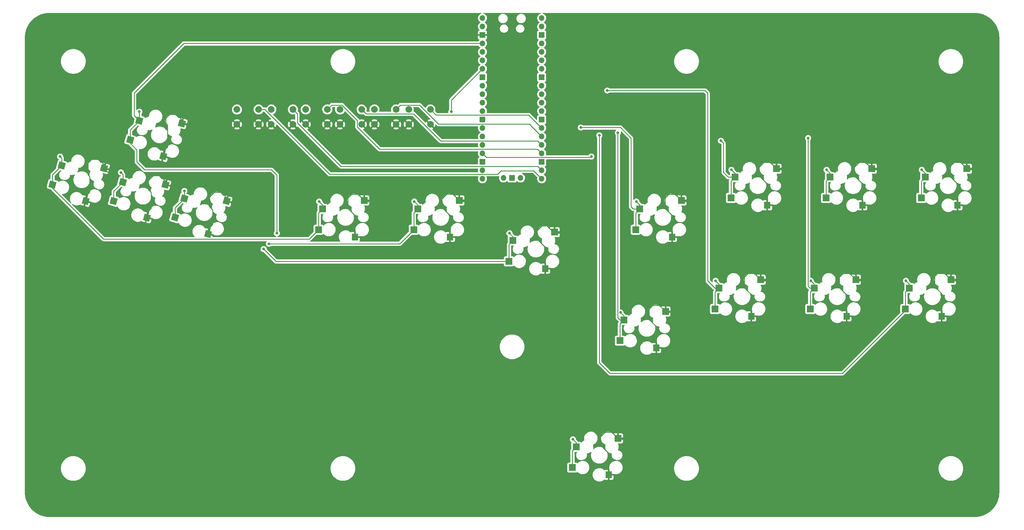
<source format=gbl>
%TF.GenerationSoftware,KiCad,Pcbnew,(6.0.8)*%
%TF.CreationDate,2023-05-29T22:58:42+07:00*%
%TF.ProjectId,hitmixbox002,6869746d-6978-4626-9f78-3030322e6b69,rev?*%
%TF.SameCoordinates,Original*%
%TF.FileFunction,Copper,L2,Bot*%
%TF.FilePolarity,Positive*%
%FSLAX46Y46*%
G04 Gerber Fmt 4.6, Leading zero omitted, Abs format (unit mm)*
G04 Created by KiCad (PCBNEW (6.0.8)) date 2023-05-29 22:58:42*
%MOMM*%
%LPD*%
G01*
G04 APERTURE LIST*
G04 Aperture macros list*
%AMRotRect*
0 Rectangle, with rotation*
0 The origin of the aperture is its center*
0 $1 length*
0 $2 width*
0 $3 Rotation angle, in degrees counterclockwise*
0 Add horizontal line*
21,1,$1,$2,0,0,$3*%
G04 Aperture macros list end*
%TA.AperFunction,SMDPad,CuDef*%
%ADD10R,2.000000X2.000000*%
%TD*%
%TA.AperFunction,SMDPad,CuDef*%
%ADD11R,1.900000X2.000000*%
%TD*%
%TA.AperFunction,SMDPad,CuDef*%
%ADD12RotRect,2.000000X2.000000X165.000000*%
%TD*%
%TA.AperFunction,SMDPad,CuDef*%
%ADD13RotRect,1.900000X2.000000X165.000000*%
%TD*%
%TA.AperFunction,ComponentPad*%
%ADD14C,2.000000*%
%TD*%
%TA.AperFunction,ComponentPad*%
%ADD15O,1.700000X1.700000*%
%TD*%
%TA.AperFunction,ComponentPad*%
%ADD16R,1.700000X1.700000*%
%TD*%
%TA.AperFunction,ViaPad*%
%ADD17C,0.800000*%
%TD*%
%TA.AperFunction,Conductor*%
%ADD18C,0.250000*%
%TD*%
G04 APERTURE END LIST*
D10*
%TO.P,SW11,1,1*%
%TO.N,R1*%
X303843750Y-125143750D03*
X305043750Y-118903750D03*
D11*
%TO.P,SW11,2,2*%
%TO.N,GND*%
X314743750Y-127343750D03*
D10*
X317543750Y-116363750D03*
%TD*%
%TO.P,SW15,1,1*%
%TO.N,R2*%
X300281250Y-152241250D03*
X299081250Y-158481250D03*
%TO.P,SW15,2,2*%
%TO.N,GND*%
X312781250Y-149701250D03*
D11*
X309981250Y-160681250D03*
%TD*%
D10*
%TO.P,SW12,1,1*%
%TO.N,L1*%
X332418750Y-125143750D03*
X333618750Y-118903750D03*
D11*
%TO.P,SW12,2,2*%
%TO.N,GND*%
X343318750Y-127343750D03*
D10*
X346118750Y-116363750D03*
%TD*%
D12*
%TO.P,SW3,1,1*%
%TO.N,DOWN*%
X89928147Y-126078132D03*
X92702289Y-120361338D03*
D13*
%TO.P,SW3,2,2*%
%TO.N,GND*%
X99887337Y-131024297D03*
D12*
X105433762Y-121143124D03*
%TD*%
D14*
%TO.P,SW21,1,1*%
%TO.N,OPT5*%
X174700000Y-98556200D03*
X168200000Y-98556200D03*
%TO.P,SW21,2,2*%
%TO.N,GND*%
X174700000Y-103056200D03*
X168200000Y-103056200D03*
%TD*%
D10*
%TO.P,SW13,1,1*%
%TO.N,CROSS*%
X243131250Y-161766250D03*
X241931250Y-168006250D03*
%TO.P,SW13,2,2*%
%TO.N,GND*%
X255631250Y-159226250D03*
D11*
X252831250Y-170206250D03*
%TD*%
D14*
%TO.P,SW22,1,1*%
%TO.N,OPT6*%
X178518800Y-98556200D03*
X185018800Y-98556200D03*
%TO.P,SW22,2,2*%
%TO.N,GND*%
X178518800Y-103056200D03*
X185018800Y-103056200D03*
%TD*%
D10*
%TO.P,SW9,1,1*%
%TO.N,SQUARE*%
X246693750Y-134668750D03*
X247893750Y-128428750D03*
D11*
%TO.P,SW9,2,2*%
%TO.N,GND*%
X257593750Y-136868750D03*
D10*
X260393750Y-125888750D03*
%TD*%
D14*
%TO.P,SW17,1,1*%
%TO.N,OPT1*%
X133425000Y-98556200D03*
X126925000Y-98556200D03*
%TO.P,SW17,2,2*%
%TO.N,GND*%
X133425000Y-103056200D03*
X126925000Y-103056200D03*
%TD*%
D10*
%TO.P,SW10,1,1*%
%TO.N,TRIANGLE*%
X276468750Y-118903750D03*
X275268750Y-125143750D03*
D11*
%TO.P,SW10,2,2*%
%TO.N,GND*%
X286168750Y-127343750D03*
D10*
X288968750Y-116363750D03*
%TD*%
D12*
%TO.P,SW2,1,1*%
%TO.N,LEFT*%
X71527260Y-121147629D03*
X74301402Y-115430835D03*
D13*
%TO.P,SW2,2,2*%
%TO.N,GND*%
X81486450Y-126093794D03*
D12*
X87032875Y-116212621D03*
%TD*%
D10*
%TO.P,SW6,1,1*%
%TO.N,DOWN*%
X180018750Y-134668750D03*
X181218750Y-128428750D03*
%TO.P,SW6,2,2*%
%TO.N,GND*%
X193718750Y-125888750D03*
D11*
X190918750Y-136868750D03*
%TD*%
D10*
%TO.P,SW5,1,1*%
%TO.N,LEFT*%
X152643750Y-128428750D03*
X151443750Y-134668750D03*
%TO.P,SW5,2,2*%
%TO.N,GND*%
X165143750Y-125888750D03*
D11*
X162343750Y-136868750D03*
%TD*%
D10*
%TO.P,SW7,1,1*%
%TO.N,RIGHT*%
X208593750Y-144193750D03*
X209793750Y-137953750D03*
%TO.P,SW7,2,2*%
%TO.N,GND*%
X222293750Y-135413750D03*
D11*
X219493750Y-146393750D03*
%TD*%
D10*
%TO.P,SW14,1,1*%
%TO.N,CIRCLE*%
X271706250Y-152241250D03*
X270506250Y-158481250D03*
D11*
%TO.P,SW14,2,2*%
%TO.N,GND*%
X281406250Y-160681250D03*
D10*
X284206250Y-149701250D03*
%TD*%
%TO.P,SW16,1,1*%
%TO.N,L2*%
X328856250Y-152241250D03*
X327656250Y-158481250D03*
%TO.P,SW16,2,2*%
%TO.N,GND*%
X341356250Y-149701250D03*
D11*
X338556250Y-160681250D03*
%TD*%
D15*
%TO.P,U1,1,GPIO0*%
%TO.N,unconnected-(U1-Pad1)*%
X200660000Y-71120000D03*
%TO.P,U1,2,GPIO1*%
%TO.N,unconnected-(U1-Pad2)*%
X200660000Y-73660000D03*
D16*
%TO.P,U1,3,GND*%
%TO.N,GND*%
X200660000Y-76200000D03*
D15*
%TO.P,U1,4,GPIO2*%
%TO.N,UP*%
X200660000Y-78740000D03*
%TO.P,U1,5,GPIO3*%
%TO.N,DOWN*%
X200660000Y-81280000D03*
%TO.P,U1,6,GPIO4*%
%TO.N,RIGHT*%
X200660000Y-83820000D03*
%TO.P,U1,7,GPIO5*%
%TO.N,LEFT*%
X200660000Y-86360000D03*
D16*
%TO.P,U1,8,GND*%
%TO.N,unconnected-(U1-Pad8)*%
X200660000Y-88900000D03*
D15*
%TO.P,U1,9,GPIO6*%
%TO.N,CROSS*%
X200660000Y-91440000D03*
%TO.P,U1,10,GPIO7*%
%TO.N,CIRCLE*%
X200660000Y-93980000D03*
%TO.P,U1,11,GPIO8*%
%TO.N,R2*%
X200660000Y-96520000D03*
%TO.P,U1,12,GPIO9*%
%TO.N,L2*%
X200660000Y-99060000D03*
D16*
%TO.P,U1,13,GND*%
%TO.N,unconnected-(U1-Pad13)*%
X200660000Y-101600000D03*
D15*
%TO.P,U1,14,GPIO10*%
%TO.N,SQUARE*%
X200660000Y-104140000D03*
%TO.P,U1,15,GPIO11*%
%TO.N,TRIANGLE*%
X200660000Y-106680000D03*
%TO.P,U1,16,GPIO12*%
%TO.N,R1*%
X200660000Y-109220000D03*
%TO.P,U1,17,GPIO13*%
%TO.N,L1*%
X200660000Y-111760000D03*
D16*
%TO.P,U1,18,GND*%
%TO.N,unconnected-(U1-Pad18)*%
X200660000Y-114300000D03*
D15*
%TO.P,U1,19,GPIO14*%
%TO.N,unconnected-(U1-Pad19)*%
X200660000Y-116840000D03*
%TO.P,U1,20,GPIO15*%
%TO.N,unconnected-(U1-Pad20)*%
X200660000Y-119380000D03*
%TO.P,U1,21,GPIO16*%
%TO.N,OPT1*%
X218440000Y-119380000D03*
%TO.P,U1,22,GPIO17*%
%TO.N,OPT2*%
X218440000Y-116840000D03*
D16*
%TO.P,U1,23,GND*%
%TO.N,unconnected-(U1-Pad23)*%
X218440000Y-114300000D03*
D15*
%TO.P,U1,24,GPIO18*%
%TO.N,OPT3*%
X218440000Y-111760000D03*
%TO.P,U1,25,GPIO19*%
%TO.N,OPT4*%
X218440000Y-109220000D03*
%TO.P,U1,26,GPIO20*%
%TO.N,OPT5*%
X218440000Y-106680000D03*
%TO.P,U1,27,GPIO21*%
%TO.N,OPT6*%
X218440000Y-104140000D03*
D16*
%TO.P,U1,28,GND*%
%TO.N,unconnected-(U1-Pad28)*%
X218440000Y-101600000D03*
D15*
%TO.P,U1,29,GPIO22*%
%TO.N,unconnected-(U1-Pad29)*%
X218440000Y-99060000D03*
%TO.P,U1,30,RUN*%
%TO.N,unconnected-(U1-Pad30)*%
X218440000Y-96520000D03*
%TO.P,U1,31,GPIO26_ADC0*%
%TO.N,unconnected-(U1-Pad31)*%
X218440000Y-93980000D03*
%TO.P,U1,32,GPIO27_ADC1*%
%TO.N,unconnected-(U1-Pad32)*%
X218440000Y-91440000D03*
D16*
%TO.P,U1,33,AGND*%
%TO.N,unconnected-(U1-Pad33)*%
X218440000Y-88900000D03*
D15*
%TO.P,U1,34,GPIO28_ADC2*%
%TO.N,unconnected-(U1-Pad34)*%
X218440000Y-86360000D03*
%TO.P,U1,35,ADC_VREF*%
%TO.N,unconnected-(U1-Pad35)*%
X218440000Y-83820000D03*
%TO.P,U1,36,3V3*%
%TO.N,unconnected-(U1-Pad36)*%
X218440000Y-81280000D03*
%TO.P,U1,37,3V3_EN*%
%TO.N,unconnected-(U1-Pad37)*%
X218440000Y-78740000D03*
D16*
%TO.P,U1,38,GND*%
%TO.N,unconnected-(U1-Pad38)*%
X218440000Y-76200000D03*
D15*
%TO.P,U1,39,VSYS*%
%TO.N,unconnected-(U1-Pad39)*%
X218440000Y-73660000D03*
%TO.P,U1,40,VBUS*%
%TO.N,unconnected-(U1-Pad40)*%
X218440000Y-71120000D03*
%TO.P,U1,41,SWCLK*%
%TO.N,unconnected-(U1-Pad41)*%
X207010000Y-119150000D03*
D16*
%TO.P,U1,42,GND*%
%TO.N,unconnected-(U1-Pad42)*%
X209550000Y-119150000D03*
D15*
%TO.P,U1,43,SWDIO*%
%TO.N,unconnected-(U1-Pad43)*%
X212090000Y-119150000D03*
%TD*%
D14*
%TO.P,SW18,1,1*%
%TO.N,OPT2*%
X143743800Y-98556200D03*
X137243800Y-98556200D03*
%TO.P,SW18,2,2*%
%TO.N,GND*%
X143743800Y-103056200D03*
X137243800Y-103056200D03*
%TD*%
%TO.P,SW19,1,1*%
%TO.N,OPT3*%
X154062500Y-98556200D03*
X147562500Y-98556200D03*
%TO.P,SW19,2,2*%
%TO.N,GND*%
X147562500Y-103056200D03*
X154062500Y-103056200D03*
%TD*%
D12*
%TO.P,SW4,1,1*%
%TO.N,RIGHT*%
X111103176Y-125291841D03*
X108329034Y-131008635D03*
%TO.P,SW4,2,2*%
%TO.N,GND*%
X123834649Y-126073627D03*
D13*
X118288224Y-135954800D03*
%TD*%
D12*
%TO.P,SW1,1,1*%
%TO.N,UP*%
X97632792Y-101960451D03*
X94858650Y-107677245D03*
D13*
%TO.P,SW1,2,2*%
%TO.N,GND*%
X104817840Y-112623410D03*
D12*
X110364265Y-102742237D03*
%TD*%
D10*
%TO.P,SW8,1,1*%
%TO.N,UP*%
X228843750Y-199866250D03*
X227643750Y-206106250D03*
D11*
%TO.P,SW8,2,2*%
%TO.N,GND*%
X238543750Y-208306250D03*
D10*
X241343750Y-197326250D03*
%TD*%
D14*
%TO.P,SW20,1,1*%
%TO.N,OPT4*%
X164381300Y-98556200D03*
X157881300Y-98556200D03*
%TO.P,SW20,2,2*%
%TO.N,GND*%
X157881300Y-103056200D03*
X164381300Y-103056200D03*
%TD*%
D17*
%TO.N,GND*%
X88900000Y-117475000D03*
X196056250Y-126206250D03*
X348456250Y-116681250D03*
X243681250Y-197643750D03*
X291306250Y-116681250D03*
X257968750Y-159543750D03*
X286543750Y-150018750D03*
X107156250Y-121443750D03*
X262731250Y-126206250D03*
X112712500Y-103187500D03*
X224631250Y-135731250D03*
X315118750Y-150018750D03*
X126206250Y-126206250D03*
X343693750Y-150018750D03*
X167481250Y-126206250D03*
X319881250Y-116681250D03*
%TO.N,UP*%
X97631250Y-99218750D03*
X138906250Y-135731250D03*
X227806250Y-197643750D03*
%TO.N,LEFT*%
X151606250Y-126206250D03*
X73818750Y-112712500D03*
X191293750Y-99218750D03*
%TO.N,DOWN*%
X180181250Y-126206250D03*
X92075000Y-117475000D03*
X136525000Y-138906250D03*
%TO.N,RIGHT*%
X208756250Y-135731250D03*
X134937500Y-140493750D03*
X111125000Y-123031250D03*
%TO.N,SQUARE*%
X246856250Y-126206250D03*
X230187500Y-103981250D03*
%TO.N,TRIANGLE*%
X272256250Y-107950000D03*
X275431250Y-116681250D03*
%TO.N,R1*%
X304006250Y-116681250D03*
%TO.N,L1*%
X233362500Y-112712500D03*
X332581250Y-116681250D03*
%TO.N,CROSS*%
X242093750Y-159543750D03*
X241300000Y-105568750D03*
%TO.N,CIRCLE*%
X238125000Y-92868750D03*
X270668750Y-150018750D03*
%TO.N,R2*%
X299243750Y-150018750D03*
X298450000Y-107156250D03*
%TO.N,L2*%
X327818750Y-150018750D03*
X235743750Y-106362500D03*
%TD*%
D18*
%TO.N,GND*%
X309981250Y-154222491D02*
X309981250Y-160681250D01*
X289286250Y-116681250D02*
X288968750Y-116363750D01*
X190918750Y-130409991D02*
X190918750Y-136868750D01*
X283368750Y-116252098D02*
X283368750Y-118084991D01*
X126206250Y-126206250D02*
X123967272Y-126206250D01*
X348456250Y-116681250D02*
X346436250Y-116681250D01*
X112267237Y-102742237D02*
X110364265Y-102742237D01*
X194036250Y-126206250D02*
X193718750Y-125888750D01*
X101701378Y-118476137D02*
X100255822Y-119921693D01*
X165461250Y-126206250D02*
X165143750Y-125888750D01*
X161307099Y-124013749D02*
X160208749Y-125112099D01*
X188118750Y-127609991D02*
X190918750Y-130409991D01*
X288968750Y-116363750D02*
X287093749Y-114488749D01*
X123834649Y-125038351D02*
X122202938Y-123406640D01*
X341356250Y-149701250D02*
X339481249Y-147826249D01*
X216693750Y-135302098D02*
X216693750Y-137134991D01*
X88295254Y-117475000D02*
X87032875Y-116212621D01*
X165143750Y-125888750D02*
X163268749Y-124013749D01*
X336421249Y-151747901D02*
X338556250Y-153882902D01*
X280369599Y-147826249D02*
X279271249Y-148924599D01*
X343318750Y-120884991D02*
X343318750Y-127343750D01*
X319881250Y-116681250D02*
X317861250Y-116681250D01*
X311943750Y-118084991D02*
X314743750Y-120884991D01*
X88900000Y-117475000D02*
X88295254Y-117475000D01*
X237507099Y-195451249D02*
X235743750Y-197214598D01*
X336421249Y-148688752D02*
X336421249Y-151747901D01*
X222293750Y-135413750D02*
X221885402Y-135413750D01*
X343693750Y-150018750D02*
X341673750Y-150018750D01*
X241343750Y-197326250D02*
X239468749Y-195451249D01*
X308944599Y-147826249D02*
X307846249Y-148924599D01*
X255631250Y-159226250D02*
X253756249Y-157351249D01*
X162343750Y-130409991D02*
X162343750Y-136868750D01*
X118500389Y-127562110D02*
X119618213Y-128679934D01*
X105734388Y-121443750D02*
X105433762Y-121143124D01*
X103802051Y-118476137D02*
X101701378Y-118476137D01*
X218457099Y-133538749D02*
X216693750Y-135302098D01*
X286168750Y-120884991D02*
X286168750Y-127343750D01*
X101172354Y-128221396D02*
X99887337Y-129506413D01*
X220010401Y-133538749D02*
X218457099Y-133538749D01*
X260711250Y-126206250D02*
X260393750Y-125888750D01*
X243681250Y-197643750D02*
X241661250Y-197643750D01*
X255458749Y-125112099D02*
X255458749Y-128274990D01*
X279271249Y-148924599D02*
X279271249Y-152087490D01*
X342282099Y-114488749D02*
X341183749Y-115587099D01*
X82202141Y-114643984D02*
X82202141Y-118204630D01*
X118500389Y-125008516D02*
X118500389Y-127562110D01*
X253756249Y-157351249D02*
X251794599Y-157351249D01*
X346118750Y-116363750D02*
X344243749Y-114488749D01*
X284206250Y-149701250D02*
X282331249Y-147826249D01*
X105533531Y-101173600D02*
X105533531Y-102726902D01*
X235743750Y-197214598D02*
X235743750Y-199047491D01*
X85401164Y-113545634D02*
X83300491Y-113545634D01*
X188118750Y-125777098D02*
X188118750Y-127609991D01*
X241661250Y-197643750D02*
X241343750Y-197326250D01*
X83300491Y-113545634D02*
X82202141Y-114643984D01*
X101172354Y-123397354D02*
X101172354Y-128221396D01*
X105533531Y-102726902D02*
X106029482Y-103222853D01*
X257968750Y-159543750D02*
X255948750Y-159543750D01*
X317861250Y-116681250D02*
X317543750Y-116363750D01*
X257593750Y-130409991D02*
X257593750Y-136868750D01*
X224631250Y-135731250D02*
X222611250Y-135731250D01*
X281406250Y-154222491D02*
X281406250Y-160681250D01*
X310906249Y-147826249D02*
X308944599Y-147826249D01*
X119618213Y-133111963D02*
X118288224Y-134441952D01*
X307846249Y-148924599D02*
X307846249Y-152087490D01*
X256557099Y-124013749D02*
X255458749Y-125112099D01*
X112712500Y-103187500D02*
X112267237Y-102742237D01*
X286543750Y-150018750D02*
X284523750Y-150018750D01*
X238543750Y-201847491D02*
X238543750Y-208306250D01*
X191843749Y-124013749D02*
X189882099Y-124013749D01*
X167481250Y-126206250D02*
X165461250Y-126206250D01*
X311943750Y-116252098D02*
X311943750Y-118084991D01*
X283368750Y-118084991D02*
X286168750Y-120884991D01*
X100255822Y-119921693D02*
X100255822Y-122480822D01*
X105433762Y-120107848D02*
X103802051Y-118476137D01*
X110364265Y-101706961D02*
X108732554Y-100075250D01*
X312781250Y-149701250D02*
X310906249Y-147826249D01*
X262731250Y-126206250D02*
X260711250Y-126206250D01*
X250696249Y-161612490D02*
X252831250Y-163747491D01*
X104817840Y-111082160D02*
X104817840Y-112623410D01*
X123834649Y-126073627D02*
X123834649Y-125038351D01*
X315668749Y-114488749D02*
X313707099Y-114488749D01*
X106029482Y-103222853D02*
X106029482Y-109870518D01*
X341183749Y-118749990D02*
X343318750Y-120884991D01*
X100255822Y-122480822D02*
X101172354Y-123397354D01*
X87032875Y-116212621D02*
X87032875Y-115177345D01*
X235743750Y-199047491D02*
X238543750Y-201847491D01*
X105433762Y-121143124D02*
X105433762Y-120107848D01*
X279271249Y-152087490D02*
X281406250Y-154222491D01*
X123967272Y-126206250D02*
X123834649Y-126073627D01*
X120102265Y-123406640D02*
X118500389Y-125008516D01*
X287093749Y-114488749D02*
X285132099Y-114488749D01*
X222611250Y-135731250D02*
X222293750Y-135413750D01*
X122202938Y-123406640D02*
X120102265Y-123406640D01*
X291306250Y-116681250D02*
X289286250Y-116681250D01*
X337283752Y-147826249D02*
X336421249Y-148688752D01*
X99887337Y-129506413D02*
X99887337Y-131024297D01*
X307846249Y-152087490D02*
X309981250Y-154222491D01*
X339481249Y-147826249D02*
X337283752Y-147826249D01*
X196056250Y-126206250D02*
X194036250Y-126206250D01*
X82683891Y-123383505D02*
X81486450Y-124580946D01*
X193718750Y-125888750D02*
X191843749Y-124013749D01*
X163268749Y-124013749D02*
X161307099Y-124013749D01*
X189882099Y-124013749D02*
X188118750Y-125777098D01*
X106631881Y-100075250D02*
X105533531Y-101173600D01*
X160208749Y-125112099D02*
X160208749Y-128274990D01*
X284523750Y-150018750D02*
X284206250Y-149701250D01*
X338556250Y-153882902D02*
X338556250Y-160681250D01*
X107156250Y-121443750D02*
X105734388Y-121443750D01*
X282331249Y-147826249D02*
X280369599Y-147826249D01*
X314743750Y-120884991D02*
X314743750Y-127343750D01*
X239468749Y-195451249D02*
X237507099Y-195451249D01*
X118288224Y-134441952D02*
X118288224Y-135954800D01*
X313098750Y-150018750D02*
X312781250Y-149701250D01*
X317543750Y-116363750D02*
X315668749Y-114488749D01*
X315118750Y-150018750D02*
X313098750Y-150018750D01*
X81486450Y-124580946D02*
X81486450Y-126093794D01*
X252831250Y-163747491D02*
X252831250Y-170206250D01*
X219493750Y-139934991D02*
X219493750Y-146393750D01*
X258518749Y-124013749D02*
X256557099Y-124013749D01*
X255948750Y-159543750D02*
X255631250Y-159226250D01*
X160208749Y-128274990D02*
X162343750Y-130409991D01*
X285132099Y-114488749D02*
X283368750Y-116252098D01*
X82683891Y-118686380D02*
X82683891Y-123383505D01*
X106029482Y-109870518D02*
X104817840Y-111082160D01*
X341183749Y-115587099D02*
X341183749Y-118749990D01*
X255458749Y-128274990D02*
X257593750Y-130409991D01*
X344243749Y-114488749D02*
X342282099Y-114488749D01*
X221885402Y-135413750D02*
X220010401Y-133538749D01*
X313707099Y-114488749D02*
X311943750Y-116252098D01*
X87032875Y-115177345D02*
X85401164Y-113545634D01*
X108732554Y-100075250D02*
X106631881Y-100075250D01*
X216693750Y-137134991D02*
X219493750Y-139934991D01*
X250696249Y-158449599D02*
X250696249Y-161612490D01*
X119618213Y-128679934D02*
X119618213Y-133111963D01*
X82202141Y-118204630D02*
X82683891Y-118686380D01*
X341673750Y-150018750D02*
X341356250Y-149701250D01*
X346436250Y-116681250D02*
X346118750Y-116363750D01*
X260393750Y-125888750D02*
X258518749Y-124013749D01*
X251794599Y-157351249D02*
X250696249Y-158449599D01*
X110364265Y-102742237D02*
X110364265Y-101706961D01*
%TO.N,UP*%
X94858650Y-108712521D02*
X96837500Y-110691371D01*
X99218750Y-116681250D02*
X137318750Y-116681250D01*
X227643750Y-201066250D02*
X228843750Y-199866250D01*
X96837500Y-114300000D02*
X99218750Y-116681250D01*
X94858650Y-107677245D02*
X94858650Y-104734593D01*
X96043750Y-100371409D02*
X96043750Y-93662500D01*
X96837500Y-110691371D02*
X96837500Y-114300000D01*
X228843750Y-198681250D02*
X227806250Y-197643750D01*
X97632792Y-101960451D02*
X97632792Y-99220292D01*
X228843750Y-199866250D02*
X228843750Y-198681250D01*
X137318750Y-116681250D02*
X138906250Y-118268750D01*
X138906250Y-118268750D02*
X138906250Y-135731250D01*
X96043750Y-93662500D02*
X110966250Y-78740000D01*
X227643750Y-206106250D02*
X227643750Y-201066250D01*
X94858650Y-104734593D02*
X97632792Y-101960451D01*
X97632792Y-99220292D02*
X97631250Y-99218750D01*
X97632792Y-101960451D02*
X96043750Y-100371409D01*
X110966250Y-78740000D02*
X200660000Y-78740000D01*
X94858650Y-107677245D02*
X94858650Y-108712521D01*
%TO.N,LEFT*%
X151443750Y-134668750D02*
X151443750Y-129628750D01*
X152643750Y-127243750D02*
X151606250Y-126206250D01*
X71527260Y-121147629D02*
X71527260Y-122182905D01*
X191293750Y-95726250D02*
X191293750Y-99218750D01*
X152643750Y-128428750D02*
X152643750Y-127243750D01*
X148620896Y-137491604D02*
X151443750Y-134668750D01*
X200660000Y-86360000D02*
X191293750Y-95726250D01*
X71527260Y-118204977D02*
X74301402Y-115430835D01*
X74301402Y-113195152D02*
X73818750Y-112712500D01*
X86835959Y-137491604D02*
X148620896Y-137491604D01*
X71527260Y-121147629D02*
X71527260Y-118204977D01*
X71527260Y-122182905D02*
X86835959Y-137491604D01*
X74301402Y-115430835D02*
X74301402Y-113195152D01*
X151443750Y-129628750D02*
X152643750Y-128428750D01*
%TO.N,DOWN*%
X180018750Y-134668750D02*
X180018750Y-129628750D01*
X181218750Y-128428750D02*
X181218750Y-127243750D01*
X92702289Y-118102289D02*
X92075000Y-117475000D01*
X181218750Y-127243750D02*
X180181250Y-126206250D01*
X180018750Y-129628750D02*
X181218750Y-128428750D01*
X89928147Y-123135480D02*
X92702289Y-120361338D01*
X180018750Y-134668750D02*
X175781250Y-138906250D01*
X89928147Y-126078132D02*
X89928147Y-123135480D01*
X175781250Y-138906250D02*
X136525000Y-138906250D01*
X92702289Y-120361338D02*
X92702289Y-118102289D01*
%TO.N,RIGHT*%
X208593750Y-144193750D02*
X138637500Y-144193750D01*
X208593750Y-144193750D02*
X208593750Y-139153750D01*
X111103176Y-123053074D02*
X111125000Y-123031250D01*
X111103176Y-125291841D02*
X111103176Y-123053074D01*
X108329034Y-128065983D02*
X111103176Y-125291841D01*
X138637500Y-144193750D02*
X134937500Y-140493750D01*
X108329034Y-131008635D02*
X108329034Y-128065983D01*
X209793750Y-137953750D02*
X209793750Y-136768750D01*
X208593750Y-139153750D02*
X209793750Y-137953750D01*
X209793750Y-136768750D02*
X208756250Y-135731250D01*
%TO.N,SQUARE*%
X230187500Y-103981250D02*
X242093750Y-103981250D01*
X245268750Y-107156250D02*
X245268750Y-127793750D01*
X247893750Y-127243750D02*
X246856250Y-126206250D01*
X245268750Y-127793750D02*
X245903750Y-128428750D01*
X245903750Y-128428750D02*
X247893750Y-128428750D01*
X242093750Y-103981250D02*
X245268750Y-107156250D01*
X247893750Y-128428750D02*
X247893750Y-127243750D01*
X246693750Y-129628750D02*
X247893750Y-128428750D01*
X246693750Y-134668750D02*
X246693750Y-129628750D01*
%TO.N,TRIANGLE*%
X273050000Y-117475000D02*
X274478750Y-118903750D01*
X273050000Y-108743750D02*
X273050000Y-117475000D01*
X276468750Y-118903750D02*
X276468750Y-117718750D01*
X272256250Y-107950000D02*
X273050000Y-108743750D01*
X275268750Y-125143750D02*
X275268750Y-120103750D01*
X276468750Y-117718750D02*
X275431250Y-116681250D01*
X274478750Y-118903750D02*
X276468750Y-118903750D01*
X275268750Y-120103750D02*
X276468750Y-118903750D01*
%TO.N,R1*%
X305043750Y-118903750D02*
X305043750Y-117718750D01*
X305043750Y-117718750D02*
X304006250Y-116681250D01*
X303843750Y-120103750D02*
X305043750Y-118903750D01*
X303843750Y-125143750D02*
X303843750Y-120103750D01*
%TO.N,L1*%
X332418750Y-125143750D02*
X332418750Y-120103750D01*
X233140000Y-112935000D02*
X233362500Y-112712500D01*
X200660000Y-111760000D02*
X201835000Y-112935000D01*
X332418750Y-120103750D02*
X333618750Y-118903750D01*
X201835000Y-112935000D02*
X233140000Y-112935000D01*
X333618750Y-118903750D02*
X333618750Y-117718750D01*
X333618750Y-117718750D02*
X332581250Y-116681250D01*
%TO.N,CROSS*%
X241931250Y-168006250D02*
X241931250Y-162966250D01*
X241931250Y-162966250D02*
X243131250Y-161766250D01*
X243131250Y-161766250D02*
X243131250Y-160581250D01*
X241300000Y-105568750D02*
X241300000Y-161131250D01*
X243131250Y-160581250D02*
X242093750Y-159543750D01*
X241935000Y-161766250D02*
X243131250Y-161766250D01*
X241300000Y-161131250D02*
X241935000Y-161766250D01*
%TO.N,CIRCLE*%
X268287500Y-93662500D02*
X268287500Y-150018750D01*
X238125000Y-92868750D02*
X267493750Y-92868750D01*
X268287500Y-150018750D02*
X270510000Y-152241250D01*
X270506250Y-153441250D02*
X271706250Y-152241250D01*
X270510000Y-152241250D02*
X271706250Y-152241250D01*
X270506250Y-158481250D02*
X270506250Y-153441250D01*
X271706250Y-152241250D02*
X271706250Y-151056250D01*
X267493750Y-92868750D02*
X268287500Y-93662500D01*
X271706250Y-151056250D02*
X270668750Y-150018750D01*
%TO.N,R2*%
X299085000Y-152241250D02*
X300281250Y-152241250D01*
X300281250Y-151056250D02*
X299243750Y-150018750D01*
X298450000Y-151606250D02*
X299085000Y-152241250D01*
X299081250Y-153441250D02*
X300281250Y-152241250D01*
X300281250Y-152241250D02*
X300281250Y-151056250D01*
X299081250Y-158481250D02*
X299081250Y-153441250D01*
X298450000Y-107156250D02*
X298450000Y-151606250D01*
%TO.N,L2*%
X235743750Y-174625000D02*
X238918750Y-177800000D01*
X235743750Y-106362500D02*
X235743750Y-174625000D01*
X328856250Y-151056250D02*
X327818750Y-150018750D01*
X308768750Y-177800000D02*
X327656250Y-158912500D01*
X327656250Y-158912500D02*
X327656250Y-158481250D01*
X327656250Y-153441250D02*
X328856250Y-152241250D01*
X328856250Y-152241250D02*
X328856250Y-151056250D01*
X238918750Y-177800000D02*
X308768750Y-177800000D01*
X327656250Y-158481250D02*
X327656250Y-153441250D01*
%TO.N,OPT1*%
X206250000Y-117000000D02*
X216060000Y-117000000D01*
X154765000Y-118015000D02*
X205235000Y-118015000D01*
X205235000Y-118015000D02*
X206250000Y-117000000D01*
X135306200Y-98556200D02*
X154765000Y-118015000D01*
X133425000Y-98556200D02*
X135306200Y-98556200D01*
X216060000Y-117000000D02*
X218440000Y-119380000D01*
%TO.N,OPT2*%
X217265000Y-115665000D02*
X218440000Y-116840000D01*
X158165000Y-115665000D02*
X217265000Y-115665000D01*
X145068800Y-102568800D02*
X158165000Y-115665000D01*
X143743800Y-98556200D02*
X145068800Y-99881200D01*
X145068800Y-99881200D02*
X145068800Y-102568800D01*
%TO.N,OPT3*%
X217180000Y-110500000D02*
X218440000Y-111760000D01*
X158481200Y-97231200D02*
X163056300Y-101806300D01*
X155387500Y-97231200D02*
X158481200Y-97231200D01*
X163056300Y-103806300D02*
X169750000Y-110500000D01*
X163056300Y-101806300D02*
X163056300Y-103806300D01*
X169750000Y-110500000D02*
X217180000Y-110500000D01*
X154062500Y-98556200D02*
X155387500Y-97231200D01*
%TO.N,OPT4*%
X217265000Y-108045000D02*
X218440000Y-109220000D01*
X179969967Y-99881200D02*
X188133767Y-108045000D01*
X188133767Y-108045000D02*
X217265000Y-108045000D01*
X165706300Y-99881200D02*
X179969967Y-99881200D01*
X164381300Y-98556200D02*
X165706300Y-99881200D01*
%TO.N,OPT5*%
X176025000Y-97231200D02*
X181731200Y-97231200D01*
X214725000Y-102965000D02*
X218440000Y-106680000D01*
X187465000Y-102965000D02*
X214725000Y-102965000D01*
X181731200Y-97231200D02*
X187465000Y-102965000D01*
X174700000Y-98556200D02*
X176025000Y-97231200D01*
%TO.N,OPT6*%
X186697600Y-100235000D02*
X214535000Y-100235000D01*
X185018800Y-98556200D02*
X186697600Y-100235000D01*
X214535000Y-100235000D02*
X218440000Y-104140000D01*
%TD*%
%TA.AperFunction,Conductor*%
%TO.N,GND*%
G36*
X200322402Y-69584752D02*
G01*
X200368895Y-69638408D01*
X200378999Y-69708682D01*
X200349505Y-69773262D01*
X200293426Y-69810515D01*
X200131756Y-69863357D01*
X200106015Y-69876757D01*
X199947740Y-69959150D01*
X199933607Y-69966507D01*
X199929474Y-69969610D01*
X199929471Y-69969612D01*
X199792024Y-70072810D01*
X199754965Y-70100635D01*
X199600629Y-70262138D01*
X199597715Y-70266410D01*
X199597714Y-70266411D01*
X199517611Y-70383838D01*
X199474743Y-70446680D01*
X199459003Y-70480590D01*
X199384864Y-70640309D01*
X199380688Y-70649305D01*
X199320989Y-70864570D01*
X199297251Y-71086695D01*
X199297548Y-71091848D01*
X199297548Y-71091851D01*
X199306667Y-71250000D01*
X199310110Y-71309715D01*
X199311247Y-71314761D01*
X199311248Y-71314767D01*
X199325155Y-71376474D01*
X199359222Y-71527639D01*
X199443266Y-71734616D01*
X199559987Y-71925088D01*
X199706250Y-72093938D01*
X199878126Y-72236632D01*
X199911060Y-72255877D01*
X199951445Y-72279476D01*
X200000169Y-72331114D01*
X200013240Y-72400897D01*
X199986509Y-72466669D01*
X199946055Y-72500027D01*
X199933607Y-72506507D01*
X199929474Y-72509610D01*
X199929471Y-72509612D01*
X199799484Y-72607209D01*
X199754965Y-72640635D01*
X199600629Y-72802138D01*
X199474743Y-72986680D01*
X199427716Y-73087992D01*
X199383328Y-73183618D01*
X199380688Y-73189305D01*
X199320989Y-73404570D01*
X199297251Y-73626695D01*
X199297548Y-73631848D01*
X199297548Y-73631851D01*
X199303011Y-73726590D01*
X199310110Y-73849715D01*
X199311247Y-73854761D01*
X199311248Y-73854767D01*
X199324098Y-73911785D01*
X199359222Y-74067639D01*
X199443266Y-74274616D01*
X199559987Y-74465088D01*
X199706250Y-74633938D01*
X199710225Y-74637238D01*
X199710231Y-74637244D01*
X199715425Y-74641556D01*
X199755059Y-74700460D01*
X199756555Y-74771441D01*
X199719439Y-74831962D01*
X199679168Y-74856480D01*
X199571946Y-74896676D01*
X199556351Y-74905214D01*
X199454276Y-74981715D01*
X199441715Y-74994276D01*
X199365214Y-75096351D01*
X199356676Y-75111946D01*
X199311522Y-75232394D01*
X199307895Y-75247649D01*
X199302369Y-75298514D01*
X199302000Y-75305328D01*
X199302000Y-75927885D01*
X199306475Y-75943124D01*
X199307865Y-75944329D01*
X199315548Y-75946000D01*
X201999884Y-75946000D01*
X202015123Y-75941525D01*
X202016328Y-75940135D01*
X202017999Y-75932452D01*
X202017999Y-75305331D01*
X202017629Y-75298510D01*
X202012105Y-75247648D01*
X202008479Y-75232396D01*
X201963324Y-75111946D01*
X201954786Y-75096351D01*
X201878285Y-74994276D01*
X201865724Y-74981715D01*
X201763649Y-74905214D01*
X201748054Y-74896676D01*
X201637813Y-74855348D01*
X201581049Y-74812706D01*
X201556349Y-74746145D01*
X201571557Y-74676796D01*
X201593104Y-74648115D01*
X201694430Y-74547144D01*
X201694440Y-74547132D01*
X201698096Y-74543489D01*
X201733734Y-74493894D01*
X201825435Y-74366277D01*
X201828453Y-74362077D01*
X201869018Y-74280000D01*
X205861693Y-74280000D01*
X205880885Y-74499371D01*
X205937880Y-74712076D01*
X205953767Y-74746145D01*
X206028618Y-74906666D01*
X206028621Y-74906671D01*
X206030944Y-74911653D01*
X206157251Y-75092038D01*
X206312962Y-75247749D01*
X206493346Y-75374056D01*
X206692924Y-75467120D01*
X206905629Y-75524115D01*
X207125000Y-75543307D01*
X207344371Y-75524115D01*
X207557076Y-75467120D01*
X207756654Y-75374056D01*
X207937038Y-75247749D01*
X208092749Y-75092038D01*
X208219056Y-74911653D01*
X208221379Y-74906671D01*
X208221382Y-74906666D01*
X208296233Y-74746145D01*
X208312120Y-74712076D01*
X208369115Y-74499371D01*
X208388307Y-74280000D01*
X210711693Y-74280000D01*
X210730885Y-74499371D01*
X210787880Y-74712076D01*
X210803767Y-74746145D01*
X210878618Y-74906666D01*
X210878621Y-74906671D01*
X210880944Y-74911653D01*
X211007251Y-75092038D01*
X211162962Y-75247749D01*
X211343346Y-75374056D01*
X211542924Y-75467120D01*
X211755629Y-75524115D01*
X211975000Y-75543307D01*
X212194371Y-75524115D01*
X212407076Y-75467120D01*
X212606654Y-75374056D01*
X212787038Y-75247749D01*
X212942749Y-75092038D01*
X213069056Y-74911653D01*
X213071379Y-74906671D01*
X213071382Y-74906666D01*
X213146233Y-74746145D01*
X213162120Y-74712076D01*
X213219115Y-74499371D01*
X213238307Y-74280000D01*
X213219115Y-74060629D01*
X213162120Y-73847924D01*
X213118585Y-73754562D01*
X213071382Y-73653334D01*
X213071379Y-73653329D01*
X213069056Y-73648347D01*
X213065899Y-73643838D01*
X212945908Y-73472473D01*
X212945906Y-73472470D01*
X212942749Y-73467962D01*
X212787038Y-73312251D01*
X212606654Y-73185944D01*
X212407076Y-73092880D01*
X212194371Y-73035885D01*
X211975000Y-73016693D01*
X211755629Y-73035885D01*
X211542924Y-73092880D01*
X211449562Y-73136415D01*
X211348334Y-73183618D01*
X211348329Y-73183621D01*
X211343347Y-73185944D01*
X211338840Y-73189100D01*
X211338838Y-73189101D01*
X211167473Y-73309092D01*
X211167470Y-73309094D01*
X211162962Y-73312251D01*
X211007251Y-73467962D01*
X211004094Y-73472470D01*
X211004092Y-73472473D01*
X210884101Y-73643838D01*
X210880944Y-73648347D01*
X210878621Y-73653329D01*
X210878618Y-73653334D01*
X210831415Y-73754562D01*
X210787880Y-73847924D01*
X210730885Y-74060629D01*
X210711693Y-74280000D01*
X208388307Y-74280000D01*
X208369115Y-74060629D01*
X208312120Y-73847924D01*
X208268585Y-73754562D01*
X208221382Y-73653334D01*
X208221379Y-73653329D01*
X208219056Y-73648347D01*
X208215899Y-73643838D01*
X208095908Y-73472473D01*
X208095906Y-73472470D01*
X208092749Y-73467962D01*
X207937038Y-73312251D01*
X207756654Y-73185944D01*
X207557076Y-73092880D01*
X207344371Y-73035885D01*
X207125000Y-73016693D01*
X206905629Y-73035885D01*
X206692924Y-73092880D01*
X206599562Y-73136415D01*
X206498334Y-73183618D01*
X206498329Y-73183621D01*
X206493347Y-73185944D01*
X206488840Y-73189100D01*
X206488838Y-73189101D01*
X206317473Y-73309092D01*
X206317470Y-73309094D01*
X206312962Y-73312251D01*
X206157251Y-73467962D01*
X206154094Y-73472470D01*
X206154092Y-73472473D01*
X206034101Y-73643838D01*
X206030944Y-73648347D01*
X206028621Y-73653329D01*
X206028618Y-73653334D01*
X205981415Y-73754562D01*
X205937880Y-73847924D01*
X205880885Y-74060629D01*
X205861693Y-74280000D01*
X201869018Y-74280000D01*
X201927430Y-74161811D01*
X201992370Y-73948069D01*
X202021529Y-73726590D01*
X202023156Y-73660000D01*
X202004852Y-73437361D01*
X201950431Y-73220702D01*
X201861354Y-73015840D01*
X201740014Y-72828277D01*
X201589670Y-72663051D01*
X201585619Y-72659852D01*
X201585615Y-72659848D01*
X201418414Y-72527800D01*
X201418410Y-72527798D01*
X201414359Y-72524598D01*
X201373053Y-72501796D01*
X201323084Y-72451364D01*
X201308312Y-72381921D01*
X201333428Y-72315516D01*
X201360780Y-72288909D01*
X201407089Y-72255877D01*
X201539860Y-72161173D01*
X201572357Y-72128790D01*
X201694435Y-72007137D01*
X201698096Y-72003489D01*
X201757594Y-71920689D01*
X201825435Y-71826277D01*
X201828453Y-71822077D01*
X201851759Y-71774922D01*
X201925136Y-71626453D01*
X201925137Y-71626451D01*
X201927430Y-71621811D01*
X201992370Y-71408069D01*
X202017727Y-71215469D01*
X205412095Y-71215469D01*
X205412392Y-71220622D01*
X205412392Y-71220625D01*
X205418067Y-71319041D01*
X205425427Y-71446697D01*
X205426564Y-71451743D01*
X205426565Y-71451749D01*
X205458741Y-71594523D01*
X205476346Y-71672642D01*
X205478288Y-71677424D01*
X205478289Y-71677428D01*
X205561540Y-71882450D01*
X205563484Y-71887237D01*
X205684501Y-72084719D01*
X205836147Y-72259784D01*
X206014349Y-72407730D01*
X206214322Y-72524584D01*
X206430694Y-72607209D01*
X206435760Y-72608240D01*
X206435761Y-72608240D01*
X206488846Y-72619040D01*
X206657656Y-72653385D01*
X206788324Y-72658176D01*
X206883949Y-72661683D01*
X206883953Y-72661683D01*
X206889113Y-72661872D01*
X206894233Y-72661216D01*
X206894235Y-72661216D01*
X206967270Y-72651860D01*
X207118847Y-72632442D01*
X207123795Y-72630957D01*
X207123802Y-72630956D01*
X207335747Y-72567369D01*
X207340690Y-72565886D01*
X207345324Y-72563616D01*
X207544049Y-72466262D01*
X207544052Y-72466260D01*
X207548684Y-72463991D01*
X207737243Y-72329494D01*
X207901303Y-72166005D01*
X208036458Y-71977917D01*
X208083641Y-71882450D01*
X208136784Y-71774922D01*
X208136785Y-71774920D01*
X208139078Y-71770280D01*
X208206408Y-71548671D01*
X208236640Y-71319041D01*
X208236722Y-71315691D01*
X208238245Y-71253365D01*
X208238245Y-71253361D01*
X208238327Y-71250000D01*
X208235488Y-71215469D01*
X210862095Y-71215469D01*
X210862392Y-71220622D01*
X210862392Y-71220625D01*
X210868067Y-71319041D01*
X210875427Y-71446697D01*
X210876564Y-71451743D01*
X210876565Y-71451749D01*
X210908741Y-71594523D01*
X210926346Y-71672642D01*
X210928288Y-71677424D01*
X210928289Y-71677428D01*
X211011540Y-71882450D01*
X211013484Y-71887237D01*
X211134501Y-72084719D01*
X211286147Y-72259784D01*
X211464349Y-72407730D01*
X211664322Y-72524584D01*
X211880694Y-72607209D01*
X211885760Y-72608240D01*
X211885761Y-72608240D01*
X211938846Y-72619040D01*
X212107656Y-72653385D01*
X212238324Y-72658176D01*
X212333949Y-72661683D01*
X212333953Y-72661683D01*
X212339113Y-72661872D01*
X212344233Y-72661216D01*
X212344235Y-72661216D01*
X212417270Y-72651860D01*
X212568847Y-72632442D01*
X212573795Y-72630957D01*
X212573802Y-72630956D01*
X212785747Y-72567369D01*
X212790690Y-72565886D01*
X212795324Y-72563616D01*
X212994049Y-72466262D01*
X212994052Y-72466260D01*
X212998684Y-72463991D01*
X213187243Y-72329494D01*
X213351303Y-72166005D01*
X213486458Y-71977917D01*
X213533641Y-71882450D01*
X213586784Y-71774922D01*
X213586785Y-71774920D01*
X213589078Y-71770280D01*
X213656408Y-71548671D01*
X213686640Y-71319041D01*
X213686722Y-71315691D01*
X213688245Y-71253365D01*
X213688245Y-71253361D01*
X213688327Y-71250000D01*
X213671388Y-71043964D01*
X213669773Y-71024318D01*
X213669772Y-71024312D01*
X213669349Y-71019167D01*
X213612925Y-70794533D01*
X213610866Y-70789797D01*
X213522630Y-70586868D01*
X213522628Y-70586865D01*
X213520570Y-70582131D01*
X213394764Y-70387665D01*
X213238887Y-70216358D01*
X213234836Y-70213159D01*
X213234832Y-70213155D01*
X213061177Y-70076011D01*
X213061172Y-70076008D01*
X213057123Y-70072810D01*
X213052607Y-70070317D01*
X213052604Y-70070315D01*
X212858879Y-69963373D01*
X212858875Y-69963371D01*
X212854355Y-69960876D01*
X212849486Y-69959152D01*
X212849482Y-69959150D01*
X212640903Y-69885288D01*
X212640899Y-69885287D01*
X212636028Y-69883562D01*
X212630935Y-69882655D01*
X212630932Y-69882654D01*
X212413095Y-69843851D01*
X212413089Y-69843850D01*
X212408006Y-69842945D01*
X212335096Y-69842054D01*
X212181581Y-69840179D01*
X212181579Y-69840179D01*
X212176411Y-69840116D01*
X211947464Y-69875150D01*
X211727314Y-69947106D01*
X211722726Y-69949494D01*
X211722722Y-69949496D01*
X211526461Y-70051663D01*
X211521872Y-70054052D01*
X211517739Y-70057155D01*
X211517736Y-70057157D01*
X211340790Y-70190012D01*
X211336655Y-70193117D01*
X211295585Y-70236094D01*
X211249369Y-70284457D01*
X211176639Y-70360564D01*
X211173725Y-70364836D01*
X211173724Y-70364837D01*
X211117895Y-70446680D01*
X211046119Y-70551899D01*
X210948602Y-70761981D01*
X210886707Y-70985169D01*
X210862095Y-71215469D01*
X208235488Y-71215469D01*
X208221388Y-71043964D01*
X208219773Y-71024318D01*
X208219772Y-71024312D01*
X208219349Y-71019167D01*
X208162925Y-70794533D01*
X208160866Y-70789797D01*
X208072630Y-70586868D01*
X208072628Y-70586865D01*
X208070570Y-70582131D01*
X207944764Y-70387665D01*
X207788887Y-70216358D01*
X207784836Y-70213159D01*
X207784832Y-70213155D01*
X207611177Y-70076011D01*
X207611172Y-70076008D01*
X207607123Y-70072810D01*
X207602607Y-70070317D01*
X207602604Y-70070315D01*
X207408879Y-69963373D01*
X207408875Y-69963371D01*
X207404355Y-69960876D01*
X207399486Y-69959152D01*
X207399482Y-69959150D01*
X207190903Y-69885288D01*
X207190899Y-69885287D01*
X207186028Y-69883562D01*
X207180935Y-69882655D01*
X207180932Y-69882654D01*
X206963095Y-69843851D01*
X206963089Y-69843850D01*
X206958006Y-69842945D01*
X206885096Y-69842054D01*
X206731581Y-69840179D01*
X206731579Y-69840179D01*
X206726411Y-69840116D01*
X206497464Y-69875150D01*
X206277314Y-69947106D01*
X206272726Y-69949494D01*
X206272722Y-69949496D01*
X206076461Y-70051663D01*
X206071872Y-70054052D01*
X206067739Y-70057155D01*
X206067736Y-70057157D01*
X205890790Y-70190012D01*
X205886655Y-70193117D01*
X205845585Y-70236094D01*
X205799369Y-70284457D01*
X205726639Y-70360564D01*
X205723725Y-70364836D01*
X205723724Y-70364837D01*
X205667895Y-70446680D01*
X205596119Y-70551899D01*
X205498602Y-70761981D01*
X205436707Y-70985169D01*
X205412095Y-71215469D01*
X202017727Y-71215469D01*
X202021529Y-71186590D01*
X202023156Y-71120000D01*
X202004852Y-70897361D01*
X201950431Y-70680702D01*
X201861354Y-70475840D01*
X201740014Y-70288277D01*
X201589670Y-70123051D01*
X201585619Y-70119852D01*
X201585615Y-70119848D01*
X201418414Y-69987800D01*
X201418410Y-69987798D01*
X201414359Y-69984598D01*
X201371387Y-69960876D01*
X201362136Y-69955769D01*
X201218789Y-69876638D01*
X201213920Y-69874914D01*
X201213916Y-69874912D01*
X201029262Y-69809523D01*
X200971726Y-69767929D01*
X200945810Y-69701831D01*
X200959744Y-69632215D01*
X201009103Y-69581184D01*
X201071322Y-69564750D01*
X218034281Y-69564750D01*
X218102402Y-69584752D01*
X218148895Y-69638408D01*
X218158999Y-69708682D01*
X218129505Y-69773262D01*
X218073426Y-69810515D01*
X217911756Y-69863357D01*
X217886015Y-69876757D01*
X217727740Y-69959150D01*
X217713607Y-69966507D01*
X217709474Y-69969610D01*
X217709471Y-69969612D01*
X217572024Y-70072810D01*
X217534965Y-70100635D01*
X217380629Y-70262138D01*
X217377715Y-70266410D01*
X217377714Y-70266411D01*
X217297611Y-70383838D01*
X217254743Y-70446680D01*
X217239003Y-70480590D01*
X217164864Y-70640309D01*
X217160688Y-70649305D01*
X217100989Y-70864570D01*
X217077251Y-71086695D01*
X217077548Y-71091848D01*
X217077548Y-71091851D01*
X217086667Y-71250000D01*
X217090110Y-71309715D01*
X217091247Y-71314761D01*
X217091248Y-71314767D01*
X217105155Y-71376474D01*
X217139222Y-71527639D01*
X217223266Y-71734616D01*
X217339987Y-71925088D01*
X217486250Y-72093938D01*
X217658126Y-72236632D01*
X217691060Y-72255877D01*
X217731445Y-72279476D01*
X217780169Y-72331114D01*
X217793240Y-72400897D01*
X217766509Y-72466669D01*
X217726055Y-72500027D01*
X217713607Y-72506507D01*
X217709474Y-72509610D01*
X217709471Y-72509612D01*
X217579484Y-72607209D01*
X217534965Y-72640635D01*
X217380629Y-72802138D01*
X217254743Y-72986680D01*
X217207716Y-73087992D01*
X217163328Y-73183618D01*
X217160688Y-73189305D01*
X217100989Y-73404570D01*
X217077251Y-73626695D01*
X217077548Y-73631848D01*
X217077548Y-73631851D01*
X217083011Y-73726590D01*
X217090110Y-73849715D01*
X217091247Y-73854761D01*
X217091248Y-73854767D01*
X217104098Y-73911785D01*
X217139222Y-74067639D01*
X217223266Y-74274616D01*
X217339987Y-74465088D01*
X217486250Y-74633938D01*
X217490230Y-74637242D01*
X217494981Y-74641187D01*
X217534616Y-74700090D01*
X217536113Y-74771071D01*
X217498997Y-74831593D01*
X217458725Y-74856112D01*
X217370095Y-74889338D01*
X217343295Y-74899385D01*
X217226739Y-74986739D01*
X217139385Y-75103295D01*
X217088255Y-75239684D01*
X217081500Y-75301866D01*
X217081500Y-77098134D01*
X217088255Y-77160316D01*
X217139385Y-77296705D01*
X217226739Y-77413261D01*
X217343295Y-77500615D01*
X217351704Y-77503767D01*
X217351705Y-77503768D01*
X217460451Y-77544535D01*
X217517216Y-77587176D01*
X217541916Y-77653738D01*
X217526709Y-77723087D01*
X217507316Y-77749568D01*
X217380629Y-77882138D01*
X217254743Y-78066680D01*
X217220715Y-78139988D01*
X217169752Y-78249779D01*
X217160688Y-78269305D01*
X217100989Y-78484570D01*
X217077251Y-78706695D01*
X217077548Y-78711848D01*
X217077548Y-78711851D01*
X217083011Y-78806590D01*
X217090110Y-78929715D01*
X217091247Y-78934761D01*
X217091248Y-78934767D01*
X217111119Y-79022939D01*
X217139222Y-79147639D01*
X217223266Y-79354616D01*
X217271707Y-79433665D01*
X217337291Y-79540688D01*
X217339987Y-79545088D01*
X217486250Y-79713938D01*
X217658126Y-79856632D01*
X217728595Y-79897811D01*
X217731445Y-79899476D01*
X217780169Y-79951114D01*
X217793240Y-80020897D01*
X217766509Y-80086669D01*
X217726055Y-80120027D01*
X217713607Y-80126507D01*
X217709474Y-80129610D01*
X217709471Y-80129612D01*
X217685247Y-80147800D01*
X217534965Y-80260635D01*
X217380629Y-80422138D01*
X217254743Y-80606680D01*
X217160688Y-80809305D01*
X217100989Y-81024570D01*
X217077251Y-81246695D01*
X217077548Y-81251848D01*
X217077548Y-81251851D01*
X217083011Y-81346590D01*
X217090110Y-81469715D01*
X217091247Y-81474761D01*
X217091248Y-81474767D01*
X217111119Y-81562939D01*
X217139222Y-81687639D01*
X217223266Y-81894616D01*
X217339987Y-82085088D01*
X217486250Y-82253938D01*
X217658126Y-82396632D01*
X217728595Y-82437811D01*
X217731445Y-82439476D01*
X217780169Y-82491114D01*
X217793240Y-82560897D01*
X217766509Y-82626669D01*
X217726055Y-82660027D01*
X217713607Y-82666507D01*
X217709474Y-82669610D01*
X217709471Y-82669612D01*
X217685247Y-82687800D01*
X217534965Y-82800635D01*
X217380629Y-82962138D01*
X217254743Y-83146680D01*
X217160688Y-83349305D01*
X217100989Y-83564570D01*
X217077251Y-83786695D01*
X217077548Y-83791848D01*
X217077548Y-83791851D01*
X217083011Y-83886590D01*
X217090110Y-84009715D01*
X217091247Y-84014761D01*
X217091248Y-84014767D01*
X217111119Y-84102939D01*
X217139222Y-84227639D01*
X217223266Y-84434616D01*
X217339987Y-84625088D01*
X217486250Y-84793938D01*
X217658126Y-84936632D01*
X217728595Y-84977811D01*
X217731445Y-84979476D01*
X217780169Y-85031114D01*
X217793240Y-85100897D01*
X217766509Y-85166669D01*
X217726055Y-85200027D01*
X217713607Y-85206507D01*
X217709474Y-85209610D01*
X217709471Y-85209612D01*
X217539100Y-85337530D01*
X217534965Y-85340635D01*
X217380629Y-85502138D01*
X217254743Y-85686680D01*
X217160688Y-85889305D01*
X217100989Y-86104570D01*
X217077251Y-86326695D01*
X217077548Y-86331848D01*
X217077548Y-86331851D01*
X217083011Y-86426590D01*
X217090110Y-86549715D01*
X217091247Y-86554761D01*
X217091248Y-86554767D01*
X217105908Y-86619814D01*
X217139222Y-86767639D01*
X217223266Y-86974616D01*
X217225965Y-86979020D01*
X217324480Y-87139782D01*
X217339987Y-87165088D01*
X217486250Y-87333938D01*
X217490230Y-87337242D01*
X217494981Y-87341187D01*
X217534616Y-87400090D01*
X217536113Y-87471071D01*
X217498997Y-87531593D01*
X217458724Y-87556112D01*
X217343295Y-87599385D01*
X217226739Y-87686739D01*
X217139385Y-87803295D01*
X217088255Y-87939684D01*
X217081500Y-88001866D01*
X217081500Y-89798134D01*
X217088255Y-89860316D01*
X217139385Y-89996705D01*
X217226739Y-90113261D01*
X217343295Y-90200615D01*
X217351704Y-90203767D01*
X217351705Y-90203768D01*
X217460451Y-90244535D01*
X217517216Y-90287176D01*
X217541916Y-90353738D01*
X217526709Y-90423087D01*
X217507316Y-90449568D01*
X217380629Y-90582138D01*
X217254743Y-90766680D01*
X217160688Y-90969305D01*
X217100989Y-91184570D01*
X217077251Y-91406695D01*
X217077548Y-91411848D01*
X217077548Y-91411851D01*
X217083011Y-91506590D01*
X217090110Y-91629715D01*
X217091247Y-91634761D01*
X217091248Y-91634767D01*
X217111119Y-91722939D01*
X217139222Y-91847639D01*
X217223266Y-92054616D01*
X217274019Y-92137438D01*
X217335167Y-92237222D01*
X217339987Y-92245088D01*
X217486250Y-92413938D01*
X217658126Y-92556632D01*
X217728595Y-92597811D01*
X217731445Y-92599476D01*
X217780169Y-92651114D01*
X217793240Y-92720897D01*
X217766509Y-92786669D01*
X217726055Y-92820027D01*
X217713607Y-92826507D01*
X217709474Y-92829610D01*
X217709471Y-92829612D01*
X217539100Y-92957530D01*
X217534965Y-92960635D01*
X217380629Y-93122138D01*
X217377715Y-93126410D01*
X217377714Y-93126411D01*
X217313769Y-93220151D01*
X217254743Y-93306680D01*
X217221620Y-93378037D01*
X217163963Y-93502250D01*
X217160688Y-93509305D01*
X217100989Y-93724570D01*
X217077251Y-93946695D01*
X217077548Y-93951848D01*
X217077548Y-93951851D01*
X217083011Y-94046590D01*
X217090110Y-94169715D01*
X217091247Y-94174761D01*
X217091248Y-94174767D01*
X217111119Y-94262939D01*
X217139222Y-94387639D01*
X217223266Y-94594616D01*
X217339987Y-94785088D01*
X217486250Y-94953938D01*
X217658126Y-95096632D01*
X217728595Y-95137811D01*
X217731445Y-95139476D01*
X217780169Y-95191114D01*
X217793240Y-95260897D01*
X217766509Y-95326669D01*
X217726055Y-95360027D01*
X217713607Y-95366507D01*
X217709474Y-95369610D01*
X217709471Y-95369612D01*
X217539100Y-95497530D01*
X217534965Y-95500635D01*
X217531393Y-95504373D01*
X217395841Y-95646220D01*
X217380629Y-95662138D01*
X217377715Y-95666410D01*
X217377714Y-95666411D01*
X217365404Y-95684457D01*
X217254743Y-95846680D01*
X217160688Y-96049305D01*
X217100989Y-96264570D01*
X217077251Y-96486695D01*
X217077548Y-96491848D01*
X217077548Y-96491851D01*
X217087275Y-96660541D01*
X217090110Y-96709715D01*
X217091247Y-96714761D01*
X217091248Y-96714767D01*
X217100330Y-96755065D01*
X217139222Y-96927639D01*
X217177461Y-97021811D01*
X217216921Y-97118989D01*
X217223266Y-97134616D01*
X217339987Y-97325088D01*
X217486250Y-97493938D01*
X217658126Y-97636632D01*
X217709725Y-97666784D01*
X217731445Y-97679476D01*
X217780169Y-97731114D01*
X217793240Y-97800897D01*
X217766509Y-97866669D01*
X217726055Y-97900027D01*
X217713607Y-97906507D01*
X217709474Y-97909610D01*
X217709471Y-97909612D01*
X217539100Y-98037530D01*
X217534965Y-98040635D01*
X217380629Y-98202138D01*
X217254743Y-98386680D01*
X217160688Y-98589305D01*
X217100989Y-98804570D01*
X217077251Y-99026695D01*
X217077548Y-99031848D01*
X217077548Y-99031851D01*
X217089468Y-99238589D01*
X217090110Y-99249715D01*
X217091247Y-99254761D01*
X217091248Y-99254767D01*
X217112275Y-99348069D01*
X217139222Y-99467639D01*
X217189032Y-99590306D01*
X217208940Y-99639334D01*
X217223266Y-99674616D01*
X217273378Y-99756392D01*
X217325437Y-99841344D01*
X217339987Y-99865088D01*
X217486250Y-100033938D01*
X217490230Y-100037242D01*
X217494981Y-100041187D01*
X217534616Y-100100090D01*
X217536113Y-100171071D01*
X217498997Y-100231593D01*
X217458725Y-100256112D01*
X217373083Y-100288218D01*
X217343295Y-100299385D01*
X217226739Y-100386739D01*
X217139385Y-100503295D01*
X217088255Y-100639684D01*
X217081500Y-100701866D01*
X217081500Y-101581406D01*
X217061498Y-101649527D01*
X217007842Y-101696020D01*
X216937568Y-101706124D01*
X216872988Y-101676630D01*
X216866405Y-101670501D01*
X216056944Y-100861039D01*
X215038652Y-99842747D01*
X215031112Y-99834461D01*
X215027000Y-99827982D01*
X214977348Y-99781356D01*
X214974507Y-99778602D01*
X214954770Y-99758865D01*
X214951573Y-99756385D01*
X214942551Y-99748680D01*
X214916100Y-99723841D01*
X214910321Y-99718414D01*
X214903375Y-99714595D01*
X214903372Y-99714593D01*
X214892566Y-99708652D01*
X214876047Y-99697801D01*
X214875583Y-99697441D01*
X214860041Y-99685386D01*
X214852772Y-99682241D01*
X214852768Y-99682238D01*
X214819463Y-99667826D01*
X214808813Y-99662609D01*
X214770060Y-99641305D01*
X214750437Y-99636267D01*
X214731734Y-99629863D01*
X214720420Y-99624967D01*
X214720419Y-99624967D01*
X214713145Y-99621819D01*
X214705322Y-99620580D01*
X214705312Y-99620577D01*
X214669476Y-99614901D01*
X214657856Y-99612495D01*
X214622711Y-99603472D01*
X214622710Y-99603472D01*
X214615030Y-99601500D01*
X214594776Y-99601500D01*
X214575065Y-99599949D01*
X214573203Y-99599654D01*
X214555057Y-99596780D01*
X214524654Y-99599654D01*
X214511039Y-99600941D01*
X214499181Y-99601500D01*
X202085340Y-99601500D01*
X202017219Y-99581498D01*
X201970726Y-99527842D01*
X201960622Y-99457568D01*
X201964782Y-99438871D01*
X201965483Y-99436563D01*
X201992370Y-99348069D01*
X202021529Y-99126590D01*
X202022273Y-99096150D01*
X202023074Y-99063365D01*
X202023074Y-99063361D01*
X202023156Y-99060000D01*
X202004852Y-98837361D01*
X201950431Y-98620702D01*
X201861354Y-98415840D01*
X201740014Y-98228277D01*
X201589670Y-98063051D01*
X201585619Y-98059852D01*
X201585615Y-98059848D01*
X201418414Y-97927800D01*
X201418410Y-97927798D01*
X201414359Y-97924598D01*
X201373053Y-97901796D01*
X201323084Y-97851364D01*
X201308312Y-97781921D01*
X201333428Y-97715516D01*
X201360780Y-97688909D01*
X201404603Y-97657650D01*
X201539860Y-97561173D01*
X201698096Y-97403489D01*
X201757594Y-97320689D01*
X201825435Y-97226277D01*
X201828453Y-97222077D01*
X201869394Y-97139240D01*
X201925136Y-97026453D01*
X201925137Y-97026451D01*
X201927430Y-97021811D01*
X201985656Y-96830168D01*
X201990865Y-96813023D01*
X201990865Y-96813021D01*
X201992370Y-96808069D01*
X202021529Y-96586590D01*
X202023156Y-96520000D01*
X202004852Y-96297361D01*
X201950431Y-96080702D01*
X201861354Y-95875840D01*
X201756710Y-95714085D01*
X201742822Y-95692617D01*
X201742820Y-95692614D01*
X201740014Y-95688277D01*
X201589670Y-95523051D01*
X201585619Y-95519852D01*
X201585615Y-95519848D01*
X201418414Y-95387800D01*
X201418410Y-95387798D01*
X201414359Y-95384598D01*
X201373053Y-95361796D01*
X201323084Y-95311364D01*
X201308312Y-95241921D01*
X201333428Y-95175516D01*
X201360780Y-95148909D01*
X201404603Y-95117650D01*
X201539860Y-95021173D01*
X201698096Y-94863489D01*
X201757594Y-94780689D01*
X201825435Y-94686277D01*
X201828453Y-94682077D01*
X201927430Y-94481811D01*
X201992370Y-94268069D01*
X202021529Y-94046590D01*
X202023156Y-93980000D01*
X202004852Y-93757361D01*
X201950431Y-93540702D01*
X201861354Y-93335840D01*
X201803253Y-93246029D01*
X201742822Y-93152617D01*
X201742820Y-93152614D01*
X201740014Y-93148277D01*
X201589670Y-92983051D01*
X201585619Y-92979852D01*
X201585615Y-92979848D01*
X201418414Y-92847800D01*
X201418410Y-92847798D01*
X201414359Y-92844598D01*
X201373053Y-92821796D01*
X201323084Y-92771364D01*
X201308312Y-92701921D01*
X201333428Y-92635516D01*
X201360780Y-92608909D01*
X201404603Y-92577650D01*
X201539860Y-92481173D01*
X201544553Y-92476497D01*
X201638949Y-92382430D01*
X201698096Y-92323489D01*
X201717595Y-92296354D01*
X201825435Y-92146277D01*
X201828453Y-92142077D01*
X201858386Y-92081513D01*
X201925136Y-91946453D01*
X201925137Y-91946451D01*
X201927430Y-91941811D01*
X201992370Y-91728069D01*
X202021529Y-91506590D01*
X202023156Y-91440000D01*
X202004852Y-91217361D01*
X201950431Y-91000702D01*
X201861354Y-90795840D01*
X201740014Y-90608277D01*
X201736532Y-90604450D01*
X201592798Y-90446488D01*
X201561746Y-90382642D01*
X201570141Y-90312143D01*
X201615317Y-90257375D01*
X201641761Y-90243706D01*
X201748297Y-90203767D01*
X201756705Y-90200615D01*
X201873261Y-90113261D01*
X201960615Y-89996705D01*
X202011745Y-89860316D01*
X202018500Y-89798134D01*
X202018500Y-88001866D01*
X202011745Y-87939684D01*
X201960615Y-87803295D01*
X201873261Y-87686739D01*
X201756705Y-87599385D01*
X201744132Y-87594672D01*
X201638203Y-87554960D01*
X201581439Y-87512318D01*
X201556739Y-87445756D01*
X201571947Y-87376408D01*
X201593493Y-87347727D01*
X201694435Y-87247137D01*
X201698096Y-87243489D01*
X201757594Y-87160689D01*
X201825435Y-87066277D01*
X201828453Y-87062077D01*
X201908898Y-86899309D01*
X201925136Y-86866453D01*
X201925137Y-86866451D01*
X201927430Y-86861811D01*
X201992370Y-86648069D01*
X202021529Y-86426590D01*
X202023156Y-86360000D01*
X202004852Y-86137361D01*
X201950431Y-85920702D01*
X201861354Y-85715840D01*
X201740014Y-85528277D01*
X201589670Y-85363051D01*
X201585619Y-85359852D01*
X201585615Y-85359848D01*
X201418414Y-85227800D01*
X201418410Y-85227798D01*
X201414359Y-85224598D01*
X201373053Y-85201796D01*
X201323084Y-85151364D01*
X201308312Y-85081921D01*
X201333428Y-85015516D01*
X201360780Y-84988909D01*
X201404603Y-84957650D01*
X201539860Y-84861173D01*
X201698096Y-84703489D01*
X201757594Y-84620689D01*
X201825435Y-84526277D01*
X201828453Y-84522077D01*
X201927430Y-84321811D01*
X201992370Y-84108069D01*
X202021529Y-83886590D01*
X202023156Y-83820000D01*
X202004852Y-83597361D01*
X201950431Y-83380702D01*
X201861354Y-83175840D01*
X201740014Y-82988277D01*
X201589670Y-82823051D01*
X201585619Y-82819852D01*
X201585615Y-82819848D01*
X201418414Y-82687800D01*
X201418410Y-82687798D01*
X201414359Y-82684598D01*
X201373053Y-82661796D01*
X201323084Y-82611364D01*
X201308312Y-82541921D01*
X201333428Y-82475516D01*
X201360780Y-82448909D01*
X201404603Y-82417650D01*
X201539860Y-82321173D01*
X201577518Y-82283647D01*
X201694435Y-82167137D01*
X201698096Y-82163489D01*
X201757594Y-82080689D01*
X201825435Y-81986277D01*
X201828453Y-81982077D01*
X201927430Y-81781811D01*
X201992370Y-81568069D01*
X202021529Y-81346590D01*
X202023156Y-81280000D01*
X202004852Y-81057361D01*
X201950431Y-80840702D01*
X201861354Y-80635840D01*
X201740014Y-80448277D01*
X201589670Y-80283051D01*
X201585619Y-80279852D01*
X201585615Y-80279848D01*
X201418414Y-80147800D01*
X201418410Y-80147798D01*
X201414359Y-80144598D01*
X201373053Y-80121796D01*
X201323084Y-80071364D01*
X201308312Y-80001921D01*
X201333428Y-79935516D01*
X201360780Y-79908909D01*
X201404603Y-79877650D01*
X201539860Y-79781173D01*
X201698096Y-79623489D01*
X201757594Y-79540689D01*
X201825435Y-79446277D01*
X201828453Y-79442077D01*
X201832611Y-79433665D01*
X201925136Y-79246453D01*
X201925137Y-79246451D01*
X201927430Y-79241811D01*
X201992370Y-79028069D01*
X202021529Y-78806590D01*
X202023156Y-78740000D01*
X202004852Y-78517361D01*
X201950431Y-78300702D01*
X201861354Y-78095840D01*
X201740014Y-77908277D01*
X201736540Y-77904459D01*
X201736533Y-77904450D01*
X201592435Y-77746088D01*
X201561383Y-77682242D01*
X201569779Y-77611744D01*
X201614956Y-77556976D01*
X201641400Y-77543307D01*
X201748052Y-77503325D01*
X201763649Y-77494786D01*
X201865724Y-77418285D01*
X201878285Y-77405724D01*
X201954786Y-77303649D01*
X201963324Y-77288054D01*
X202008478Y-77167606D01*
X202012105Y-77152351D01*
X202017631Y-77101486D01*
X202018000Y-77094672D01*
X202018000Y-76472115D01*
X202013525Y-76456876D01*
X202012135Y-76455671D01*
X202004452Y-76454000D01*
X199320116Y-76454000D01*
X199304877Y-76458475D01*
X199303672Y-76459865D01*
X199302001Y-76467548D01*
X199302001Y-77094669D01*
X199302371Y-77101490D01*
X199307895Y-77152352D01*
X199311521Y-77167604D01*
X199356676Y-77288054D01*
X199365214Y-77303649D01*
X199441715Y-77405724D01*
X199454276Y-77418285D01*
X199556351Y-77494786D01*
X199571946Y-77503324D01*
X199680827Y-77544142D01*
X199737591Y-77586784D01*
X199762291Y-77653345D01*
X199747083Y-77722694D01*
X199727691Y-77749175D01*
X199604200Y-77878401D01*
X199600629Y-77882138D01*
X199597715Y-77886410D01*
X199597714Y-77886411D01*
X199485095Y-78051504D01*
X199430184Y-78096507D01*
X199381007Y-78106500D01*
X111045017Y-78106500D01*
X111033834Y-78105973D01*
X111026341Y-78104298D01*
X111018415Y-78104547D01*
X111018414Y-78104547D01*
X110958251Y-78106438D01*
X110954293Y-78106500D01*
X110926394Y-78106500D01*
X110922404Y-78107004D01*
X110910570Y-78107936D01*
X110866361Y-78109326D01*
X110858747Y-78111538D01*
X110858742Y-78111539D01*
X110846909Y-78114977D01*
X110827546Y-78118988D01*
X110807453Y-78121526D01*
X110800086Y-78124443D01*
X110800081Y-78124444D01*
X110766342Y-78137802D01*
X110755115Y-78141646D01*
X110712657Y-78153982D01*
X110705831Y-78158019D01*
X110695222Y-78164293D01*
X110677474Y-78172988D01*
X110658633Y-78180448D01*
X110652217Y-78185110D01*
X110652216Y-78185110D01*
X110622863Y-78206436D01*
X110612943Y-78212952D01*
X110581715Y-78231420D01*
X110581712Y-78231422D01*
X110574888Y-78235458D01*
X110560567Y-78249779D01*
X110545534Y-78262619D01*
X110529143Y-78274528D01*
X110524092Y-78280634D01*
X110500952Y-78308605D01*
X110492962Y-78317384D01*
X95651497Y-93158848D01*
X95643211Y-93166388D01*
X95636732Y-93170500D01*
X95631307Y-93176277D01*
X95590107Y-93220151D01*
X95587352Y-93222993D01*
X95567615Y-93242730D01*
X95565135Y-93245927D01*
X95557432Y-93254947D01*
X95527164Y-93287179D01*
X95523345Y-93294125D01*
X95523343Y-93294128D01*
X95517402Y-93304934D01*
X95506551Y-93321453D01*
X95494136Y-93337459D01*
X95490991Y-93344728D01*
X95490988Y-93344732D01*
X95476576Y-93378037D01*
X95471359Y-93388687D01*
X95450055Y-93427440D01*
X95448084Y-93435115D01*
X95448084Y-93435116D01*
X95445017Y-93447062D01*
X95438613Y-93465766D01*
X95430569Y-93484355D01*
X95429330Y-93492178D01*
X95429327Y-93492188D01*
X95423651Y-93528024D01*
X95421245Y-93539644D01*
X95412222Y-93574789D01*
X95410250Y-93582470D01*
X95410250Y-93602724D01*
X95408699Y-93622434D01*
X95405530Y-93642443D01*
X95406276Y-93650335D01*
X95409691Y-93686461D01*
X95410250Y-93698319D01*
X95410250Y-100292642D01*
X95409723Y-100303825D01*
X95408048Y-100311318D01*
X95408297Y-100319244D01*
X95408297Y-100319245D01*
X95410188Y-100379395D01*
X95410250Y-100383354D01*
X95410250Y-100411265D01*
X95410747Y-100415199D01*
X95410747Y-100415200D01*
X95410755Y-100415265D01*
X95411688Y-100427102D01*
X95413077Y-100471298D01*
X95418728Y-100490748D01*
X95422737Y-100510109D01*
X95425276Y-100530206D01*
X95428195Y-100537577D01*
X95428195Y-100537579D01*
X95441554Y-100571321D01*
X95445399Y-100582551D01*
X95457732Y-100625002D01*
X95461765Y-100631821D01*
X95461767Y-100631826D01*
X95468043Y-100642437D01*
X95476738Y-100660185D01*
X95484198Y-100679026D01*
X95488860Y-100685442D01*
X95488860Y-100685443D01*
X95510186Y-100714796D01*
X95516702Y-100724716D01*
X95534782Y-100755287D01*
X95539208Y-100762771D01*
X95553529Y-100777092D01*
X95566369Y-100792125D01*
X95578278Y-100808516D01*
X95584382Y-100813566D01*
X95584387Y-100813571D01*
X95612348Y-100836702D01*
X95621129Y-100844692D01*
X96160341Y-101383905D01*
X96194366Y-101446217D01*
X96192952Y-101505611D01*
X95904416Y-102582442D01*
X95894847Y-102644254D01*
X95899603Y-102693190D01*
X95903108Y-102729262D01*
X95889789Y-102798998D01*
X95866794Y-102830544D01*
X94466397Y-104230941D01*
X94458111Y-104238481D01*
X94451632Y-104242593D01*
X94446207Y-104248370D01*
X94405007Y-104292244D01*
X94402252Y-104295086D01*
X94382515Y-104314823D01*
X94380035Y-104318020D01*
X94372332Y-104327040D01*
X94342064Y-104359272D01*
X94338245Y-104366218D01*
X94338243Y-104366221D01*
X94332302Y-104377027D01*
X94321451Y-104393546D01*
X94309036Y-104409552D01*
X94305891Y-104416821D01*
X94305888Y-104416825D01*
X94291476Y-104450130D01*
X94286259Y-104460780D01*
X94264955Y-104499533D01*
X94262984Y-104507208D01*
X94262984Y-104507209D01*
X94259917Y-104519155D01*
X94253513Y-104537859D01*
X94245469Y-104556448D01*
X94244230Y-104564271D01*
X94244227Y-104564281D01*
X94238551Y-104600117D01*
X94236145Y-104611737D01*
X94232283Y-104626780D01*
X94225150Y-104654563D01*
X94225150Y-104674817D01*
X94223599Y-104694527D01*
X94220430Y-104714536D01*
X94221176Y-104722428D01*
X94224591Y-104758554D01*
X94225150Y-104770412D01*
X94225150Y-105820063D01*
X94205148Y-105888184D01*
X94151492Y-105934677D01*
X94111338Y-105945472D01*
X94085839Y-105947949D01*
X94038809Y-105952519D01*
X94038805Y-105952520D01*
X94029872Y-105953388D01*
X93894679Y-106007598D01*
X93887622Y-106013142D01*
X93887621Y-106013142D01*
X93850969Y-106041933D01*
X93780135Y-106097574D01*
X93695447Y-106216082D01*
X93672828Y-106274397D01*
X93671948Y-106277680D01*
X93671947Y-106277684D01*
X93266548Y-107790653D01*
X93130274Y-108299236D01*
X93120705Y-108361048D01*
X93134793Y-108506023D01*
X93138135Y-108514357D01*
X93138135Y-108514358D01*
X93174501Y-108605050D01*
X93189003Y-108641216D01*
X93194547Y-108648273D01*
X93194547Y-108648274D01*
X93197301Y-108651780D01*
X93278979Y-108755760D01*
X93397487Y-108840448D01*
X93455802Y-108863067D01*
X93459085Y-108863947D01*
X93459089Y-108863948D01*
X94318150Y-109094133D01*
X94378773Y-109131085D01*
X94387473Y-109141776D01*
X94393178Y-109149628D01*
X94399284Y-109154679D01*
X94427255Y-109177819D01*
X94436034Y-109185809D01*
X96167095Y-110916870D01*
X96201121Y-110979182D01*
X96204000Y-111005965D01*
X96204000Y-114221233D01*
X96203473Y-114232416D01*
X96201798Y-114239909D01*
X96202047Y-114247835D01*
X96202047Y-114247836D01*
X96203938Y-114307986D01*
X96204000Y-114311945D01*
X96204000Y-114339856D01*
X96204497Y-114343790D01*
X96204497Y-114343791D01*
X96204505Y-114343856D01*
X96205438Y-114355693D01*
X96206827Y-114399889D01*
X96212478Y-114419339D01*
X96216487Y-114438700D01*
X96219026Y-114458797D01*
X96221945Y-114466168D01*
X96221945Y-114466170D01*
X96235304Y-114499912D01*
X96239149Y-114511142D01*
X96247553Y-114540068D01*
X96251482Y-114553593D01*
X96255515Y-114560412D01*
X96255517Y-114560417D01*
X96261793Y-114571028D01*
X96270488Y-114588776D01*
X96277948Y-114607617D01*
X96282610Y-114614033D01*
X96282610Y-114614034D01*
X96303936Y-114643387D01*
X96310452Y-114653307D01*
X96314364Y-114659921D01*
X96332958Y-114691362D01*
X96347279Y-114705683D01*
X96360119Y-114720716D01*
X96372028Y-114737107D01*
X96378134Y-114742158D01*
X96406105Y-114765298D01*
X96414884Y-114773288D01*
X98715098Y-117073503D01*
X98722638Y-117081789D01*
X98726750Y-117088268D01*
X98732527Y-117093693D01*
X98750555Y-117110622D01*
X98786521Y-117171835D01*
X98783684Y-117242775D01*
X98742944Y-117300919D01*
X98677236Y-117327808D01*
X98607422Y-117314903D01*
X98597533Y-117309327D01*
X98520086Y-117260933D01*
X98516362Y-117258606D01*
X98305231Y-117164604D01*
X98263765Y-117146142D01*
X98263763Y-117146141D01*
X98259751Y-117144355D01*
X98064151Y-117088268D01*
X97993963Y-117068142D01*
X97993962Y-117068142D01*
X97989736Y-117066930D01*
X97985386Y-117066319D01*
X97985383Y-117066318D01*
X97865814Y-117049514D01*
X97711574Y-117027837D01*
X97500980Y-117027837D01*
X97498794Y-117027990D01*
X97498790Y-117027990D01*
X97295299Y-117042219D01*
X97295294Y-117042220D01*
X97290914Y-117042526D01*
X97016156Y-117100928D01*
X97012027Y-117102431D01*
X97012023Y-117102432D01*
X96756345Y-117195491D01*
X96756341Y-117195493D01*
X96752200Y-117197000D01*
X96504184Y-117328873D01*
X96500625Y-117331459D01*
X96500623Y-117331460D01*
X96286616Y-117486945D01*
X96276934Y-117493979D01*
X96273770Y-117497035D01*
X96273767Y-117497037D01*
X96231931Y-117537438D01*
X96074874Y-117689106D01*
X95956361Y-117840796D01*
X95913453Y-117895717D01*
X95901938Y-117910455D01*
X95899742Y-117914259D01*
X95899737Y-117914266D01*
X95798085Y-118090333D01*
X95761490Y-118153718D01*
X95656264Y-118414161D01*
X95655199Y-118418434D01*
X95655198Y-118418436D01*
X95592850Y-118668502D01*
X95588309Y-118686713D01*
X95587850Y-118691081D01*
X95587849Y-118691086D01*
X95559407Y-118961701D01*
X95558948Y-118966070D01*
X95559101Y-118970458D01*
X95559101Y-118970464D01*
X95561340Y-119034572D01*
X95543728Y-119103349D01*
X95491727Y-119151686D01*
X95444207Y-119164661D01*
X95427305Y-119165843D01*
X95411173Y-119166971D01*
X95411168Y-119166972D01*
X95406788Y-119167278D01*
X95132030Y-119225680D01*
X95127901Y-119227183D01*
X95127897Y-119227184D01*
X94872219Y-119320243D01*
X94872215Y-119320245D01*
X94868074Y-119321752D01*
X94620058Y-119453625D01*
X94580014Y-119482719D01*
X94576208Y-119485484D01*
X94509340Y-119509342D01*
X94440189Y-119493262D01*
X94390709Y-119442348D01*
X94385199Y-119430444D01*
X94371936Y-119397367D01*
X94362977Y-119385961D01*
X94287508Y-119289886D01*
X94281960Y-119282823D01*
X94163452Y-119198135D01*
X94105137Y-119175516D01*
X94101854Y-119174636D01*
X94101850Y-119174635D01*
X93429178Y-118994393D01*
X93368555Y-118957441D01*
X93337534Y-118893581D01*
X93335789Y-118872686D01*
X93335789Y-118181057D01*
X93336316Y-118169874D01*
X93337991Y-118162381D01*
X93337724Y-118153866D01*
X93335851Y-118094291D01*
X93335789Y-118090333D01*
X93335789Y-118062433D01*
X93335285Y-118058442D01*
X93334352Y-118046600D01*
X93333705Y-118025990D01*
X93332963Y-118002400D01*
X93330557Y-117994118D01*
X93327310Y-117982941D01*
X93323301Y-117963582D01*
X93323135Y-117962272D01*
X93320763Y-117943492D01*
X93317847Y-117936126D01*
X93317845Y-117936120D01*
X93304489Y-117902387D01*
X93300644Y-117891157D01*
X93290519Y-117856306D01*
X93290519Y-117856305D01*
X93288308Y-117848696D01*
X93282016Y-117838056D01*
X93277994Y-117831255D01*
X93269297Y-117813502D01*
X93264761Y-117802047D01*
X93261841Y-117794672D01*
X93235852Y-117758901D01*
X93229336Y-117748981D01*
X93219314Y-117732035D01*
X93206831Y-117710927D01*
X93192510Y-117696606D01*
X93179669Y-117681572D01*
X93172421Y-117671596D01*
X93167761Y-117665182D01*
X93133690Y-117636996D01*
X93124911Y-117629007D01*
X93022122Y-117526218D01*
X92988096Y-117463906D01*
X92985907Y-117450293D01*
X92985875Y-117449983D01*
X92974798Y-117344595D01*
X92969232Y-117291635D01*
X92969232Y-117291633D01*
X92968542Y-117285072D01*
X92909527Y-117103444D01*
X92814040Y-116938056D01*
X92805874Y-116928986D01*
X92690675Y-116801045D01*
X92690674Y-116801044D01*
X92686253Y-116796134D01*
X92550050Y-116697176D01*
X92537094Y-116687763D01*
X92537093Y-116687762D01*
X92531752Y-116683882D01*
X92525724Y-116681198D01*
X92525722Y-116681197D01*
X92363319Y-116608891D01*
X92363318Y-116608891D01*
X92357288Y-116606206D01*
X92255071Y-116584479D01*
X92176944Y-116567872D01*
X92176939Y-116567872D01*
X92170487Y-116566500D01*
X91979513Y-116566500D01*
X91973061Y-116567872D01*
X91973056Y-116567872D01*
X91894929Y-116584479D01*
X91792712Y-116606206D01*
X91786682Y-116608891D01*
X91786681Y-116608891D01*
X91624278Y-116681197D01*
X91624276Y-116681198D01*
X91618248Y-116683882D01*
X91612907Y-116687762D01*
X91612906Y-116687763D01*
X91599950Y-116697176D01*
X91463747Y-116796134D01*
X91459326Y-116801044D01*
X91459325Y-116801045D01*
X91344127Y-116928986D01*
X91335960Y-116938056D01*
X91240473Y-117103444D01*
X91181458Y-117285072D01*
X91180768Y-117291633D01*
X91180768Y-117291635D01*
X91168097Y-117412195D01*
X91161496Y-117475000D01*
X91162186Y-117481565D01*
X91178125Y-117633213D01*
X91181458Y-117664928D01*
X91240473Y-117846556D01*
X91243776Y-117852278D01*
X91243777Y-117852279D01*
X91259745Y-117879936D01*
X91335960Y-118011944D01*
X91340378Y-118016851D01*
X91340379Y-118016852D01*
X91459325Y-118148955D01*
X91463747Y-118153866D01*
X91551122Y-118217348D01*
X91608165Y-118258792D01*
X91618248Y-118266118D01*
X91624276Y-118268802D01*
X91624278Y-118268803D01*
X91786681Y-118341109D01*
X91792712Y-118343794D01*
X91898800Y-118366344D01*
X91967844Y-118381020D01*
X92030318Y-118414749D01*
X92064639Y-118476898D01*
X92059911Y-118547737D01*
X92017635Y-118604775D01*
X91953834Y-118629676D01*
X91927359Y-118632248D01*
X91882448Y-118636612D01*
X91882444Y-118636613D01*
X91873511Y-118637481D01*
X91865177Y-118640823D01*
X91865176Y-118640823D01*
X91746650Y-118688350D01*
X91738318Y-118691691D01*
X91731261Y-118697235D01*
X91731260Y-118697235D01*
X91699532Y-118722158D01*
X91623774Y-118781667D01*
X91539086Y-118900175D01*
X91516467Y-118958490D01*
X91515587Y-118961773D01*
X91515586Y-118961777D01*
X91114122Y-120460062D01*
X90973913Y-120983329D01*
X90964344Y-121045141D01*
X90969100Y-121094077D01*
X90972605Y-121130149D01*
X90959286Y-121199885D01*
X90936291Y-121231431D01*
X89535894Y-122631828D01*
X89527608Y-122639368D01*
X89521129Y-122643480D01*
X89515704Y-122649257D01*
X89474504Y-122693131D01*
X89471749Y-122695973D01*
X89452012Y-122715710D01*
X89449532Y-122718907D01*
X89441829Y-122727927D01*
X89411561Y-122760159D01*
X89407742Y-122767105D01*
X89407740Y-122767108D01*
X89401799Y-122777914D01*
X89390948Y-122794433D01*
X89378533Y-122810439D01*
X89375388Y-122817708D01*
X89375385Y-122817712D01*
X89360973Y-122851017D01*
X89355756Y-122861667D01*
X89334452Y-122900420D01*
X89332481Y-122908095D01*
X89332481Y-122908096D01*
X89329414Y-122920042D01*
X89323010Y-122938746D01*
X89314966Y-122957335D01*
X89313727Y-122965158D01*
X89313724Y-122965168D01*
X89308048Y-123001004D01*
X89305642Y-123012624D01*
X89294647Y-123055450D01*
X89294647Y-123075704D01*
X89293096Y-123095414D01*
X89289927Y-123115423D01*
X89290673Y-123123315D01*
X89294088Y-123159441D01*
X89294647Y-123171299D01*
X89294647Y-124220950D01*
X89274645Y-124289071D01*
X89220989Y-124335564D01*
X89180835Y-124346359D01*
X89155336Y-124348836D01*
X89108306Y-124353406D01*
X89108302Y-124353407D01*
X89099369Y-124354275D01*
X89091035Y-124357617D01*
X89091034Y-124357617D01*
X88973338Y-124404811D01*
X88964176Y-124408485D01*
X88957119Y-124414029D01*
X88957118Y-124414029D01*
X88924253Y-124439845D01*
X88849632Y-124498461D01*
X88764944Y-124616969D01*
X88742325Y-124675284D01*
X88741445Y-124678567D01*
X88741444Y-124678571D01*
X88335043Y-126195281D01*
X88199771Y-126700123D01*
X88190202Y-126761935D01*
X88204290Y-126906910D01*
X88207632Y-126915244D01*
X88207632Y-126915245D01*
X88231468Y-126974688D01*
X88258500Y-127042103D01*
X88264044Y-127049160D01*
X88264044Y-127049161D01*
X88302402Y-127097992D01*
X88348476Y-127156647D01*
X88466984Y-127241335D01*
X88525299Y-127263954D01*
X88528582Y-127264834D01*
X88528586Y-127264835D01*
X89839354Y-127616054D01*
X90550138Y-127806508D01*
X90611950Y-127816077D01*
X90756925Y-127801989D01*
X90767218Y-127797862D01*
X90883786Y-127751120D01*
X90892118Y-127747779D01*
X90927587Y-127719918D01*
X90993511Y-127693567D01*
X91063217Y-127707041D01*
X91114573Y-127756062D01*
X91118668Y-127763768D01*
X91178857Y-127887173D01*
X91181312Y-127890812D01*
X91181315Y-127890818D01*
X91250833Y-127993882D01*
X91335932Y-128120047D01*
X91523888Y-128328793D01*
X91739067Y-128509350D01*
X91977281Y-128658202D01*
X92103564Y-128714427D01*
X92219821Y-128766188D01*
X92233892Y-128772453D01*
X92290936Y-128788810D01*
X92492078Y-128846486D01*
X92503907Y-128849878D01*
X92508257Y-128850489D01*
X92508260Y-128850490D01*
X92611207Y-128864958D01*
X92782069Y-128888971D01*
X92992663Y-128888971D01*
X92994849Y-128888818D01*
X92994853Y-128888818D01*
X93198344Y-128874589D01*
X93198349Y-128874588D01*
X93202729Y-128874282D01*
X93477487Y-128815880D01*
X93481616Y-128814377D01*
X93481620Y-128814376D01*
X93737298Y-128721317D01*
X93737302Y-128721315D01*
X93741443Y-128719808D01*
X93989459Y-128587935D01*
X94064368Y-128533511D01*
X94213146Y-128425418D01*
X94213149Y-128425415D01*
X94216709Y-128422829D01*
X94226456Y-128413417D01*
X94338222Y-128305485D01*
X94418769Y-128227702D01*
X94591705Y-128006353D01*
X94593901Y-128002549D01*
X94593906Y-128002542D01*
X94708702Y-127803708D01*
X94732153Y-127763090D01*
X94837379Y-127502647D01*
X94838445Y-127498372D01*
X94904270Y-127234364D01*
X94904271Y-127234359D01*
X94905334Y-127230095D01*
X94906661Y-127217474D01*
X94934236Y-126955107D01*
X94934236Y-126955104D01*
X94934695Y-126950738D01*
X94934519Y-126945689D01*
X94925046Y-126674410D01*
X94925045Y-126674404D01*
X94924892Y-126670013D01*
X94922340Y-126655537D01*
X94891040Y-126478029D01*
X94876115Y-126393384D01*
X94789314Y-126126236D01*
X94786208Y-126119866D01*
X94723489Y-125991276D01*
X94666177Y-125873769D01*
X94663722Y-125870130D01*
X94663719Y-125870124D01*
X94548969Y-125700001D01*
X94509102Y-125640895D01*
X94502065Y-125633079D01*
X94343537Y-125457017D01*
X94321146Y-125432149D01*
X94105967Y-125251592D01*
X93892565Y-125118244D01*
X93871477Y-125105067D01*
X93867753Y-125102740D01*
X93652000Y-125006680D01*
X93615156Y-124990276D01*
X93615154Y-124990275D01*
X93611142Y-124988489D01*
X93403545Y-124928962D01*
X93345354Y-124912276D01*
X93345353Y-124912276D01*
X93341127Y-124911064D01*
X93336777Y-124910453D01*
X93336774Y-124910452D01*
X93201416Y-124891429D01*
X93062965Y-124871971D01*
X92852371Y-124871971D01*
X92850185Y-124872124D01*
X92850181Y-124872124D01*
X92646690Y-124886353D01*
X92646685Y-124886354D01*
X92642305Y-124886660D01*
X92367547Y-124945062D01*
X92363418Y-124946565D01*
X92363414Y-124946566D01*
X92107736Y-125039625D01*
X92107732Y-125039627D01*
X92103591Y-125041134D01*
X91855575Y-125173007D01*
X91852016Y-125175593D01*
X91852014Y-125175594D01*
X91805048Y-125209717D01*
X91738180Y-125233576D01*
X91669029Y-125217495D01*
X91619548Y-125166581D01*
X91614045Y-125154690D01*
X91597794Y-125114161D01*
X91587421Y-125100955D01*
X91526567Y-125023485D01*
X91507818Y-124999617D01*
X91389310Y-124914929D01*
X91330995Y-124892310D01*
X91327712Y-124891430D01*
X91327708Y-124891429D01*
X90655036Y-124711187D01*
X90594413Y-124674235D01*
X90563392Y-124610375D01*
X90561647Y-124589480D01*
X90561647Y-123450074D01*
X90581649Y-123381953D01*
X90598552Y-123360979D01*
X92125741Y-121833790D01*
X92188053Y-121799764D01*
X92247447Y-121801178D01*
X92308717Y-121817595D01*
X92406817Y-121843881D01*
X92467438Y-121880831D01*
X92498460Y-121944692D01*
X92490032Y-122015186D01*
X92459005Y-122058780D01*
X92439372Y-122076645D01*
X92346575Y-122161084D01*
X92326850Y-122179032D01*
X92323651Y-122183083D01*
X92323647Y-122183087D01*
X92265302Y-122256965D01*
X92178206Y-122367248D01*
X92062298Y-122577214D01*
X92036786Y-122649257D01*
X91984687Y-122796382D01*
X91982240Y-122803291D01*
X91981333Y-122808384D01*
X91981332Y-122808387D01*
X91942804Y-123024685D01*
X91940181Y-123039409D01*
X91939888Y-123063379D01*
X91937455Y-123262561D01*
X91937251Y-123279225D01*
X91973528Y-123516299D01*
X92048039Y-123744265D01*
X92052093Y-123752052D01*
X92151900Y-123943779D01*
X92158782Y-123957000D01*
X92161885Y-123961133D01*
X92161887Y-123961136D01*
X92296933Y-124141000D01*
X92302783Y-124148791D01*
X92340659Y-124184986D01*
X92424610Y-124265211D01*
X92476175Y-124314488D01*
X92480447Y-124317402D01*
X92480448Y-124317403D01*
X92587269Y-124390271D01*
X92674302Y-124449641D01*
X92762456Y-124490561D01*
X92885693Y-124547766D01*
X92891841Y-124550620D01*
X93030295Y-124589016D01*
X93084442Y-124604032D01*
X93122953Y-124614712D01*
X93226331Y-124625760D01*
X93315407Y-124635280D01*
X93315415Y-124635280D01*
X93318742Y-124635636D01*
X93457988Y-124635636D01*
X93460560Y-124635425D01*
X93460573Y-124635424D01*
X93561638Y-124627115D01*
X93594382Y-124628702D01*
X93670479Y-124642462D01*
X93674566Y-124643201D01*
X93678707Y-124643396D01*
X93678713Y-124643397D01*
X93697230Y-124644270D01*
X93697237Y-124644270D01*
X93698718Y-124644340D01*
X93860764Y-124644340D01*
X93927683Y-124638662D01*
X94027283Y-124630211D01*
X94027287Y-124630210D01*
X94032594Y-124629760D01*
X94037749Y-124628422D01*
X94037755Y-124628421D01*
X94250577Y-124573183D01*
X94250581Y-124573182D01*
X94255746Y-124571841D01*
X94260612Y-124569649D01*
X94260615Y-124569648D01*
X94407503Y-124503480D01*
X94465949Y-124477152D01*
X94657193Y-124348399D01*
X94665802Y-124340187D01*
X94750727Y-124259172D01*
X94824009Y-124189264D01*
X94848938Y-124155759D01*
X94950153Y-124019721D01*
X94961628Y-124004298D01*
X94965457Y-123996768D01*
X95025338Y-123878989D01*
X95066114Y-123798789D01*
X95068591Y-123790814D01*
X95132898Y-123583711D01*
X95134481Y-123578613D01*
X95140863Y-123530462D01*
X95164072Y-123355351D01*
X95164072Y-123355346D01*
X95164772Y-123350066D01*
X95163002Y-123302904D01*
X95161584Y-123265147D01*
X95179016Y-123196324D01*
X95230890Y-123147851D01*
X95305031Y-123135646D01*
X95442034Y-123154900D01*
X95546552Y-123169589D01*
X95757146Y-123169589D01*
X95759332Y-123169436D01*
X95759336Y-123169436D01*
X95962827Y-123155207D01*
X95962832Y-123155206D01*
X95967212Y-123154900D01*
X96241970Y-123096498D01*
X96246099Y-123094995D01*
X96246103Y-123094994D01*
X96480010Y-123009859D01*
X96550863Y-123005356D01*
X96612904Y-123039874D01*
X96646433Y-123102455D01*
X96640807Y-123173228D01*
X96625041Y-123202319D01*
X96587593Y-123253862D01*
X96585686Y-123257331D01*
X96585684Y-123257334D01*
X96440614Y-123521214D01*
X96435530Y-123530462D01*
X96434077Y-123534131D01*
X96434075Y-123534136D01*
X96327409Y-123803544D01*
X96319334Y-123823939D01*
X96240837Y-124129666D01*
X96201277Y-124442820D01*
X96201277Y-124758462D01*
X96240837Y-125071616D01*
X96319334Y-125377343D01*
X96320787Y-125381012D01*
X96320787Y-125381013D01*
X96432875Y-125664113D01*
X96435530Y-125670820D01*
X96437436Y-125674288D01*
X96437437Y-125674289D01*
X96584506Y-125941804D01*
X96587593Y-125947420D01*
X96721353Y-126131525D01*
X96743392Y-126161859D01*
X96773123Y-126202781D01*
X96989195Y-126432874D01*
X96992246Y-126435398D01*
X96992247Y-126435399D01*
X97035450Y-126471140D01*
X97232402Y-126634073D01*
X97498908Y-126803203D01*
X97502487Y-126804887D01*
X97502494Y-126804891D01*
X97780921Y-126935908D01*
X97780925Y-126935910D01*
X97784511Y-126937597D01*
X97788283Y-126938823D01*
X97788284Y-126938823D01*
X97884640Y-126970131D01*
X98084705Y-127035136D01*
X98394757Y-127094282D01*
X98630939Y-127109141D01*
X98788615Y-127109141D01*
X99024797Y-127094282D01*
X99334849Y-127035136D01*
X99534914Y-126970131D01*
X99631270Y-126938823D01*
X99631271Y-126938823D01*
X99635043Y-126937597D01*
X99638629Y-126935910D01*
X99638633Y-126935908D01*
X99917060Y-126804891D01*
X99917067Y-126804887D01*
X99920646Y-126803203D01*
X100187152Y-126634073D01*
X100384104Y-126471140D01*
X100427307Y-126435399D01*
X100427308Y-126435398D01*
X100430359Y-126432874D01*
X100646431Y-126202781D01*
X100676163Y-126161859D01*
X100698201Y-126131525D01*
X100831961Y-125947420D01*
X100835049Y-125941804D01*
X100982117Y-125674289D01*
X100982118Y-125674288D01*
X100984024Y-125670820D01*
X100986680Y-125664113D01*
X101098767Y-125381013D01*
X101098767Y-125381012D01*
X101100220Y-125377343D01*
X101178717Y-125071616D01*
X101218277Y-124758462D01*
X101218277Y-124442820D01*
X101217780Y-124438888D01*
X101217532Y-124434943D01*
X101218486Y-124434883D01*
X101229119Y-124369005D01*
X101276528Y-124316158D01*
X101344983Y-124297332D01*
X101412750Y-124318504D01*
X101447273Y-124352856D01*
X101460770Y-124372866D01*
X101463715Y-124376137D01*
X101463716Y-124376138D01*
X101494172Y-124409963D01*
X101648726Y-124581612D01*
X101652088Y-124584433D01*
X101652089Y-124584434D01*
X101688173Y-124614712D01*
X101863905Y-124762169D01*
X102102119Y-124911021D01*
X102273392Y-124987277D01*
X102336124Y-125015207D01*
X102358730Y-125025272D01*
X102374700Y-125029851D01*
X102434667Y-125067853D01*
X102464571Y-125132245D01*
X102452287Y-125208075D01*
X102353440Y-125402493D01*
X102351858Y-125407587D01*
X102351857Y-125407590D01*
X102311014Y-125539126D01*
X102285073Y-125622669D01*
X102284372Y-125627958D01*
X102255570Y-125845271D01*
X102254782Y-125851216D01*
X102254982Y-125856545D01*
X102254982Y-125856547D01*
X102257250Y-125916957D01*
X102263431Y-126081600D01*
X102310773Y-126307233D01*
X102312731Y-126312192D01*
X102312732Y-126312194D01*
X102391795Y-126512392D01*
X102395456Y-126521663D01*
X102398223Y-126526222D01*
X102398224Y-126526225D01*
X102429524Y-126577806D01*
X102515057Y-126718759D01*
X102518554Y-126722789D01*
X102659414Y-126885116D01*
X102666157Y-126892887D01*
X102683259Y-126906910D01*
X102840307Y-127035682D01*
X102840313Y-127035686D01*
X102844435Y-127039066D01*
X102849071Y-127041705D01*
X102849074Y-127041707D01*
X103009966Y-127133292D01*
X103044794Y-127153117D01*
X103088383Y-127168939D01*
X103124519Y-127182056D01*
X103152531Y-127196406D01*
X103249120Y-127262294D01*
X103299486Y-127296651D01*
X103304170Y-127298825D01*
X103304173Y-127298827D01*
X103512339Y-127395455D01*
X103517025Y-127397630D01*
X103665565Y-127438823D01*
X103742512Y-127460162D01*
X103748137Y-127461722D01*
X103840436Y-127471586D01*
X103940591Y-127482290D01*
X103940599Y-127482290D01*
X103943926Y-127482646D01*
X104083172Y-127482646D01*
X104085745Y-127482434D01*
X104085756Y-127482434D01*
X104256245Y-127468417D01*
X104256251Y-127468416D01*
X104261396Y-127467993D01*
X104397935Y-127433697D01*
X104488994Y-127410825D01*
X104488998Y-127410824D01*
X104494005Y-127409566D01*
X104498735Y-127407510D01*
X104498742Y-127407507D01*
X104709210Y-127315993D01*
X104709213Y-127315991D01*
X104713947Y-127313933D01*
X104718281Y-127311129D01*
X104718285Y-127311127D01*
X104910973Y-127186471D01*
X104910976Y-127186469D01*
X104915316Y-127183661D01*
X104922239Y-127177362D01*
X105088882Y-127025728D01*
X105088883Y-127025726D01*
X105092704Y-127022250D01*
X105095903Y-127018199D01*
X105095907Y-127018195D01*
X105229823Y-126848627D01*
X105241348Y-126834034D01*
X105357256Y-126624068D01*
X105408971Y-126478029D01*
X105435588Y-126402866D01*
X105435589Y-126402862D01*
X105437314Y-126397991D01*
X105438222Y-126392895D01*
X105478467Y-126166962D01*
X105478468Y-126166956D01*
X105479373Y-126161873D01*
X105481828Y-125960958D01*
X105482240Y-125927227D01*
X105482240Y-125927225D01*
X105482303Y-125922057D01*
X105446026Y-125684983D01*
X105371515Y-125457017D01*
X105289320Y-125299122D01*
X105263161Y-125248871D01*
X105263160Y-125248870D01*
X105260772Y-125244282D01*
X105238049Y-125214017D01*
X105119876Y-125056626D01*
X105119874Y-125056623D01*
X105116771Y-125052491D01*
X104977627Y-124919522D01*
X104947116Y-124890365D01*
X104947115Y-124890364D01*
X104943379Y-124886794D01*
X104936371Y-124882013D01*
X104749531Y-124754560D01*
X104749532Y-124754560D01*
X104745252Y-124751641D01*
X104585323Y-124677404D01*
X104531956Y-124630580D01*
X104512376Y-124562337D01*
X104532800Y-124494341D01*
X104542884Y-124481219D01*
X104543607Y-124480521D01*
X104574931Y-124440428D01*
X104713836Y-124262637D01*
X104713837Y-124262636D01*
X104716543Y-124259172D01*
X104718739Y-124255368D01*
X104718744Y-124255361D01*
X104854790Y-124019721D01*
X104856991Y-124015909D01*
X104962217Y-123755466D01*
X104965313Y-123743049D01*
X105029108Y-123487183D01*
X105029109Y-123487178D01*
X105030172Y-123482914D01*
X105030775Y-123477182D01*
X105059074Y-123207926D01*
X105059074Y-123207923D01*
X105059533Y-123203557D01*
X105059380Y-123199163D01*
X105049884Y-122927229D01*
X105049883Y-122927223D01*
X105049730Y-122922832D01*
X105047840Y-122912108D01*
X105024590Y-122780256D01*
X105032459Y-122709697D01*
X105077226Y-122654593D01*
X105144678Y-122632439D01*
X105181287Y-122636669D01*
X106052544Y-122870121D01*
X106059213Y-122871527D01*
X106109780Y-122879356D01*
X106125450Y-122879801D01*
X106253483Y-122867359D01*
X106270755Y-122863149D01*
X106389145Y-122815677D01*
X106404543Y-122806787D01*
X106504853Y-122727991D01*
X106517131Y-122715143D01*
X106591924Y-122610482D01*
X106599373Y-122596690D01*
X106617882Y-122548972D01*
X106619994Y-122542512D01*
X106819950Y-121796265D01*
X106819572Y-121780389D01*
X106818539Y-121778863D01*
X106811554Y-121775262D01*
X105244384Y-121355340D01*
X105183761Y-121318388D01*
X105152740Y-121254528D01*
X105155288Y-121201022D01*
X105223615Y-120946022D01*
X105749535Y-120946022D01*
X105749913Y-120961898D01*
X105750946Y-120963424D01*
X105757931Y-120967025D01*
X106938620Y-121283390D01*
X106954496Y-121283012D01*
X106956022Y-121281979D01*
X106959623Y-121274994D01*
X107160759Y-120524342D01*
X107162165Y-120517673D01*
X107169994Y-120467106D01*
X107170439Y-120451436D01*
X107157997Y-120323403D01*
X107153787Y-120306131D01*
X107106315Y-120187741D01*
X107097425Y-120172343D01*
X107018629Y-120072033D01*
X107005781Y-120059755D01*
X106901120Y-119984962D01*
X106887328Y-119977513D01*
X106839610Y-119959004D01*
X106833150Y-119956892D01*
X106086903Y-119756936D01*
X106071027Y-119757314D01*
X106069501Y-119758347D01*
X106065900Y-119765332D01*
X105749535Y-120946022D01*
X105223615Y-120946022D01*
X105254157Y-120832039D01*
X105574028Y-119638266D01*
X105573650Y-119622390D01*
X105572617Y-119620864D01*
X105565632Y-119617263D01*
X104814980Y-119416127D01*
X104808311Y-119414721D01*
X104757744Y-119406892D01*
X104742074Y-119406447D01*
X104614041Y-119418889D01*
X104596769Y-119423099D01*
X104478379Y-119470571D01*
X104462984Y-119479460D01*
X104458835Y-119482719D01*
X104392910Y-119509073D01*
X104323204Y-119495601D01*
X104271846Y-119446582D01*
X104267749Y-119438872D01*
X104239809Y-119381588D01*
X104221689Y-119344436D01*
X104219234Y-119340797D01*
X104219231Y-119340791D01*
X104121115Y-119195328D01*
X104064614Y-119111562D01*
X104056194Y-119102210D01*
X103894239Y-118922342D01*
X103876658Y-118902816D01*
X103829433Y-118863189D01*
X103788824Y-118829114D01*
X103661479Y-118722259D01*
X103423265Y-118573407D01*
X103206503Y-118476898D01*
X103170668Y-118460943D01*
X103170666Y-118460942D01*
X103166654Y-118459156D01*
X103009737Y-118414161D01*
X102900866Y-118382943D01*
X102900865Y-118382943D01*
X102896639Y-118381731D01*
X102892289Y-118381120D01*
X102892286Y-118381119D01*
X102789339Y-118366651D01*
X102618477Y-118342638D01*
X102407883Y-118342638D01*
X102405697Y-118342791D01*
X102405693Y-118342791D01*
X102202202Y-118357020D01*
X102202197Y-118357021D01*
X102197817Y-118357327D01*
X101923059Y-118415729D01*
X101918930Y-118417232D01*
X101918926Y-118417233D01*
X101663248Y-118510292D01*
X101663244Y-118510294D01*
X101659103Y-118511801D01*
X101411087Y-118643674D01*
X101407528Y-118646260D01*
X101407526Y-118646261D01*
X101211098Y-118788974D01*
X101183837Y-118808780D01*
X101180673Y-118811836D01*
X101180670Y-118811838D01*
X101096173Y-118893436D01*
X100981777Y-119003907D01*
X100865008Y-119153365D01*
X100815612Y-119216590D01*
X100808841Y-119225256D01*
X100806645Y-119229060D01*
X100806640Y-119229067D01*
X100704664Y-119405695D01*
X100668393Y-119468519D01*
X100563167Y-119728962D01*
X100562102Y-119733235D01*
X100562101Y-119733237D01*
X100496932Y-119994616D01*
X100495212Y-120001514D01*
X100494753Y-120005882D01*
X100494752Y-120005887D01*
X100467294Y-120267137D01*
X100465851Y-120280871D01*
X100466004Y-120285259D01*
X100466004Y-120285265D01*
X100475465Y-120556182D01*
X100475654Y-120561596D01*
X100476416Y-120565919D01*
X100476417Y-120565926D01*
X100502415Y-120713368D01*
X100524431Y-120838225D01*
X100611232Y-121105373D01*
X100613160Y-121109326D01*
X100613162Y-121109331D01*
X100639267Y-121162854D01*
X100734369Y-121357840D01*
X100736824Y-121361479D01*
X100736827Y-121361485D01*
X100804890Y-121462392D01*
X100891444Y-121590714D01*
X100894389Y-121593985D01*
X100894390Y-121593986D01*
X100976311Y-121684968D01*
X101079400Y-121799460D01*
X101277602Y-121965771D01*
X101280550Y-121968245D01*
X101319877Y-122027355D01*
X101321003Y-122098343D01*
X101308678Y-122127767D01*
X101237719Y-122250671D01*
X101132493Y-122511114D01*
X101131428Y-122515387D01*
X101131427Y-122515389D01*
X101068972Y-122765883D01*
X101064538Y-122783666D01*
X101064079Y-122788034D01*
X101064078Y-122788039D01*
X101040474Y-123012624D01*
X101035177Y-123063023D01*
X101035330Y-123067411D01*
X101035330Y-123067417D01*
X101038055Y-123145447D01*
X101020443Y-123214224D01*
X100968442Y-123262561D01*
X100898563Y-123275111D01*
X100832993Y-123247890D01*
X100810196Y-123223905D01*
X100648759Y-123001705D01*
X100648758Y-123001703D01*
X100646431Y-122998501D01*
X100441485Y-122780256D01*
X100433074Y-122771299D01*
X100433073Y-122771298D01*
X100430359Y-122768408D01*
X100418100Y-122758266D01*
X100282608Y-122646177D01*
X100187152Y-122567209D01*
X99920646Y-122398079D01*
X99917067Y-122396395D01*
X99917060Y-122396391D01*
X99638633Y-122265374D01*
X99638629Y-122265372D01*
X99635043Y-122263685D01*
X99334849Y-122166146D01*
X99024797Y-122107000D01*
X98788615Y-122092141D01*
X98630939Y-122092141D01*
X98394757Y-122107000D01*
X98084705Y-122166146D01*
X97784511Y-122263685D01*
X97780925Y-122265372D01*
X97780921Y-122265374D01*
X97708204Y-122299592D01*
X97578672Y-122360545D01*
X97508519Y-122371451D01*
X97443606Y-122342698D01*
X97404542Y-122283414D01*
X97403731Y-122212422D01*
X97415906Y-122183537D01*
X97477620Y-122076645D01*
X97496636Y-122043708D01*
X97601862Y-121783265D01*
X97603224Y-121777801D01*
X97668753Y-121514982D01*
X97668754Y-121514977D01*
X97669817Y-121510713D01*
X97670429Y-121504896D01*
X97698719Y-121235725D01*
X97698719Y-121235722D01*
X97699178Y-121231356D01*
X97698999Y-121226206D01*
X97696786Y-121162854D01*
X97714398Y-121094077D01*
X97766399Y-121045740D01*
X97813919Y-121032765D01*
X97830821Y-121031583D01*
X97846953Y-121030455D01*
X97846958Y-121030454D01*
X97851338Y-121030148D01*
X98126096Y-120971746D01*
X98130225Y-120970243D01*
X98130229Y-120970242D01*
X98385907Y-120877183D01*
X98385911Y-120877181D01*
X98390052Y-120875674D01*
X98638068Y-120743801D01*
X98641900Y-120741017D01*
X98861755Y-120581284D01*
X98861758Y-120581281D01*
X98865318Y-120578695D01*
X98883279Y-120561351D01*
X98994685Y-120453767D01*
X99067378Y-120383568D01*
X99209469Y-120201699D01*
X99237607Y-120165684D01*
X99237608Y-120165683D01*
X99240314Y-120162219D01*
X99242510Y-120158415D01*
X99242515Y-120158408D01*
X99378561Y-119922768D01*
X99380762Y-119918956D01*
X99485988Y-119658513D01*
X99487054Y-119654238D01*
X99552879Y-119390230D01*
X99552880Y-119390225D01*
X99553943Y-119385961D01*
X99554877Y-119377082D01*
X99582845Y-119110973D01*
X99582845Y-119110970D01*
X99583304Y-119106604D01*
X99582564Y-119085406D01*
X99573655Y-118830276D01*
X99573654Y-118830270D01*
X99573501Y-118825879D01*
X99571365Y-118813762D01*
X99540871Y-118640823D01*
X99524724Y-118549250D01*
X99437923Y-118282102D01*
X99432908Y-118271818D01*
X99373205Y-118149411D01*
X99314786Y-118029635D01*
X99312331Y-118025996D01*
X99312328Y-118025990D01*
X99233509Y-117909137D01*
X99157711Y-117796761D01*
X99150123Y-117788333D01*
X99052560Y-117679979D01*
X98969755Y-117588015D01*
X98966395Y-117585196D01*
X98966384Y-117585185D01*
X98844407Y-117482834D01*
X98805080Y-117423725D01*
X98803954Y-117352737D01*
X98841385Y-117292409D01*
X98905490Y-117261896D01*
X98971782Y-117269161D01*
X98976738Y-117271123D01*
X98983690Y-117274945D01*
X99003312Y-117279983D01*
X99022017Y-117286387D01*
X99040605Y-117294431D01*
X99048428Y-117295670D01*
X99048438Y-117295673D01*
X99084274Y-117301349D01*
X99095894Y-117303755D01*
X99131039Y-117312778D01*
X99138720Y-117314750D01*
X99158974Y-117314750D01*
X99178684Y-117316301D01*
X99198693Y-117319470D01*
X99206585Y-117318724D01*
X99242711Y-117315309D01*
X99254569Y-117314750D01*
X137004156Y-117314750D01*
X137072277Y-117334752D01*
X137093251Y-117351655D01*
X138235845Y-118494250D01*
X138269871Y-118556562D01*
X138272750Y-118583345D01*
X138272750Y-135028726D01*
X138252748Y-135096847D01*
X138240392Y-135113029D01*
X138167210Y-135194306D01*
X138111426Y-135290926D01*
X138078546Y-135347877D01*
X138071723Y-135359694D01*
X138012708Y-135541322D01*
X138012018Y-135547883D01*
X138012018Y-135547885D01*
X137997516Y-135685865D01*
X137992746Y-135731250D01*
X138012708Y-135921178D01*
X138071723Y-136102806D01*
X138167210Y-136268194D01*
X138171628Y-136273101D01*
X138171629Y-136273102D01*
X138290575Y-136405205D01*
X138294997Y-136410116D01*
X138449498Y-136522368D01*
X138455526Y-136525052D01*
X138455528Y-136525053D01*
X138579077Y-136580060D01*
X138623962Y-136600044D01*
X138665424Y-136608857D01*
X138727897Y-136642585D01*
X138762219Y-136704735D01*
X138757491Y-136775574D01*
X138715215Y-136832612D01*
X138648814Y-136857739D01*
X138639227Y-136858104D01*
X119719823Y-136858104D01*
X119651702Y-136838102D01*
X119605209Y-136784446D01*
X119595105Y-136714172D01*
X119598116Y-136699493D01*
X119626115Y-136595000D01*
X119625737Y-136579124D01*
X119624704Y-136577598D01*
X119617719Y-136573997D01*
X118098846Y-136167016D01*
X118038223Y-136130064D01*
X118007202Y-136066204D01*
X118009750Y-136012698D01*
X118078077Y-135757698D01*
X118603997Y-135757698D01*
X118604375Y-135773574D01*
X118605408Y-135775100D01*
X118612393Y-135778701D01*
X119744786Y-136082125D01*
X119770466Y-136081513D01*
X119820170Y-136065625D01*
X119889936Y-136084735D01*
X120033696Y-136174565D01*
X120033700Y-136174567D01*
X120037427Y-136176896D01*
X120294038Y-136291147D01*
X120316644Y-136297629D01*
X120544855Y-136363067D01*
X120564053Y-136368572D01*
X120568403Y-136369183D01*
X120568406Y-136369184D01*
X120671353Y-136383652D01*
X120842215Y-136407665D01*
X121052809Y-136407665D01*
X121054995Y-136407512D01*
X121054999Y-136407512D01*
X121258490Y-136393283D01*
X121258495Y-136393282D01*
X121262875Y-136392976D01*
X121537633Y-136334574D01*
X121541762Y-136333071D01*
X121541766Y-136333070D01*
X121797444Y-136240011D01*
X121797448Y-136240009D01*
X121801589Y-136238502D01*
X122049605Y-136106629D01*
X122063518Y-136096521D01*
X122273292Y-135944112D01*
X122273295Y-135944109D01*
X122276855Y-135941523D01*
X122286654Y-135932061D01*
X122428965Y-135794632D01*
X122478915Y-135746396D01*
X122651851Y-135525047D01*
X122654047Y-135521243D01*
X122654052Y-135521236D01*
X122783355Y-135297276D01*
X122792299Y-135281784D01*
X122897525Y-135021341D01*
X122922173Y-134922485D01*
X122964416Y-134753058D01*
X122964417Y-134753053D01*
X122965480Y-134748789D01*
X122966087Y-134743019D01*
X122994382Y-134473801D01*
X122994382Y-134473798D01*
X122994841Y-134469432D01*
X122994688Y-134465038D01*
X122985192Y-134193104D01*
X122985191Y-134193098D01*
X122985038Y-134188707D01*
X122983120Y-134177825D01*
X122949517Y-133987258D01*
X122936261Y-133912078D01*
X122849460Y-133644930D01*
X122844244Y-133634234D01*
X122767763Y-133477428D01*
X122726323Y-133392463D01*
X122723868Y-133388824D01*
X122723865Y-133388818D01*
X122637447Y-133260699D01*
X122569248Y-133159589D01*
X122381292Y-132950843D01*
X122166113Y-132770286D01*
X121974288Y-132650421D01*
X121931623Y-132623761D01*
X121927899Y-132621434D01*
X121671288Y-132507183D01*
X121427342Y-132437233D01*
X121405500Y-132430970D01*
X121405499Y-132430970D01*
X121401273Y-132429758D01*
X121396923Y-132429147D01*
X121396920Y-132429146D01*
X121270207Y-132411338D01*
X121123111Y-132390665D01*
X120912517Y-132390665D01*
X120910331Y-132390818D01*
X120910327Y-132390818D01*
X120706836Y-132405047D01*
X120706831Y-132405048D01*
X120702451Y-132405354D01*
X120427693Y-132463756D01*
X120423564Y-132465259D01*
X120423560Y-132465260D01*
X120167882Y-132558319D01*
X120167878Y-132558321D01*
X120163737Y-132559828D01*
X119915721Y-132691701D01*
X119912162Y-132694287D01*
X119912160Y-132694288D01*
X119723327Y-132831483D01*
X119688471Y-132856807D01*
X119486411Y-133051934D01*
X119313475Y-133273283D01*
X119311279Y-133277087D01*
X119311274Y-133277094D01*
X119239150Y-133402018D01*
X119173027Y-133516546D01*
X119067801Y-133776989D01*
X119066736Y-133781262D01*
X119066735Y-133781264D01*
X119001604Y-134042491D01*
X118999846Y-134049541D01*
X118999387Y-134053909D01*
X118999386Y-134053914D01*
X118974797Y-134287868D01*
X118970485Y-134328898D01*
X118970638Y-134333285D01*
X118970638Y-134333291D01*
X118971650Y-134362260D01*
X118975004Y-134458292D01*
X118975204Y-134464025D01*
X118957592Y-134532803D01*
X118925735Y-134566586D01*
X118920362Y-134577008D01*
X118603997Y-135757698D01*
X118078077Y-135757698D01*
X118108619Y-135643715D01*
X118428490Y-134449942D01*
X118428112Y-134434066D01*
X118427079Y-134432540D01*
X118420094Y-134428939D01*
X117717738Y-134240744D01*
X117711069Y-134239338D01*
X117660502Y-134231509D01*
X117644832Y-134231064D01*
X117516800Y-134243506D01*
X117499531Y-134247715D01*
X117471317Y-134259029D01*
X117400646Y-134265817D01*
X117337523Y-134233320D01*
X117319963Y-134212539D01*
X117306854Y-134193104D01*
X117170217Y-133990530D01*
X117105545Y-133918704D01*
X117065698Y-133874450D01*
X116982261Y-133781784D01*
X116767082Y-133601227D01*
X116528868Y-133452375D01*
X116272257Y-133338124D01*
X116002242Y-133260699D01*
X115997892Y-133260088D01*
X115997889Y-133260087D01*
X115894942Y-133245619D01*
X115724080Y-133221606D01*
X115513486Y-133221606D01*
X115511300Y-133221759D01*
X115511296Y-133221759D01*
X115307805Y-133235988D01*
X115307800Y-133235989D01*
X115303420Y-133236295D01*
X115028662Y-133294697D01*
X115024533Y-133296200D01*
X115024529Y-133296201D01*
X114768851Y-133389260D01*
X114768847Y-133389262D01*
X114764706Y-133390769D01*
X114516690Y-133522642D01*
X114513131Y-133525228D01*
X114513129Y-133525229D01*
X114319374Y-133666000D01*
X114289440Y-133687748D01*
X114286276Y-133690804D01*
X114286273Y-133690806D01*
X114270243Y-133706286D01*
X114087380Y-133882875D01*
X113914444Y-134104224D01*
X113912248Y-134108028D01*
X113912243Y-134108035D01*
X113808417Y-134287868D01*
X113773996Y-134347487D01*
X113668770Y-134607930D01*
X113667705Y-134612203D01*
X113667704Y-134612205D01*
X113602274Y-134874632D01*
X113600815Y-134880482D01*
X113600356Y-134884850D01*
X113600355Y-134884855D01*
X113571913Y-135155470D01*
X113571454Y-135159839D01*
X113571607Y-135164227D01*
X113571607Y-135164233D01*
X113580775Y-135426754D01*
X113581257Y-135440564D01*
X113582019Y-135444887D01*
X113582020Y-135444894D01*
X113600795Y-135551369D01*
X113630034Y-135717193D01*
X113716835Y-135984341D01*
X113718763Y-135988294D01*
X113718765Y-135988299D01*
X113756480Y-136065625D01*
X113839972Y-136236808D01*
X113842427Y-136240447D01*
X113842430Y-136240453D01*
X113879534Y-136295462D01*
X113997047Y-136469682D01*
X113999996Y-136472957D01*
X113999999Y-136472961D01*
X114157419Y-136647794D01*
X114188136Y-136711801D01*
X114179372Y-136782255D01*
X114133910Y-136836786D01*
X114063783Y-136858104D01*
X87150553Y-136858104D01*
X87082432Y-136838102D01*
X87061458Y-136821199D01*
X82769415Y-132529155D01*
X99747071Y-132529155D01*
X99747449Y-132545031D01*
X99748482Y-132546557D01*
X99755467Y-132550158D01*
X100457823Y-132738353D01*
X100464492Y-132739759D01*
X100515059Y-132747588D01*
X100530729Y-132748033D01*
X100658761Y-132735591D01*
X100676033Y-132731381D01*
X100794427Y-132683907D01*
X100809817Y-132675022D01*
X100910128Y-132596226D01*
X100922412Y-132583371D01*
X100997203Y-132478714D01*
X101004653Y-132464920D01*
X101023159Y-132417208D01*
X101025272Y-132410743D01*
X101217741Y-131692438D01*
X106591089Y-131692438D01*
X106605177Y-131837413D01*
X106608519Y-131845747D01*
X106608519Y-131845748D01*
X106620591Y-131875853D01*
X106659387Y-131972606D01*
X106749363Y-132087150D01*
X106867871Y-132171838D01*
X106926186Y-132194457D01*
X106929469Y-132195337D01*
X106929473Y-132195338D01*
X108331053Y-132570890D01*
X108951025Y-132737011D01*
X109012837Y-132746580D01*
X109157812Y-132732492D01*
X109240482Y-132699343D01*
X109284673Y-132681623D01*
X109293005Y-132678282D01*
X109328474Y-132650421D01*
X109394398Y-132624070D01*
X109464104Y-132637544D01*
X109515460Y-132686565D01*
X109519555Y-132694271D01*
X109579744Y-132817676D01*
X109582199Y-132821315D01*
X109582202Y-132821321D01*
X109628010Y-132889234D01*
X109736819Y-133050550D01*
X109739764Y-133053821D01*
X109739765Y-133053822D01*
X109807861Y-133129450D01*
X109924775Y-133259296D01*
X110139954Y-133439853D01*
X110378168Y-133588705D01*
X110634779Y-133702956D01*
X110639007Y-133704168D01*
X110639006Y-133704168D01*
X110892965Y-133776989D01*
X110904794Y-133780381D01*
X110909144Y-133780992D01*
X110909147Y-133780993D01*
X110956864Y-133787699D01*
X111182956Y-133819474D01*
X111393550Y-133819474D01*
X111395736Y-133819321D01*
X111395740Y-133819321D01*
X111599231Y-133805092D01*
X111599236Y-133805091D01*
X111603616Y-133804785D01*
X111878374Y-133746383D01*
X111882503Y-133744880D01*
X111882507Y-133744879D01*
X112138185Y-133651820D01*
X112138189Y-133651818D01*
X112142330Y-133650311D01*
X112390346Y-133518438D01*
X112398197Y-133512734D01*
X112614033Y-133355921D01*
X112614036Y-133355918D01*
X112617596Y-133353332D01*
X112630340Y-133341026D01*
X112752019Y-133223521D01*
X112819656Y-133158205D01*
X112992592Y-132936856D01*
X112994788Y-132933052D01*
X112994793Y-132933045D01*
X113109223Y-132734845D01*
X113133040Y-132693593D01*
X113238266Y-132433150D01*
X113243342Y-132412793D01*
X113305157Y-132164867D01*
X113305158Y-132164862D01*
X113306221Y-132160598D01*
X113308498Y-132138940D01*
X113335123Y-131885610D01*
X113335123Y-131885607D01*
X113335582Y-131881241D01*
X113335394Y-131875853D01*
X113325933Y-131604913D01*
X113325932Y-131604907D01*
X113325779Y-131600516D01*
X113322080Y-131579533D01*
X113294034Y-131420480D01*
X113277002Y-131323887D01*
X113190201Y-131056739D01*
X113168431Y-131012103D01*
X113124376Y-130921779D01*
X113067064Y-130804272D01*
X113064609Y-130800633D01*
X113064606Y-130800627D01*
X112980528Y-130675977D01*
X112909989Y-130571398D01*
X112898341Y-130558461D01*
X112789181Y-130437227D01*
X112722033Y-130362652D01*
X112506854Y-130182095D01*
X112298784Y-130052079D01*
X112272364Y-130035570D01*
X112268640Y-130033243D01*
X112037023Y-129930120D01*
X112016043Y-129920779D01*
X112016041Y-129920778D01*
X112012029Y-129918992D01*
X111742014Y-129841567D01*
X111737664Y-129840956D01*
X111737661Y-129840955D01*
X111602303Y-129821932D01*
X111463852Y-129802474D01*
X111253258Y-129802474D01*
X111251072Y-129802627D01*
X111251068Y-129802627D01*
X111047577Y-129816856D01*
X111047572Y-129816857D01*
X111043192Y-129817163D01*
X110768434Y-129875565D01*
X110764305Y-129877068D01*
X110764301Y-129877069D01*
X110508623Y-129970128D01*
X110508619Y-129970130D01*
X110504478Y-129971637D01*
X110256462Y-130103510D01*
X110252903Y-130106096D01*
X110252901Y-130106097D01*
X110205935Y-130140220D01*
X110139067Y-130164079D01*
X110069916Y-130147998D01*
X110020435Y-130097084D01*
X110014932Y-130085193D01*
X109998681Y-130044664D01*
X109988308Y-130031458D01*
X109927454Y-129953988D01*
X109908705Y-129930120D01*
X109790197Y-129845432D01*
X109731882Y-129822813D01*
X109728599Y-129821933D01*
X109728595Y-129821932D01*
X109055923Y-129641690D01*
X108995300Y-129604738D01*
X108964279Y-129540878D01*
X108962534Y-129519983D01*
X108962534Y-128380577D01*
X108982536Y-128312456D01*
X108999439Y-128291482D01*
X110526628Y-126764293D01*
X110588940Y-126730267D01*
X110648334Y-126731681D01*
X110691302Y-126743194D01*
X110807704Y-126774384D01*
X110868325Y-126811334D01*
X110899347Y-126875195D01*
X110890919Y-126945689D01*
X110859892Y-126989283D01*
X110740423Y-127097992D01*
X110727737Y-127109535D01*
X110724538Y-127113586D01*
X110724534Y-127113590D01*
X110623648Y-127241335D01*
X110579093Y-127297751D01*
X110463185Y-127507717D01*
X110443845Y-127562331D01*
X110385881Y-127726018D01*
X110383127Y-127733794D01*
X110382220Y-127738887D01*
X110382219Y-127738890D01*
X110342848Y-127959920D01*
X110341068Y-127969912D01*
X110340778Y-127993662D01*
X110338342Y-128193064D01*
X110338138Y-128209728D01*
X110374415Y-128446802D01*
X110448926Y-128674768D01*
X110454757Y-128685969D01*
X110552787Y-128874282D01*
X110559669Y-128887503D01*
X110562772Y-128891636D01*
X110562774Y-128891639D01*
X110700565Y-129075159D01*
X110703670Y-129079294D01*
X110877062Y-129244991D01*
X110881334Y-129247905D01*
X110881335Y-129247906D01*
X110975213Y-129311945D01*
X111075189Y-129380144D01*
X111292728Y-129481123D01*
X111432855Y-129519983D01*
X111508782Y-129541039D01*
X111523840Y-129545215D01*
X111627218Y-129556263D01*
X111716294Y-129565783D01*
X111716302Y-129565783D01*
X111719629Y-129566139D01*
X111858875Y-129566139D01*
X111861447Y-129565928D01*
X111861460Y-129565927D01*
X111962525Y-129557618D01*
X111995269Y-129559205D01*
X112049295Y-129568974D01*
X112075453Y-129573704D01*
X112079594Y-129573899D01*
X112079600Y-129573900D01*
X112098117Y-129574773D01*
X112098124Y-129574773D01*
X112099605Y-129574843D01*
X112261651Y-129574843D01*
X112330819Y-129568974D01*
X112428170Y-129560714D01*
X112428174Y-129560713D01*
X112433481Y-129560263D01*
X112438636Y-129558925D01*
X112438642Y-129558924D01*
X112651464Y-129503686D01*
X112651468Y-129503685D01*
X112656633Y-129502344D01*
X112661499Y-129500152D01*
X112661502Y-129500151D01*
X112812756Y-129432016D01*
X112866836Y-129407655D01*
X113058080Y-129278902D01*
X113066689Y-129270690D01*
X113151614Y-129189675D01*
X113224896Y-129119767D01*
X113362515Y-128934801D01*
X113372549Y-128915067D01*
X113435082Y-128792072D01*
X113467001Y-128729292D01*
X113469478Y-128721317D01*
X113533785Y-128514214D01*
X113535368Y-128509116D01*
X113536127Y-128503386D01*
X113564959Y-128285854D01*
X113564959Y-128285849D01*
X113565659Y-128280569D01*
X113563192Y-128214842D01*
X113562471Y-128195650D01*
X113579903Y-128126827D01*
X113631777Y-128078354D01*
X113705918Y-128066149D01*
X113842921Y-128085403D01*
X113947439Y-128100092D01*
X114158033Y-128100092D01*
X114160219Y-128099939D01*
X114160223Y-128099939D01*
X114363714Y-128085710D01*
X114363719Y-128085709D01*
X114368099Y-128085403D01*
X114642857Y-128027001D01*
X114646986Y-128025498D01*
X114646990Y-128025497D01*
X114880897Y-127940362D01*
X114951750Y-127935859D01*
X115013791Y-127970377D01*
X115047320Y-128032958D01*
X115041694Y-128103731D01*
X115025928Y-128132822D01*
X114988480Y-128184365D01*
X114986573Y-128187834D01*
X114986571Y-128187837D01*
X114844203Y-128446802D01*
X114836417Y-128460965D01*
X114834964Y-128464634D01*
X114834962Y-128464639D01*
X114733934Y-128719808D01*
X114720221Y-128754442D01*
X114641724Y-129060169D01*
X114602164Y-129373323D01*
X114602164Y-129688965D01*
X114641724Y-130002119D01*
X114720221Y-130307846D01*
X114721674Y-130311515D01*
X114721674Y-130311516D01*
X114831946Y-130590030D01*
X114836417Y-130601323D01*
X114838323Y-130604791D01*
X114838324Y-130604792D01*
X114982289Y-130866661D01*
X114988480Y-130877923D01*
X115174010Y-131133284D01*
X115390082Y-131363377D01*
X115633289Y-131564576D01*
X115899795Y-131733706D01*
X115903374Y-131735390D01*
X115903381Y-131735394D01*
X116181808Y-131866411D01*
X116181812Y-131866413D01*
X116185398Y-131868100D01*
X116485592Y-131965639D01*
X116795644Y-132024785D01*
X117031826Y-132039644D01*
X117189502Y-132039644D01*
X117425684Y-132024785D01*
X117735736Y-131965639D01*
X118035930Y-131868100D01*
X118039516Y-131866413D01*
X118039520Y-131866411D01*
X118317947Y-131735394D01*
X118317954Y-131735390D01*
X118321533Y-131733706D01*
X118588039Y-131564576D01*
X118831246Y-131363377D01*
X119047318Y-131133284D01*
X119232848Y-130877923D01*
X119239040Y-130866661D01*
X119383004Y-130604792D01*
X119383005Y-130604791D01*
X119384911Y-130601323D01*
X119389383Y-130590030D01*
X119499654Y-130311516D01*
X119499654Y-130311515D01*
X119501107Y-130307846D01*
X119579604Y-130002119D01*
X119619164Y-129688965D01*
X119619164Y-129373323D01*
X119618667Y-129369391D01*
X119618419Y-129365446D01*
X119619373Y-129365386D01*
X119630006Y-129299508D01*
X119677415Y-129246661D01*
X119745870Y-129227835D01*
X119813637Y-129249007D01*
X119848160Y-129283359D01*
X119861657Y-129303369D01*
X119864602Y-129306640D01*
X119864603Y-129306641D01*
X119943285Y-129394026D01*
X120049613Y-129512115D01*
X120052975Y-129514936D01*
X120052976Y-129514937D01*
X120089060Y-129545215D01*
X120264792Y-129692672D01*
X120503006Y-129841524D01*
X120582848Y-129877072D01*
X120743583Y-129948636D01*
X120759617Y-129955775D01*
X120775587Y-129960354D01*
X120835554Y-129998356D01*
X120865458Y-130062748D01*
X120853174Y-130138578D01*
X120754327Y-130332996D01*
X120752745Y-130338090D01*
X120752744Y-130338093D01*
X120726516Y-130422561D01*
X120685960Y-130553172D01*
X120685259Y-130558461D01*
X120664749Y-130713212D01*
X120655669Y-130781719D01*
X120655869Y-130787048D01*
X120655869Y-130787050D01*
X120658165Y-130848198D01*
X120664318Y-131012103D01*
X120711660Y-131237736D01*
X120713618Y-131242695D01*
X120713619Y-131242697D01*
X120762118Y-131365502D01*
X120796343Y-131452166D01*
X120799110Y-131456725D01*
X120799111Y-131456728D01*
X120844157Y-131530961D01*
X120915944Y-131649262D01*
X120919441Y-131653292D01*
X121031732Y-131782696D01*
X121067044Y-131823390D01*
X121071175Y-131826777D01*
X121241194Y-131966185D01*
X121241200Y-131966189D01*
X121245322Y-131969569D01*
X121249958Y-131972208D01*
X121249961Y-131972210D01*
X121358817Y-132034174D01*
X121445681Y-132083620D01*
X121477074Y-132095015D01*
X121525406Y-132112559D01*
X121553418Y-132126909D01*
X121650007Y-132192797D01*
X121700373Y-132227154D01*
X121705057Y-132229328D01*
X121705060Y-132229330D01*
X121890759Y-132315529D01*
X121917912Y-132328133D01*
X122016340Y-132355429D01*
X122143399Y-132390665D01*
X122149024Y-132392225D01*
X122241323Y-132402089D01*
X122341478Y-132412793D01*
X122341486Y-132412793D01*
X122344813Y-132413149D01*
X122484059Y-132413149D01*
X122486632Y-132412937D01*
X122486643Y-132412937D01*
X122657132Y-132398920D01*
X122657138Y-132398919D01*
X122662283Y-132398496D01*
X122778588Y-132369282D01*
X122889881Y-132341328D01*
X122889885Y-132341327D01*
X122894892Y-132340069D01*
X122899622Y-132338013D01*
X122899629Y-132338010D01*
X123110097Y-132246496D01*
X123110100Y-132246494D01*
X123114834Y-132244436D01*
X123119168Y-132241632D01*
X123119172Y-132241630D01*
X123311860Y-132116974D01*
X123311863Y-132116972D01*
X123316203Y-132114164D01*
X123321860Y-132109017D01*
X123489769Y-131956231D01*
X123489770Y-131956229D01*
X123493591Y-131952753D01*
X123496790Y-131948702D01*
X123496794Y-131948698D01*
X123639030Y-131768595D01*
X123642235Y-131764537D01*
X123758143Y-131554571D01*
X123803855Y-131425485D01*
X123836475Y-131333369D01*
X123836476Y-131333365D01*
X123838201Y-131328494D01*
X123841867Y-131307913D01*
X123879354Y-131097465D01*
X123879355Y-131097459D01*
X123880260Y-131092376D01*
X123883190Y-130852560D01*
X123846913Y-130615486D01*
X123772402Y-130387520D01*
X123692344Y-130233730D01*
X123664048Y-130179374D01*
X123664047Y-130179373D01*
X123661659Y-130174785D01*
X123653105Y-130163391D01*
X123520763Y-129987129D01*
X123520761Y-129987126D01*
X123517658Y-129982994D01*
X123371486Y-129843309D01*
X123348003Y-129820868D01*
X123348002Y-129820867D01*
X123344266Y-129817297D01*
X123337258Y-129812516D01*
X123164991Y-129695004D01*
X123146139Y-129682144D01*
X122986210Y-129607907D01*
X122932843Y-129561083D01*
X122913263Y-129492840D01*
X122933687Y-129424844D01*
X122943771Y-129411722D01*
X122944494Y-129411024D01*
X122977021Y-129369391D01*
X123114723Y-129193140D01*
X123114724Y-129193139D01*
X123117430Y-129189675D01*
X123119626Y-129185871D01*
X123119631Y-129185864D01*
X123244929Y-128968841D01*
X123257878Y-128946412D01*
X123363104Y-128685969D01*
X123367123Y-128669850D01*
X123429995Y-128417686D01*
X123429996Y-128417681D01*
X123431059Y-128413417D01*
X123431669Y-128407621D01*
X123459961Y-128138429D01*
X123459961Y-128138426D01*
X123460420Y-128134060D01*
X123460267Y-128129666D01*
X123450771Y-127857732D01*
X123450770Y-127857726D01*
X123450617Y-127853335D01*
X123448727Y-127842611D01*
X123425477Y-127710759D01*
X123433346Y-127640200D01*
X123478113Y-127585096D01*
X123545565Y-127562942D01*
X123582174Y-127567172D01*
X124453431Y-127800624D01*
X124460100Y-127802030D01*
X124510667Y-127809859D01*
X124526337Y-127810304D01*
X124654370Y-127797862D01*
X124671642Y-127793652D01*
X124790032Y-127746180D01*
X124805430Y-127737290D01*
X124905740Y-127658494D01*
X124918018Y-127645646D01*
X124992811Y-127540985D01*
X125000260Y-127527193D01*
X125018769Y-127479475D01*
X125020881Y-127473015D01*
X125220837Y-126726768D01*
X125220459Y-126710892D01*
X125219426Y-126709366D01*
X125212441Y-126705765D01*
X123645271Y-126285843D01*
X123584648Y-126248891D01*
X123553627Y-126185031D01*
X123556175Y-126131525D01*
X123624502Y-125876525D01*
X124150422Y-125876525D01*
X124150800Y-125892401D01*
X124151833Y-125893927D01*
X124158818Y-125897528D01*
X125339507Y-126213893D01*
X125355383Y-126213515D01*
X125356909Y-126212482D01*
X125360510Y-126205497D01*
X125561646Y-125454845D01*
X125563052Y-125448176D01*
X125570881Y-125397609D01*
X125571326Y-125381939D01*
X125558884Y-125253906D01*
X125554674Y-125236634D01*
X125507202Y-125118244D01*
X125498312Y-125102846D01*
X125419516Y-125002536D01*
X125406668Y-124990258D01*
X125302007Y-124915465D01*
X125288215Y-124908016D01*
X125240497Y-124889507D01*
X125234037Y-124887395D01*
X124487790Y-124687439D01*
X124471914Y-124687817D01*
X124470388Y-124688850D01*
X124466787Y-124695835D01*
X124150422Y-125876525D01*
X123624502Y-125876525D01*
X123655044Y-125762542D01*
X123974915Y-124568769D01*
X123974537Y-124552893D01*
X123973504Y-124551367D01*
X123966519Y-124547766D01*
X123215867Y-124346630D01*
X123209198Y-124345224D01*
X123158631Y-124337395D01*
X123142961Y-124336950D01*
X123014928Y-124349392D01*
X122997656Y-124353602D01*
X122879266Y-124401074D01*
X122863871Y-124409963D01*
X122859722Y-124413222D01*
X122793797Y-124439576D01*
X122724091Y-124426104D01*
X122672733Y-124377085D01*
X122668636Y-124369375D01*
X122640696Y-124312091D01*
X122622576Y-124274939D01*
X122620121Y-124271300D01*
X122620118Y-124271294D01*
X122524588Y-124129666D01*
X122465501Y-124042065D01*
X122457081Y-124032713D01*
X122333028Y-123894939D01*
X122277545Y-123833319D01*
X122266622Y-123824153D01*
X122191095Y-123760779D01*
X122062366Y-123652762D01*
X121824152Y-123503910D01*
X121586015Y-123397884D01*
X121571555Y-123391446D01*
X121571553Y-123391445D01*
X121567541Y-123389659D01*
X121407429Y-123343748D01*
X121301753Y-123313446D01*
X121301752Y-123313446D01*
X121297526Y-123312234D01*
X121293176Y-123311623D01*
X121293173Y-123311622D01*
X121165877Y-123293732D01*
X121019364Y-123273141D01*
X120808770Y-123273141D01*
X120806584Y-123273294D01*
X120806580Y-123273294D01*
X120603089Y-123287523D01*
X120603084Y-123287524D01*
X120598704Y-123287830D01*
X120323946Y-123346232D01*
X120319817Y-123347735D01*
X120319813Y-123347736D01*
X120064135Y-123440795D01*
X120064131Y-123440797D01*
X120059990Y-123442304D01*
X119811974Y-123574177D01*
X119808415Y-123576763D01*
X119808413Y-123576764D01*
X119611985Y-123719477D01*
X119584724Y-123739283D01*
X119581560Y-123742339D01*
X119581557Y-123742341D01*
X119496737Y-123824251D01*
X119382664Y-123934410D01*
X119293993Y-124047904D01*
X119218403Y-124144656D01*
X119209728Y-124155759D01*
X119207532Y-124159563D01*
X119207527Y-124159570D01*
X119105551Y-124336198D01*
X119069280Y-124399022D01*
X118964054Y-124659465D01*
X118962989Y-124663738D01*
X118962988Y-124663740D01*
X118900360Y-124914929D01*
X118896099Y-124932017D01*
X118895640Y-124936385D01*
X118895639Y-124936390D01*
X118868250Y-125196984D01*
X118866738Y-125211374D01*
X118866891Y-125215762D01*
X118866891Y-125215768D01*
X118875488Y-125461935D01*
X118876541Y-125492099D01*
X118877303Y-125496422D01*
X118877304Y-125496429D01*
X118900660Y-125628885D01*
X118925318Y-125768728D01*
X119012119Y-126035876D01*
X119014047Y-126039829D01*
X119014049Y-126039834D01*
X119054776Y-126123335D01*
X119135256Y-126288343D01*
X119137711Y-126291982D01*
X119137714Y-126291988D01*
X119203565Y-126389615D01*
X119292331Y-126521217D01*
X119480287Y-126729963D01*
X119678489Y-126896274D01*
X119681437Y-126898748D01*
X119720764Y-126957858D01*
X119721890Y-127028846D01*
X119709565Y-127058270D01*
X119638606Y-127181174D01*
X119533380Y-127441617D01*
X119532315Y-127445890D01*
X119532314Y-127445892D01*
X119469859Y-127696386D01*
X119465425Y-127714169D01*
X119464966Y-127718537D01*
X119464965Y-127718542D01*
X119440371Y-127952547D01*
X119436064Y-127993526D01*
X119436217Y-127997914D01*
X119436217Y-127997920D01*
X119438942Y-128075950D01*
X119421330Y-128144727D01*
X119369329Y-128193064D01*
X119299450Y-128205614D01*
X119233880Y-128178393D01*
X119211083Y-128154408D01*
X119049646Y-127932208D01*
X119049645Y-127932206D01*
X119047318Y-127929004D01*
X118842372Y-127710759D01*
X118833961Y-127701802D01*
X118833960Y-127701801D01*
X118831246Y-127698911D01*
X118801757Y-127674515D01*
X118683495Y-127576680D01*
X118588039Y-127497712D01*
X118337172Y-127338507D01*
X118324880Y-127330706D01*
X118324879Y-127330706D01*
X118321533Y-127328582D01*
X118317954Y-127326898D01*
X118317947Y-127326894D01*
X118039520Y-127195877D01*
X118039516Y-127195875D01*
X118035930Y-127194188D01*
X118024417Y-127190447D01*
X117774182Y-127109141D01*
X117735736Y-127096649D01*
X117425684Y-127037503D01*
X117189502Y-127022644D01*
X117031826Y-127022644D01*
X116795644Y-127037503D01*
X116485592Y-127096649D01*
X116447146Y-127109141D01*
X116196912Y-127190447D01*
X116185398Y-127194188D01*
X116181812Y-127195875D01*
X116181808Y-127195877D01*
X116109091Y-127230095D01*
X115979559Y-127291048D01*
X115909406Y-127301954D01*
X115844493Y-127273201D01*
X115805429Y-127213917D01*
X115804618Y-127142925D01*
X115816793Y-127114040D01*
X115883500Y-126998499D01*
X115897523Y-126974211D01*
X116002749Y-126713768D01*
X116004192Y-126707979D01*
X116069640Y-126445485D01*
X116069641Y-126445480D01*
X116070704Y-126441216D01*
X116071316Y-126435399D01*
X116099606Y-126166228D01*
X116099606Y-126166225D01*
X116100065Y-126161859D01*
X116099886Y-126156709D01*
X116097673Y-126093357D01*
X116115285Y-126024580D01*
X116167286Y-125976243D01*
X116214806Y-125963268D01*
X116231708Y-125962086D01*
X116247840Y-125960958D01*
X116247845Y-125960957D01*
X116252225Y-125960651D01*
X116526983Y-125902249D01*
X116531112Y-125900746D01*
X116531116Y-125900745D01*
X116786794Y-125807686D01*
X116786798Y-125807684D01*
X116790939Y-125806177D01*
X117038955Y-125674304D01*
X117042516Y-125671717D01*
X117262642Y-125511787D01*
X117262645Y-125511784D01*
X117266205Y-125509198D01*
X117282592Y-125493374D01*
X117369088Y-125409845D01*
X117468265Y-125314071D01*
X117641201Y-125092722D01*
X117643397Y-125088918D01*
X117643402Y-125088911D01*
X117779448Y-124853271D01*
X117781649Y-124849459D01*
X117886875Y-124589016D01*
X117887941Y-124584741D01*
X117953766Y-124320733D01*
X117953767Y-124320728D01*
X117954830Y-124316464D01*
X117959195Y-124274939D01*
X117983732Y-124041476D01*
X117983732Y-124041473D01*
X117984191Y-124037107D01*
X117984038Y-124032713D01*
X117974542Y-123760779D01*
X117974541Y-123760773D01*
X117974388Y-123756382D01*
X117972252Y-123744265D01*
X117931392Y-123512539D01*
X117925611Y-123479753D01*
X117838810Y-123212605D01*
X117836731Y-123208341D01*
X117766027Y-123063379D01*
X117715673Y-122960138D01*
X117713218Y-122956499D01*
X117713215Y-122956493D01*
X117618233Y-122815677D01*
X117558598Y-122727264D01*
X117551010Y-122718836D01*
X117445663Y-122601837D01*
X117370642Y-122518518D01*
X117323622Y-122479063D01*
X117302908Y-122461683D01*
X117155463Y-122337961D01*
X116970868Y-122222614D01*
X116920973Y-122191436D01*
X116917249Y-122189109D01*
X116728740Y-122105179D01*
X116664652Y-122076645D01*
X116664650Y-122076644D01*
X116660638Y-122074858D01*
X116470144Y-122020235D01*
X116394850Y-121998645D01*
X116394849Y-121998645D01*
X116390623Y-121997433D01*
X116386273Y-121996822D01*
X116386270Y-121996821D01*
X116266701Y-121980017D01*
X116112461Y-121958340D01*
X115901867Y-121958340D01*
X115899681Y-121958493D01*
X115899677Y-121958493D01*
X115696186Y-121972722D01*
X115696181Y-121972723D01*
X115691801Y-121973029D01*
X115417043Y-122031431D01*
X115412914Y-122032934D01*
X115412910Y-122032935D01*
X115157232Y-122125994D01*
X115157228Y-122125996D01*
X115153087Y-122127503D01*
X114905071Y-122259376D01*
X114901512Y-122261962D01*
X114901510Y-122261963D01*
X114696006Y-122411270D01*
X114677821Y-122424482D01*
X114674657Y-122427538D01*
X114674654Y-122427540D01*
X114656230Y-122445332D01*
X114475761Y-122619609D01*
X114388800Y-122730915D01*
X114307446Y-122835044D01*
X114302825Y-122840958D01*
X114300629Y-122844762D01*
X114300624Y-122844769D01*
X114196750Y-123024685D01*
X114162377Y-123084221D01*
X114057151Y-123344664D01*
X114056086Y-123348937D01*
X114056085Y-123348939D01*
X113997550Y-123583711D01*
X113989196Y-123617216D01*
X113988737Y-123621584D01*
X113988736Y-123621589D01*
X113960294Y-123892204D01*
X113959835Y-123896573D01*
X113959988Y-123900961D01*
X113959988Y-123900967D01*
X113962227Y-123965075D01*
X113944615Y-124033852D01*
X113892614Y-124082189D01*
X113845094Y-124095164D01*
X113828192Y-124096346D01*
X113812060Y-124097474D01*
X113812055Y-124097475D01*
X113807675Y-124097781D01*
X113532917Y-124156183D01*
X113528788Y-124157686D01*
X113528784Y-124157687D01*
X113273106Y-124250746D01*
X113273102Y-124250748D01*
X113268961Y-124252255D01*
X113020945Y-124384128D01*
X112980901Y-124413222D01*
X112977095Y-124415987D01*
X112910227Y-124439845D01*
X112841076Y-124423765D01*
X112791596Y-124372851D01*
X112786086Y-124360947D01*
X112782311Y-124351533D01*
X112772823Y-124327870D01*
X112763864Y-124316464D01*
X112688395Y-124220389D01*
X112682847Y-124213326D01*
X112564339Y-124128638D01*
X112506024Y-124106019D01*
X112502741Y-124105139D01*
X112502737Y-124105138D01*
X111830065Y-123924896D01*
X111769442Y-123887944D01*
X111738421Y-123824084D01*
X111736676Y-123803189D01*
X111736676Y-123758012D01*
X111756678Y-123689891D01*
X111769034Y-123673709D01*
X111864040Y-123568194D01*
X111954059Y-123412277D01*
X111956223Y-123408529D01*
X111956224Y-123408528D01*
X111959527Y-123402806D01*
X112018542Y-123221178D01*
X112021722Y-123190928D01*
X112037814Y-123037815D01*
X112038504Y-123031250D01*
X112036256Y-123009859D01*
X112019232Y-122847885D01*
X112019232Y-122847883D01*
X112018542Y-122841322D01*
X111959527Y-122659694D01*
X111955075Y-122651982D01*
X111910206Y-122574267D01*
X111864040Y-122494306D01*
X111779310Y-122400203D01*
X111740675Y-122357295D01*
X111740674Y-122357294D01*
X111736253Y-122352384D01*
X111617223Y-122265903D01*
X111587094Y-122244013D01*
X111587093Y-122244012D01*
X111581752Y-122240132D01*
X111575724Y-122237448D01*
X111575722Y-122237447D01*
X111413319Y-122165141D01*
X111413318Y-122165141D01*
X111407288Y-122162456D01*
X111313887Y-122142603D01*
X111226944Y-122124122D01*
X111226939Y-122124122D01*
X111220487Y-122122750D01*
X111029513Y-122122750D01*
X111023061Y-122124122D01*
X111023056Y-122124122D01*
X110936113Y-122142603D01*
X110842712Y-122162456D01*
X110836682Y-122165141D01*
X110836681Y-122165141D01*
X110674278Y-122237447D01*
X110674276Y-122237448D01*
X110668248Y-122240132D01*
X110662907Y-122244012D01*
X110662906Y-122244013D01*
X110632777Y-122265903D01*
X110513747Y-122352384D01*
X110509326Y-122357294D01*
X110509325Y-122357295D01*
X110470691Y-122400203D01*
X110385960Y-122494306D01*
X110339794Y-122574267D01*
X110294926Y-122651982D01*
X110290473Y-122659694D01*
X110231458Y-122841322D01*
X110230768Y-122847883D01*
X110230768Y-122847885D01*
X110213744Y-123009859D01*
X110211496Y-123031250D01*
X110212186Y-123037815D01*
X110228279Y-123190928D01*
X110231458Y-123221178D01*
X110290473Y-123402806D01*
X110293777Y-123408529D01*
X110296461Y-123414557D01*
X110294547Y-123415409D01*
X110308962Y-123474838D01*
X110285740Y-123541929D01*
X110229999Y-123585787D01*
X110147537Y-123618853D01*
X110139205Y-123622194D01*
X110132148Y-123627738D01*
X110132147Y-123627738D01*
X110106353Y-123648000D01*
X110024661Y-123712170D01*
X109939973Y-123830678D01*
X109917354Y-123888993D01*
X109916474Y-123892276D01*
X109916473Y-123892280D01*
X109552846Y-125249354D01*
X109374800Y-125913832D01*
X109365231Y-125975644D01*
X109369987Y-126024580D01*
X109373492Y-126060652D01*
X109360173Y-126130388D01*
X109337178Y-126161934D01*
X107936781Y-127562331D01*
X107928495Y-127569871D01*
X107922016Y-127573983D01*
X107882687Y-127615865D01*
X107875391Y-127623634D01*
X107872636Y-127626476D01*
X107852899Y-127646213D01*
X107850419Y-127649410D01*
X107842716Y-127658430D01*
X107812448Y-127690662D01*
X107808629Y-127697608D01*
X107808627Y-127697611D01*
X107802686Y-127708417D01*
X107791835Y-127724936D01*
X107779420Y-127740942D01*
X107776275Y-127748211D01*
X107776272Y-127748215D01*
X107761860Y-127781520D01*
X107756643Y-127792170D01*
X107735339Y-127830923D01*
X107733368Y-127838598D01*
X107733368Y-127838599D01*
X107730301Y-127850545D01*
X107723897Y-127869249D01*
X107715853Y-127887838D01*
X107714614Y-127895661D01*
X107714611Y-127895671D01*
X107708935Y-127931507D01*
X107706529Y-127943127D01*
X107705795Y-127945986D01*
X107695534Y-127985953D01*
X107695534Y-128006207D01*
X107693983Y-128025917D01*
X107690814Y-128045926D01*
X107691560Y-128053818D01*
X107694975Y-128089944D01*
X107695534Y-128101802D01*
X107695534Y-129151453D01*
X107675532Y-129219574D01*
X107621876Y-129266067D01*
X107581722Y-129276862D01*
X107556223Y-129279339D01*
X107509193Y-129283909D01*
X107509189Y-129283910D01*
X107500256Y-129284778D01*
X107491922Y-129288120D01*
X107491921Y-129288120D01*
X107391154Y-129328526D01*
X107365063Y-129338988D01*
X107358006Y-129344532D01*
X107358005Y-129344532D01*
X107348180Y-129352250D01*
X107250519Y-129428964D01*
X107165831Y-129547472D01*
X107143212Y-129605787D01*
X107142332Y-129609070D01*
X107142331Y-129609074D01*
X106803274Y-130874451D01*
X106600658Y-131630626D01*
X106591089Y-131692438D01*
X101217741Y-131692438D01*
X101225228Y-131664497D01*
X101224850Y-131648621D01*
X101223817Y-131647095D01*
X101216832Y-131643494D01*
X100084439Y-131340070D01*
X100068563Y-131340448D01*
X100067037Y-131341481D01*
X100063436Y-131348466D01*
X99747071Y-132529155D01*
X82769415Y-132529155D01*
X80469596Y-130229336D01*
X95170567Y-130229336D01*
X95170720Y-130233724D01*
X95170720Y-130233730D01*
X95178476Y-130455816D01*
X95180370Y-130510061D01*
X95181132Y-130514384D01*
X95181133Y-130514391D01*
X95202347Y-130634699D01*
X95229147Y-130786690D01*
X95315948Y-131053838D01*
X95317876Y-131057791D01*
X95317878Y-131057796D01*
X95355489Y-131134908D01*
X95439085Y-131306305D01*
X95441540Y-131309944D01*
X95441543Y-131309950D01*
X95504014Y-131402567D01*
X95596160Y-131539179D01*
X95599105Y-131542450D01*
X95599106Y-131542451D01*
X95620942Y-131566702D01*
X95784116Y-131747925D01*
X95999295Y-131928482D01*
X96237509Y-132077334D01*
X96494120Y-132191585D01*
X96507425Y-132195400D01*
X96714408Y-132254751D01*
X96764135Y-132269010D01*
X96768485Y-132269621D01*
X96768488Y-132269622D01*
X96865572Y-132283266D01*
X97042297Y-132308103D01*
X97252891Y-132308103D01*
X97255077Y-132307950D01*
X97255081Y-132307950D01*
X97458572Y-132293721D01*
X97458577Y-132293720D01*
X97462957Y-132293414D01*
X97737715Y-132235012D01*
X97741844Y-132233509D01*
X97741848Y-132233508D01*
X97997526Y-132140449D01*
X97997530Y-132140447D01*
X98001671Y-132138940D01*
X98024298Y-132126909D01*
X98171776Y-132048494D01*
X98241313Y-132034174D01*
X98307554Y-132059722D01*
X98330015Y-132081912D01*
X98350763Y-132108325D01*
X98363618Y-132120609D01*
X98468275Y-132195400D01*
X98482067Y-132202849D01*
X98529785Y-132221358D01*
X98536245Y-132223470D01*
X99234196Y-132410485D01*
X99250072Y-132410107D01*
X99251598Y-132409074D01*
X99255199Y-132402089D01*
X99677190Y-130827195D01*
X100203110Y-130827195D01*
X100203488Y-130843071D01*
X100204521Y-130844597D01*
X100211506Y-130848198D01*
X101343899Y-131151622D01*
X101369579Y-131151010D01*
X101419283Y-131135122D01*
X101489049Y-131154232D01*
X101632809Y-131244062D01*
X101632813Y-131244064D01*
X101636540Y-131246393D01*
X101681973Y-131266621D01*
X101881198Y-131355322D01*
X101893151Y-131360644D01*
X101897379Y-131361856D01*
X101897378Y-131361856D01*
X102155215Y-131435789D01*
X102163166Y-131438069D01*
X102167516Y-131438680D01*
X102167519Y-131438681D01*
X102263472Y-131452166D01*
X102441328Y-131477162D01*
X102651922Y-131477162D01*
X102654108Y-131477009D01*
X102654112Y-131477009D01*
X102857603Y-131462780D01*
X102857608Y-131462779D01*
X102861988Y-131462473D01*
X103136746Y-131404071D01*
X103140875Y-131402568D01*
X103140879Y-131402567D01*
X103396557Y-131309508D01*
X103396561Y-131309506D01*
X103400702Y-131307999D01*
X103648718Y-131176126D01*
X103682445Y-131151622D01*
X103872405Y-131013609D01*
X103872408Y-131013606D01*
X103875968Y-131011020D01*
X104078028Y-130815893D01*
X104227426Y-130624672D01*
X104248257Y-130598009D01*
X104248258Y-130598008D01*
X104250964Y-130594544D01*
X104253160Y-130590740D01*
X104253165Y-130590733D01*
X104389211Y-130355093D01*
X104391412Y-130351281D01*
X104496638Y-130090838D01*
X104497757Y-130086351D01*
X104563529Y-129822555D01*
X104563530Y-129822550D01*
X104564593Y-129818286D01*
X104565200Y-129812516D01*
X104593495Y-129543298D01*
X104593495Y-129543295D01*
X104593954Y-129538929D01*
X104593801Y-129534535D01*
X104584305Y-129262601D01*
X104584304Y-129262595D01*
X104584151Y-129258204D01*
X104583310Y-129253430D01*
X104544598Y-129033887D01*
X104535374Y-128981575D01*
X104448573Y-128714427D01*
X104436685Y-128690052D01*
X104354657Y-128521872D01*
X104325436Y-128461960D01*
X104322981Y-128458321D01*
X104322978Y-128458315D01*
X104236560Y-128330196D01*
X104168361Y-128229086D01*
X103980405Y-128020340D01*
X103948612Y-127993662D01*
X103863936Y-127922611D01*
X103765226Y-127839783D01*
X103554996Y-127708417D01*
X103530736Y-127693258D01*
X103527012Y-127690931D01*
X103327776Y-127602225D01*
X103274415Y-127578467D01*
X103274413Y-127578466D01*
X103270401Y-127576680D01*
X103054602Y-127514801D01*
X103004613Y-127500467D01*
X103004612Y-127500467D01*
X103000386Y-127499255D01*
X102996036Y-127498644D01*
X102996033Y-127498643D01*
X102879673Y-127482290D01*
X102722224Y-127460162D01*
X102511630Y-127460162D01*
X102509444Y-127460315D01*
X102509440Y-127460315D01*
X102305949Y-127474544D01*
X102305944Y-127474545D01*
X102301564Y-127474851D01*
X102026806Y-127533253D01*
X102022677Y-127534756D01*
X102022673Y-127534757D01*
X101766995Y-127627816D01*
X101766991Y-127627818D01*
X101762850Y-127629325D01*
X101514834Y-127761198D01*
X101511275Y-127763784D01*
X101511273Y-127763785D01*
X101329747Y-127895671D01*
X101287584Y-127926304D01*
X101284420Y-127929360D01*
X101284417Y-127929362D01*
X101217833Y-127993662D01*
X101085524Y-128121431D01*
X100912588Y-128342780D01*
X100910392Y-128346584D01*
X100910387Y-128346591D01*
X100810220Y-128520087D01*
X100772140Y-128586043D01*
X100666914Y-128846486D01*
X100665849Y-128850759D01*
X100665848Y-128850761D01*
X100600257Y-129113833D01*
X100598959Y-129119038D01*
X100598500Y-129123406D01*
X100598499Y-129123411D01*
X100570057Y-129394026D01*
X100569598Y-129398395D01*
X100569751Y-129402782D01*
X100569751Y-129402788D01*
X100570981Y-129437997D01*
X100573271Y-129503563D01*
X100574317Y-129533522D01*
X100556705Y-129602300D01*
X100524848Y-129636083D01*
X100519475Y-129646505D01*
X100203110Y-130827195D01*
X99677190Y-130827195D01*
X99707732Y-130713212D01*
X100027603Y-129519439D01*
X100027225Y-129503563D01*
X100026192Y-129502037D01*
X100019207Y-129498436D01*
X99316851Y-129310241D01*
X99310182Y-129308835D01*
X99259615Y-129301006D01*
X99243945Y-129300561D01*
X99115913Y-129313003D01*
X99098644Y-129317212D01*
X99070430Y-129328526D01*
X98999759Y-129335314D01*
X98936636Y-129302817D01*
X98919076Y-129282036D01*
X98769330Y-129060027D01*
X98761136Y-129050926D01*
X98627115Y-128902082D01*
X98581374Y-128851281D01*
X98366195Y-128670724D01*
X98127981Y-128521872D01*
X97898659Y-128419771D01*
X97875384Y-128409408D01*
X97875382Y-128409407D01*
X97871370Y-128407621D01*
X97601355Y-128330196D01*
X97597005Y-128329585D01*
X97597002Y-128329584D01*
X97475128Y-128312456D01*
X97323193Y-128291103D01*
X97112599Y-128291103D01*
X97110413Y-128291256D01*
X97110409Y-128291256D01*
X96906918Y-128305485D01*
X96906913Y-128305486D01*
X96902533Y-128305792D01*
X96627775Y-128364194D01*
X96623646Y-128365697D01*
X96623642Y-128365698D01*
X96367964Y-128458757D01*
X96367960Y-128458759D01*
X96363819Y-128460266D01*
X96115803Y-128592139D01*
X96112244Y-128594725D01*
X96112242Y-128594726D01*
X95934043Y-128724195D01*
X95888553Y-128757245D01*
X95885389Y-128760301D01*
X95885386Y-128760303D01*
X95849566Y-128794894D01*
X95686493Y-128952372D01*
X95513557Y-129173721D01*
X95511361Y-129177525D01*
X95511356Y-129177532D01*
X95402899Y-129365386D01*
X95373109Y-129416984D01*
X95267883Y-129677427D01*
X95266818Y-129681700D01*
X95266817Y-129681702D01*
X95203102Y-129937250D01*
X95199928Y-129949979D01*
X95199469Y-129954347D01*
X95199468Y-129954352D01*
X95171244Y-130222897D01*
X95170567Y-130229336D01*
X80469596Y-130229336D01*
X77838912Y-127598652D01*
X81346184Y-127598652D01*
X81346562Y-127614528D01*
X81347595Y-127616054D01*
X81354580Y-127619655D01*
X82056936Y-127807850D01*
X82063605Y-127809256D01*
X82114172Y-127817085D01*
X82129842Y-127817530D01*
X82257874Y-127805088D01*
X82275146Y-127800878D01*
X82393540Y-127753404D01*
X82408930Y-127744519D01*
X82509241Y-127665723D01*
X82521525Y-127652868D01*
X82596316Y-127548211D01*
X82603766Y-127534417D01*
X82622272Y-127486705D01*
X82624385Y-127480240D01*
X82824341Y-126733994D01*
X82823963Y-126718118D01*
X82822930Y-126716592D01*
X82815945Y-126712991D01*
X81683552Y-126409567D01*
X81667676Y-126409945D01*
X81666150Y-126410978D01*
X81662549Y-126417963D01*
X81346184Y-127598652D01*
X77838912Y-127598652D01*
X77400564Y-127160304D01*
X77366538Y-127097992D01*
X77371603Y-127027177D01*
X77414150Y-126970341D01*
X77480670Y-126945530D01*
X77550044Y-126960621D01*
X77570651Y-126974688D01*
X77573624Y-126977182D01*
X77595036Y-126995150D01*
X77595040Y-126995153D01*
X77598408Y-126997979D01*
X77836622Y-127146831D01*
X78093233Y-127261082D01*
X78106538Y-127264897D01*
X78358244Y-127337072D01*
X78363248Y-127338507D01*
X78367598Y-127339118D01*
X78367601Y-127339119D01*
X78470548Y-127353587D01*
X78641410Y-127377600D01*
X78852004Y-127377600D01*
X78854190Y-127377447D01*
X78854194Y-127377447D01*
X79057685Y-127363218D01*
X79057690Y-127363217D01*
X79062070Y-127362911D01*
X79336828Y-127304509D01*
X79340957Y-127303006D01*
X79340961Y-127303005D01*
X79596639Y-127209946D01*
X79596643Y-127209944D01*
X79600784Y-127208437D01*
X79624406Y-127195877D01*
X79770889Y-127117991D01*
X79840426Y-127103671D01*
X79906667Y-127129219D01*
X79929128Y-127151409D01*
X79949876Y-127177822D01*
X79962731Y-127190106D01*
X80067388Y-127264897D01*
X80081180Y-127272346D01*
X80128898Y-127290855D01*
X80135358Y-127292967D01*
X80833309Y-127479982D01*
X80849185Y-127479604D01*
X80850711Y-127478571D01*
X80854312Y-127471586D01*
X81276303Y-125896692D01*
X81802223Y-125896692D01*
X81802601Y-125912568D01*
X81803634Y-125914094D01*
X81810619Y-125917695D01*
X82943012Y-126221119D01*
X82968692Y-126220507D01*
X83018396Y-126204619D01*
X83088162Y-126223729D01*
X83231922Y-126313559D01*
X83231926Y-126313561D01*
X83235653Y-126315890D01*
X83403128Y-126390455D01*
X83431004Y-126402866D01*
X83492264Y-126430141D01*
X83545775Y-126445485D01*
X83735304Y-126499831D01*
X83762279Y-126507566D01*
X83766629Y-126508177D01*
X83766632Y-126508178D01*
X83859411Y-126521217D01*
X84040441Y-126546659D01*
X84251035Y-126546659D01*
X84253221Y-126546506D01*
X84253225Y-126546506D01*
X84456716Y-126532277D01*
X84456721Y-126532276D01*
X84461101Y-126531970D01*
X84735859Y-126473568D01*
X84739988Y-126472065D01*
X84739992Y-126472064D01*
X84995670Y-126379005D01*
X84995674Y-126379003D01*
X84999815Y-126377496D01*
X85247831Y-126245623D01*
X85251933Y-126242643D01*
X85471518Y-126083106D01*
X85471521Y-126083103D01*
X85475081Y-126080517D01*
X85517210Y-126039834D01*
X85616502Y-125943948D01*
X85677141Y-125885390D01*
X85821982Y-125700001D01*
X85847370Y-125667506D01*
X85847371Y-125667505D01*
X85850077Y-125664041D01*
X85852273Y-125660237D01*
X85852278Y-125660230D01*
X85988324Y-125424590D01*
X85990525Y-125420778D01*
X86095751Y-125160335D01*
X86096817Y-125156060D01*
X86162642Y-124892052D01*
X86162643Y-124892047D01*
X86163706Y-124887783D01*
X86164313Y-124882013D01*
X86192608Y-124612795D01*
X86192608Y-124612792D01*
X86193067Y-124608426D01*
X86192914Y-124604032D01*
X86183418Y-124332098D01*
X86183417Y-124332092D01*
X86183264Y-124327701D01*
X86182050Y-124320812D01*
X86147660Y-124125782D01*
X86134487Y-124051072D01*
X86047686Y-123783924D01*
X86043387Y-123775108D01*
X85975172Y-123635250D01*
X85924549Y-123531457D01*
X85922094Y-123527818D01*
X85922091Y-123527812D01*
X85835673Y-123399693D01*
X85767474Y-123298583D01*
X85579518Y-123089837D01*
X85364339Y-122909280D01*
X85170312Y-122788039D01*
X85129849Y-122762755D01*
X85126125Y-122760428D01*
X84876432Y-122649257D01*
X84873528Y-122647964D01*
X84873526Y-122647963D01*
X84869514Y-122646177D01*
X84652735Y-122584017D01*
X84603726Y-122569964D01*
X84603725Y-122569964D01*
X84599499Y-122568752D01*
X84595149Y-122568141D01*
X84595146Y-122568140D01*
X84478786Y-122551787D01*
X84321337Y-122529659D01*
X84110743Y-122529659D01*
X84108557Y-122529812D01*
X84108553Y-122529812D01*
X83905062Y-122544041D01*
X83905057Y-122544042D01*
X83900677Y-122544348D01*
X83625919Y-122602750D01*
X83621790Y-122604253D01*
X83621786Y-122604254D01*
X83366108Y-122697313D01*
X83366104Y-122697315D01*
X83361963Y-122698822D01*
X83113947Y-122830695D01*
X83110388Y-122833281D01*
X83110386Y-122833282D01*
X82928860Y-122965168D01*
X82886697Y-122995801D01*
X82883533Y-122998857D01*
X82883530Y-122998859D01*
X82816718Y-123063379D01*
X82684637Y-123190928D01*
X82564526Y-123344664D01*
X82519101Y-123402806D01*
X82511701Y-123412277D01*
X82509505Y-123416081D01*
X82509500Y-123416088D01*
X82411525Y-123585787D01*
X82371253Y-123655540D01*
X82266027Y-123915983D01*
X82264962Y-123920256D01*
X82264961Y-123920258D01*
X82205294Y-124159570D01*
X82198072Y-124188535D01*
X82197613Y-124192903D01*
X82197612Y-124192908D01*
X82169170Y-124463523D01*
X82168711Y-124467892D01*
X82168864Y-124472279D01*
X82168864Y-124472285D01*
X82170735Y-124525846D01*
X82173084Y-124593099D01*
X82173430Y-124603019D01*
X82155818Y-124671797D01*
X82123961Y-124705580D01*
X82118588Y-124716002D01*
X81802223Y-125896692D01*
X81276303Y-125896692D01*
X81306845Y-125782709D01*
X81626716Y-124588936D01*
X81626338Y-124573060D01*
X81625305Y-124571534D01*
X81618320Y-124567933D01*
X80915964Y-124379738D01*
X80909295Y-124378332D01*
X80858728Y-124370503D01*
X80843058Y-124370058D01*
X80715026Y-124382500D01*
X80697757Y-124386709D01*
X80669543Y-124398023D01*
X80598872Y-124404811D01*
X80535749Y-124372314D01*
X80518189Y-124351533D01*
X80368443Y-124129524D01*
X80339862Y-124097781D01*
X80248909Y-123996768D01*
X80180487Y-123920778D01*
X80162224Y-123905453D01*
X80073110Y-123830678D01*
X79965308Y-123740221D01*
X79727094Y-123591369D01*
X79530659Y-123503910D01*
X79474497Y-123478905D01*
X79474495Y-123478904D01*
X79470483Y-123477118D01*
X79231283Y-123408529D01*
X79204695Y-123400905D01*
X79204694Y-123400905D01*
X79200468Y-123399693D01*
X79196118Y-123399082D01*
X79196115Y-123399081D01*
X79074241Y-123381953D01*
X78922306Y-123360600D01*
X78711712Y-123360600D01*
X78709526Y-123360753D01*
X78709522Y-123360753D01*
X78506031Y-123374982D01*
X78506026Y-123374983D01*
X78501646Y-123375289D01*
X78226888Y-123433691D01*
X78222759Y-123435194D01*
X78222755Y-123435195D01*
X77967077Y-123528254D01*
X77967073Y-123528256D01*
X77962932Y-123529763D01*
X77714916Y-123661636D01*
X77711357Y-123664222D01*
X77711355Y-123664223D01*
X77524493Y-123799986D01*
X77487666Y-123826742D01*
X77484502Y-123829798D01*
X77484499Y-123829800D01*
X77432257Y-123880250D01*
X77285606Y-124021869D01*
X77112670Y-124243218D01*
X77110474Y-124247022D01*
X77110469Y-124247029D01*
X77022716Y-124399022D01*
X76972222Y-124486481D01*
X76866996Y-124746924D01*
X76865931Y-124751197D01*
X76865930Y-124751199D01*
X76803265Y-125002536D01*
X76799041Y-125019476D01*
X76798582Y-125023844D01*
X76798581Y-125023849D01*
X76773070Y-125266574D01*
X76769680Y-125298833D01*
X76769833Y-125303221D01*
X76769833Y-125303227D01*
X76778948Y-125564234D01*
X76779483Y-125579558D01*
X76780245Y-125583881D01*
X76780246Y-125583888D01*
X76800720Y-125700001D01*
X76828260Y-125856187D01*
X76915061Y-126123335D01*
X76916989Y-126127288D01*
X76916991Y-126127293D01*
X76959045Y-126213515D01*
X77038198Y-126375802D01*
X77040653Y-126379441D01*
X77040656Y-126379447D01*
X77181244Y-126587877D01*
X77202754Y-126655537D01*
X77184270Y-126724085D01*
X77131660Y-126771758D01*
X77061628Y-126783420D01*
X76996408Y-126755369D01*
X76987690Y-126747430D01*
X74413823Y-124173563D01*
X74379797Y-124111251D01*
X74384862Y-124040436D01*
X74427409Y-123983600D01*
X74493929Y-123958789D01*
X74502918Y-123958468D01*
X74591776Y-123958468D01*
X74593962Y-123958315D01*
X74593966Y-123958315D01*
X74797457Y-123944086D01*
X74797462Y-123944085D01*
X74801842Y-123943779D01*
X75076600Y-123885377D01*
X75080729Y-123883874D01*
X75080733Y-123883873D01*
X75336411Y-123790814D01*
X75336415Y-123790812D01*
X75340556Y-123789305D01*
X75588572Y-123657432D01*
X75596423Y-123651728D01*
X75812259Y-123494915D01*
X75812262Y-123494912D01*
X75815822Y-123492326D01*
X75825569Y-123482914D01*
X75948465Y-123364234D01*
X76017882Y-123297199D01*
X76190818Y-123075850D01*
X76193014Y-123072046D01*
X76193019Y-123072039D01*
X76326433Y-122840958D01*
X76331266Y-122832587D01*
X76436492Y-122572144D01*
X76437681Y-122567374D01*
X76503383Y-122303861D01*
X76503384Y-122303856D01*
X76504447Y-122299592D01*
X76505774Y-122286971D01*
X76533349Y-122024604D01*
X76533349Y-122024601D01*
X76533808Y-122020235D01*
X76533632Y-122015186D01*
X76524159Y-121743907D01*
X76524158Y-121743901D01*
X76524005Y-121739510D01*
X76516704Y-121698099D01*
X76475990Y-121467204D01*
X76475228Y-121462881D01*
X76388427Y-121195733D01*
X76385321Y-121189363D01*
X76301212Y-121016917D01*
X76265290Y-120943266D01*
X76262835Y-120939627D01*
X76262832Y-120939621D01*
X76164572Y-120793945D01*
X76108215Y-120710392D01*
X76096567Y-120697455D01*
X75970279Y-120557199D01*
X75920259Y-120501646D01*
X75905365Y-120489148D01*
X75776695Y-120381181D01*
X75705080Y-120321089D01*
X75487432Y-120185088D01*
X75470590Y-120174564D01*
X75466866Y-120172237D01*
X75251113Y-120076177D01*
X75214269Y-120059773D01*
X75214267Y-120059772D01*
X75210255Y-120057986D01*
X75002512Y-119998417D01*
X74944467Y-119981773D01*
X74944466Y-119981773D01*
X74940240Y-119980561D01*
X74935890Y-119979950D01*
X74935887Y-119979949D01*
X74800529Y-119960926D01*
X74662078Y-119941468D01*
X74451484Y-119941468D01*
X74449298Y-119941621D01*
X74449294Y-119941621D01*
X74245803Y-119955850D01*
X74245798Y-119955851D01*
X74241418Y-119956157D01*
X73966660Y-120014559D01*
X73962531Y-120016062D01*
X73962527Y-120016063D01*
X73706849Y-120109122D01*
X73706845Y-120109124D01*
X73702704Y-120110631D01*
X73454688Y-120242504D01*
X73451129Y-120245090D01*
X73451127Y-120245091D01*
X73404161Y-120279214D01*
X73337293Y-120303073D01*
X73268142Y-120286992D01*
X73218661Y-120236078D01*
X73213158Y-120224187D01*
X73196907Y-120183658D01*
X73187157Y-120171245D01*
X73112479Y-120076177D01*
X73106931Y-120069114D01*
X72988423Y-119984426D01*
X72930108Y-119961807D01*
X72926825Y-119960927D01*
X72926821Y-119960926D01*
X72254149Y-119780684D01*
X72193526Y-119743732D01*
X72162505Y-119679872D01*
X72160760Y-119658977D01*
X72160760Y-118519571D01*
X72180762Y-118451450D01*
X72197665Y-118430476D01*
X73724854Y-116903287D01*
X73787166Y-116869261D01*
X73846560Y-116870675D01*
X73871868Y-116877456D01*
X74005930Y-116913378D01*
X74066551Y-116950328D01*
X74097573Y-117014189D01*
X74089145Y-117084683D01*
X74058118Y-117128277D01*
X74038485Y-117146142D01*
X73932287Y-117242775D01*
X73925963Y-117248529D01*
X73922764Y-117252580D01*
X73922760Y-117252584D01*
X73843527Y-117352911D01*
X73777319Y-117436745D01*
X73661411Y-117646711D01*
X73620363Y-117762628D01*
X73583629Y-117866362D01*
X73581353Y-117872788D01*
X73580446Y-117877881D01*
X73580445Y-117877884D01*
X73540421Y-118102580D01*
X73539294Y-118108906D01*
X73538557Y-118169197D01*
X73536487Y-118338692D01*
X73536364Y-118348722D01*
X73572641Y-118585796D01*
X73647152Y-118813762D01*
X73672882Y-118863189D01*
X73744545Y-119000851D01*
X73757895Y-119026497D01*
X73760998Y-119030630D01*
X73761000Y-119030633D01*
X73898791Y-119214153D01*
X73901896Y-119218288D01*
X73928082Y-119243312D01*
X74070998Y-119379885D01*
X74075288Y-119383985D01*
X74079560Y-119386899D01*
X74079561Y-119386900D01*
X74174348Y-119451559D01*
X74273415Y-119519138D01*
X74378588Y-119567958D01*
X74484806Y-119617263D01*
X74490954Y-119620117D01*
X74627504Y-119657985D01*
X74711151Y-119681182D01*
X74722066Y-119684209D01*
X74825444Y-119695257D01*
X74914520Y-119704777D01*
X74914528Y-119704777D01*
X74917855Y-119705133D01*
X75057101Y-119705133D01*
X75059673Y-119704922D01*
X75059686Y-119704921D01*
X75160751Y-119696612D01*
X75193495Y-119698199D01*
X75269592Y-119711959D01*
X75273679Y-119712698D01*
X75277820Y-119712893D01*
X75277826Y-119712894D01*
X75296343Y-119713767D01*
X75296350Y-119713767D01*
X75297831Y-119713837D01*
X75459877Y-119713837D01*
X75526796Y-119708159D01*
X75626396Y-119699708D01*
X75626400Y-119699707D01*
X75631707Y-119699257D01*
X75636862Y-119697919D01*
X75636868Y-119697918D01*
X75849690Y-119642680D01*
X75849694Y-119642679D01*
X75854859Y-119641338D01*
X75859725Y-119639146D01*
X75859728Y-119639145D01*
X76013857Y-119569715D01*
X76065062Y-119546649D01*
X76256306Y-119417896D01*
X76264915Y-119409684D01*
X76354921Y-119323822D01*
X76423122Y-119258761D01*
X76448051Y-119225256D01*
X76557555Y-119078077D01*
X76560741Y-119073795D01*
X76665227Y-118868286D01*
X76674670Y-118837877D01*
X76732011Y-118653208D01*
X76733594Y-118648110D01*
X76736870Y-118623393D01*
X76763185Y-118424848D01*
X76763185Y-118424843D01*
X76763885Y-118419563D01*
X76763620Y-118412489D01*
X76760697Y-118334644D01*
X76778129Y-118265821D01*
X76830003Y-118217348D01*
X76904144Y-118205143D01*
X77041147Y-118224397D01*
X77145665Y-118239086D01*
X77356259Y-118239086D01*
X77358445Y-118238933D01*
X77358449Y-118238933D01*
X77561940Y-118224704D01*
X77561945Y-118224703D01*
X77566325Y-118224397D01*
X77841083Y-118165995D01*
X77845212Y-118164492D01*
X77845216Y-118164491D01*
X78079123Y-118079356D01*
X78149976Y-118074853D01*
X78212017Y-118109371D01*
X78245546Y-118171952D01*
X78239920Y-118242725D01*
X78224154Y-118271816D01*
X78186706Y-118323359D01*
X78184799Y-118326828D01*
X78184797Y-118326831D01*
X78039729Y-118590707D01*
X78034643Y-118599959D01*
X78033190Y-118603628D01*
X78033188Y-118603633D01*
X77926522Y-118873041D01*
X77918447Y-118893436D01*
X77839950Y-119199163D01*
X77800390Y-119512317D01*
X77800390Y-119827959D01*
X77839950Y-120141113D01*
X77918447Y-120446840D01*
X77919900Y-120450509D01*
X77919900Y-120450510D01*
X78032046Y-120733757D01*
X78034643Y-120740317D01*
X78036549Y-120743785D01*
X78036550Y-120743786D01*
X78170444Y-120987336D01*
X78186706Y-121016917D01*
X78320466Y-121201022D01*
X78342505Y-121231356D01*
X78372236Y-121272278D01*
X78588308Y-121502371D01*
X78591359Y-121504895D01*
X78591360Y-121504896D01*
X78647033Y-121550953D01*
X78831515Y-121703570D01*
X79098021Y-121872700D01*
X79101600Y-121874384D01*
X79101607Y-121874388D01*
X79380034Y-122005405D01*
X79380038Y-122005407D01*
X79383624Y-122007094D01*
X79387396Y-122008320D01*
X79387397Y-122008320D01*
X79483753Y-122039628D01*
X79683818Y-122104633D01*
X79993870Y-122163779D01*
X80230052Y-122178638D01*
X80387728Y-122178638D01*
X80623910Y-122163779D01*
X80933962Y-122104633D01*
X81134027Y-122039628D01*
X81230383Y-122008320D01*
X81230384Y-122008320D01*
X81234156Y-122007094D01*
X81237742Y-122005407D01*
X81237746Y-122005405D01*
X81516173Y-121874388D01*
X81516180Y-121874384D01*
X81519759Y-121872700D01*
X81786265Y-121703570D01*
X81970747Y-121550953D01*
X82026420Y-121504896D01*
X82026421Y-121504895D01*
X82029472Y-121502371D01*
X82245544Y-121272278D01*
X82275276Y-121231356D01*
X82297314Y-121201022D01*
X82431074Y-121016917D01*
X82447337Y-120987336D01*
X82581230Y-120743786D01*
X82581231Y-120743785D01*
X82583137Y-120740317D01*
X82585735Y-120733757D01*
X82697880Y-120450510D01*
X82697880Y-120450509D01*
X82699333Y-120446840D01*
X82777830Y-120141113D01*
X82817390Y-119827959D01*
X82817390Y-119512317D01*
X82816893Y-119508385D01*
X82816645Y-119504440D01*
X82817599Y-119504380D01*
X82828232Y-119438502D01*
X82875641Y-119385655D01*
X82944096Y-119366829D01*
X83011863Y-119388001D01*
X83046386Y-119422353D01*
X83059883Y-119442363D01*
X83062828Y-119445634D01*
X83062829Y-119445635D01*
X83093285Y-119479460D01*
X83247839Y-119651109D01*
X83251201Y-119653930D01*
X83251202Y-119653931D01*
X83296416Y-119691870D01*
X83463018Y-119831666D01*
X83701232Y-119980518D01*
X83855952Y-120049404D01*
X83950692Y-120091585D01*
X83957843Y-120094769D01*
X83973813Y-120099348D01*
X84033780Y-120137350D01*
X84063684Y-120201742D01*
X84051400Y-120277572D01*
X83952553Y-120471990D01*
X83950971Y-120477084D01*
X83950970Y-120477087D01*
X83893129Y-120663366D01*
X83884186Y-120692166D01*
X83883485Y-120697455D01*
X83855017Y-120912250D01*
X83853895Y-120920713D01*
X83854095Y-120926042D01*
X83854095Y-120926044D01*
X83856372Y-120986689D01*
X83862544Y-121151097D01*
X83909886Y-121376730D01*
X83911844Y-121381689D01*
X83911845Y-121381691D01*
X83988706Y-121576313D01*
X83994569Y-121591160D01*
X83997336Y-121595719D01*
X83997337Y-121595722D01*
X84051493Y-121684968D01*
X84114170Y-121788256D01*
X84117667Y-121792286D01*
X84261761Y-121958340D01*
X84265270Y-121962384D01*
X84269401Y-121965771D01*
X84439420Y-122105179D01*
X84439426Y-122105183D01*
X84443548Y-122108563D01*
X84448184Y-122111202D01*
X84448187Y-122111204D01*
X84581911Y-122187324D01*
X84643907Y-122222614D01*
X84692168Y-122240132D01*
X84723632Y-122251553D01*
X84751644Y-122265903D01*
X84885621Y-122357295D01*
X84898599Y-122366148D01*
X84903283Y-122368322D01*
X84903286Y-122368324D01*
X85061692Y-122441854D01*
X85116138Y-122467127D01*
X85264678Y-122508320D01*
X85341625Y-122529659D01*
X85347250Y-122531219D01*
X85450961Y-122542303D01*
X85539704Y-122551787D01*
X85539712Y-122551787D01*
X85543039Y-122552143D01*
X85682285Y-122552143D01*
X85684858Y-122551931D01*
X85684869Y-122551931D01*
X85855358Y-122537914D01*
X85855364Y-122537913D01*
X85860509Y-122537490D01*
X85981772Y-122507031D01*
X86088107Y-122480322D01*
X86088111Y-122480321D01*
X86093118Y-122479063D01*
X86097848Y-122477007D01*
X86097855Y-122477004D01*
X86308323Y-122385490D01*
X86308326Y-122385488D01*
X86313060Y-122383430D01*
X86317394Y-122380626D01*
X86317398Y-122380624D01*
X86510086Y-122255968D01*
X86510089Y-122255966D01*
X86514429Y-122253158D01*
X86521352Y-122246859D01*
X86687995Y-122095225D01*
X86687996Y-122095223D01*
X86691817Y-122091747D01*
X86695016Y-122087696D01*
X86695020Y-122087692D01*
X86828592Y-121918560D01*
X86840461Y-121903531D01*
X86956369Y-121693565D01*
X87006871Y-121550953D01*
X87034701Y-121472363D01*
X87034702Y-121472359D01*
X87036427Y-121467488D01*
X87037992Y-121458703D01*
X87077580Y-121236459D01*
X87077581Y-121236453D01*
X87078486Y-121231370D01*
X87080163Y-121094077D01*
X87081353Y-120996724D01*
X87081353Y-120996722D01*
X87081416Y-120991554D01*
X87045139Y-120754480D01*
X86970628Y-120526514D01*
X86881906Y-120356081D01*
X86862274Y-120318368D01*
X86862273Y-120318367D01*
X86859885Y-120313779D01*
X86854344Y-120306398D01*
X86718989Y-120126123D01*
X86718987Y-120126120D01*
X86715884Y-120121988D01*
X86572796Y-119985250D01*
X86546229Y-119959862D01*
X86546228Y-119959861D01*
X86542492Y-119956291D01*
X86521660Y-119942080D01*
X86348644Y-119824057D01*
X86348645Y-119824057D01*
X86344365Y-119821138D01*
X86184436Y-119746901D01*
X86131069Y-119700077D01*
X86111489Y-119631834D01*
X86131913Y-119563838D01*
X86141997Y-119550716D01*
X86142720Y-119550018D01*
X86172175Y-119512317D01*
X86312949Y-119332134D01*
X86312950Y-119332133D01*
X86315656Y-119328669D01*
X86317852Y-119324865D01*
X86317857Y-119324858D01*
X86453903Y-119089218D01*
X86456104Y-119085406D01*
X86561330Y-118824963D01*
X86564123Y-118813762D01*
X86628221Y-118556680D01*
X86628222Y-118556675D01*
X86629285Y-118552411D01*
X86629777Y-118547737D01*
X86658187Y-118277423D01*
X86658187Y-118277420D01*
X86658646Y-118273054D01*
X86658404Y-118266118D01*
X86648997Y-117996726D01*
X86648996Y-117996720D01*
X86648843Y-117992329D01*
X86647197Y-117982990D01*
X86625075Y-117857536D01*
X86623703Y-117849753D01*
X86631572Y-117779194D01*
X86676339Y-117724090D01*
X86743791Y-117701936D01*
X86780400Y-117706166D01*
X87651657Y-117939618D01*
X87658326Y-117941024D01*
X87708893Y-117948853D01*
X87724563Y-117949298D01*
X87852596Y-117936856D01*
X87869868Y-117932646D01*
X87988258Y-117885174D01*
X88003656Y-117876284D01*
X88103966Y-117797488D01*
X88116244Y-117784640D01*
X88191037Y-117679979D01*
X88198486Y-117666187D01*
X88216995Y-117618469D01*
X88219107Y-117612009D01*
X88419063Y-116865762D01*
X88418685Y-116849886D01*
X88417652Y-116848360D01*
X88410667Y-116844759D01*
X86843497Y-116424837D01*
X86782874Y-116387885D01*
X86751853Y-116324025D01*
X86754401Y-116270519D01*
X86822728Y-116015519D01*
X87348648Y-116015519D01*
X87349026Y-116031395D01*
X87350059Y-116032921D01*
X87357044Y-116036522D01*
X88537733Y-116352887D01*
X88553609Y-116352509D01*
X88555135Y-116351476D01*
X88558736Y-116344491D01*
X88759872Y-115593839D01*
X88761278Y-115587170D01*
X88769107Y-115536603D01*
X88769552Y-115520933D01*
X88757110Y-115392900D01*
X88752900Y-115375628D01*
X88705428Y-115257238D01*
X88696538Y-115241840D01*
X88617742Y-115141530D01*
X88604894Y-115129252D01*
X88500233Y-115054459D01*
X88486441Y-115047010D01*
X88438723Y-115028501D01*
X88432263Y-115026389D01*
X87686016Y-114826433D01*
X87670140Y-114826811D01*
X87668614Y-114827844D01*
X87665013Y-114834829D01*
X87348648Y-116015519D01*
X86822728Y-116015519D01*
X86853270Y-115901536D01*
X87173141Y-114707763D01*
X87172763Y-114691887D01*
X87171730Y-114690361D01*
X87164745Y-114686760D01*
X86414093Y-114485624D01*
X86407424Y-114484218D01*
X86356857Y-114476389D01*
X86341187Y-114475944D01*
X86213154Y-114488386D01*
X86195882Y-114492596D01*
X86077492Y-114540068D01*
X86062097Y-114548957D01*
X86057948Y-114552216D01*
X85992023Y-114578570D01*
X85922317Y-114565098D01*
X85870959Y-114516079D01*
X85866862Y-114508369D01*
X85838922Y-114451085D01*
X85820802Y-114413933D01*
X85818347Y-114410294D01*
X85818344Y-114410288D01*
X85722121Y-114267632D01*
X85663727Y-114181059D01*
X85655307Y-114171707D01*
X85487559Y-113985405D01*
X85475771Y-113972313D01*
X85260592Y-113791756D01*
X85022378Y-113642904D01*
X84765767Y-113528653D01*
X84608850Y-113483658D01*
X84499979Y-113452440D01*
X84499978Y-113452440D01*
X84495752Y-113451228D01*
X84491402Y-113450617D01*
X84491399Y-113450616D01*
X84388452Y-113436148D01*
X84217590Y-113412135D01*
X84006996Y-113412135D01*
X84004810Y-113412288D01*
X84004806Y-113412288D01*
X83801315Y-113426517D01*
X83801310Y-113426518D01*
X83796930Y-113426824D01*
X83522172Y-113485226D01*
X83518043Y-113486729D01*
X83518039Y-113486730D01*
X83262361Y-113579789D01*
X83262357Y-113579791D01*
X83258216Y-113581298D01*
X83010200Y-113713171D01*
X83006641Y-113715757D01*
X83006639Y-113715758D01*
X82796926Y-113868123D01*
X82782950Y-113878277D01*
X82779786Y-113881333D01*
X82779783Y-113881335D01*
X82753141Y-113907063D01*
X82580890Y-114073404D01*
X82407954Y-114294753D01*
X82405758Y-114298557D01*
X82405753Y-114298564D01*
X82308986Y-114466170D01*
X82267506Y-114538016D01*
X82162280Y-114798459D01*
X82161215Y-114802732D01*
X82161214Y-114802734D01*
X82098315Y-115055009D01*
X82094325Y-115071011D01*
X82093866Y-115075379D01*
X82093865Y-115075384D01*
X82074315Y-115261398D01*
X82064964Y-115350368D01*
X82065117Y-115354756D01*
X82065117Y-115354762D01*
X82074160Y-115613704D01*
X82074767Y-115631093D01*
X82075529Y-115635416D01*
X82075530Y-115635423D01*
X82099306Y-115770259D01*
X82123544Y-115907722D01*
X82210345Y-116174870D01*
X82212273Y-116178823D01*
X82212275Y-116178828D01*
X82254889Y-116266199D01*
X82333482Y-116427337D01*
X82335937Y-116430976D01*
X82335940Y-116430982D01*
X82402641Y-116529870D01*
X82490557Y-116660211D01*
X82493502Y-116663482D01*
X82493503Y-116663483D01*
X82503589Y-116674685D01*
X82678513Y-116868957D01*
X82876118Y-117034767D01*
X82879663Y-117037742D01*
X82918990Y-117096852D01*
X82920116Y-117167840D01*
X82907791Y-117197264D01*
X82836832Y-117320168D01*
X82731606Y-117580611D01*
X82730541Y-117584884D01*
X82730540Y-117584886D01*
X82664765Y-117848696D01*
X82663651Y-117853163D01*
X82663192Y-117857531D01*
X82663191Y-117857536D01*
X82639587Y-118082121D01*
X82634290Y-118132520D01*
X82634443Y-118136908D01*
X82634443Y-118136914D01*
X82637168Y-118214944D01*
X82619556Y-118283721D01*
X82567555Y-118332058D01*
X82497676Y-118344608D01*
X82432106Y-118317387D01*
X82409309Y-118293402D01*
X82400716Y-118281574D01*
X82327686Y-118181057D01*
X82247872Y-118071202D01*
X82247871Y-118071200D01*
X82245544Y-118067998D01*
X82040598Y-117849753D01*
X82032187Y-117840796D01*
X82032186Y-117840795D01*
X82029472Y-117837905D01*
X82012610Y-117823955D01*
X81871857Y-117707514D01*
X81786265Y-117636706D01*
X81550280Y-117486945D01*
X81523106Y-117469700D01*
X81523105Y-117469700D01*
X81519759Y-117467576D01*
X81516180Y-117465892D01*
X81516173Y-117465888D01*
X81237746Y-117334871D01*
X81237742Y-117334869D01*
X81234156Y-117333182D01*
X81172249Y-117313067D01*
X81014760Y-117261896D01*
X80933962Y-117235643D01*
X80623910Y-117176497D01*
X80387728Y-117161638D01*
X80230052Y-117161638D01*
X79993870Y-117176497D01*
X79683818Y-117235643D01*
X79603020Y-117261896D01*
X79445532Y-117313067D01*
X79383624Y-117333182D01*
X79380038Y-117334869D01*
X79380034Y-117334871D01*
X79329176Y-117358803D01*
X79177785Y-117430042D01*
X79107632Y-117440948D01*
X79042719Y-117412195D01*
X79003655Y-117352911D01*
X79002844Y-117281919D01*
X79015019Y-117253034D01*
X79076733Y-117146142D01*
X79095749Y-117113205D01*
X79200975Y-116852762D01*
X79202533Y-116846514D01*
X79267866Y-116584479D01*
X79267867Y-116584474D01*
X79268930Y-116580210D01*
X79269593Y-116573908D01*
X79297832Y-116305222D01*
X79297832Y-116305219D01*
X79298291Y-116300853D01*
X79297774Y-116286027D01*
X79295899Y-116232351D01*
X79313511Y-116163574D01*
X79365512Y-116115237D01*
X79413032Y-116102262D01*
X79429934Y-116101080D01*
X79446066Y-116099952D01*
X79446071Y-116099951D01*
X79450451Y-116099645D01*
X79725209Y-116041243D01*
X79729338Y-116039740D01*
X79729342Y-116039739D01*
X79985020Y-115946680D01*
X79985024Y-115946678D01*
X79989165Y-115945171D01*
X80237181Y-115813298D01*
X80279376Y-115782642D01*
X80460868Y-115650781D01*
X80460871Y-115650778D01*
X80464431Y-115648192D01*
X80469077Y-115643706D01*
X80579985Y-115536603D01*
X80666491Y-115453065D01*
X80839427Y-115231716D01*
X80841623Y-115227912D01*
X80841628Y-115227905D01*
X80960945Y-115021241D01*
X80979875Y-114988453D01*
X81085101Y-114728010D01*
X81090668Y-114705683D01*
X81151992Y-114459727D01*
X81151993Y-114459722D01*
X81153056Y-114455458D01*
X81154818Y-114438700D01*
X81181958Y-114180470D01*
X81181958Y-114180467D01*
X81182417Y-114176101D01*
X81182264Y-114171707D01*
X81172768Y-113899773D01*
X81172767Y-113899767D01*
X81172614Y-113895376D01*
X81170139Y-113881335D01*
X81133601Y-113674120D01*
X81123837Y-113618747D01*
X81037036Y-113351599D01*
X81035057Y-113347540D01*
X80954905Y-113183207D01*
X80913899Y-113099132D01*
X80911444Y-113095493D01*
X80911441Y-113095487D01*
X80812748Y-112949169D01*
X80756824Y-112866258D01*
X80743775Y-112851765D01*
X80571805Y-112660774D01*
X80568868Y-112657512D01*
X80563433Y-112652951D01*
X80453479Y-112560689D01*
X80353689Y-112476955D01*
X80115475Y-112328103D01*
X79890286Y-112227842D01*
X79862878Y-112215639D01*
X79862876Y-112215638D01*
X79858864Y-112213852D01*
X79628508Y-112147799D01*
X79593076Y-112137639D01*
X79593075Y-112137639D01*
X79588849Y-112136427D01*
X79584499Y-112135816D01*
X79584496Y-112135815D01*
X79481549Y-112121347D01*
X79310687Y-112097334D01*
X79100093Y-112097334D01*
X79097907Y-112097487D01*
X79097903Y-112097487D01*
X78894412Y-112111716D01*
X78894407Y-112111717D01*
X78890027Y-112112023D01*
X78615269Y-112170425D01*
X78611140Y-112171928D01*
X78611136Y-112171929D01*
X78355458Y-112264988D01*
X78355454Y-112264990D01*
X78351313Y-112266497D01*
X78103297Y-112398370D01*
X78099738Y-112400956D01*
X78099736Y-112400957D01*
X77923314Y-112529135D01*
X77876047Y-112563476D01*
X77673987Y-112758603D01*
X77501051Y-112979952D01*
X77498855Y-112983756D01*
X77498850Y-112983763D01*
X77429904Y-113103182D01*
X77360603Y-113223215D01*
X77255377Y-113483658D01*
X77254312Y-113487931D01*
X77254311Y-113487933D01*
X77190259Y-113744833D01*
X77187422Y-113756210D01*
X77186963Y-113760578D01*
X77186962Y-113760583D01*
X77158520Y-114031198D01*
X77158061Y-114035567D01*
X77158214Y-114039955D01*
X77158214Y-114039961D01*
X77160453Y-114104069D01*
X77142841Y-114172846D01*
X77090840Y-114221183D01*
X77043320Y-114234158D01*
X77026418Y-114235340D01*
X77010286Y-114236468D01*
X77010281Y-114236469D01*
X77005901Y-114236775D01*
X76731143Y-114295177D01*
X76727014Y-114296680D01*
X76727010Y-114296681D01*
X76471332Y-114389740D01*
X76471328Y-114389742D01*
X76467187Y-114391249D01*
X76219171Y-114523122D01*
X76179127Y-114552216D01*
X76175321Y-114554981D01*
X76108453Y-114578839D01*
X76039302Y-114562759D01*
X75989822Y-114511845D01*
X75984312Y-114499941D01*
X75971049Y-114466864D01*
X75962090Y-114455458D01*
X75886621Y-114359383D01*
X75881073Y-114352320D01*
X75762565Y-114267632D01*
X75704250Y-114245013D01*
X75700967Y-114244133D01*
X75700963Y-114244132D01*
X75028291Y-114063890D01*
X74967668Y-114026938D01*
X74936647Y-113963078D01*
X74934902Y-113942183D01*
X74934902Y-113273919D01*
X74935429Y-113262736D01*
X74937104Y-113255243D01*
X74936226Y-113227295D01*
X74934964Y-113187166D01*
X74934902Y-113183207D01*
X74934902Y-113155296D01*
X74934397Y-113151296D01*
X74933464Y-113139453D01*
X74932324Y-113103182D01*
X74932075Y-113095263D01*
X74926423Y-113075809D01*
X74922415Y-113056452D01*
X74920870Y-113044222D01*
X74920870Y-113044221D01*
X74919876Y-113036355D01*
X74907371Y-113004771D01*
X74903598Y-112995240D01*
X74899753Y-112984010D01*
X74889631Y-112949169D01*
X74889631Y-112949168D01*
X74887420Y-112941559D01*
X74883387Y-112934740D01*
X74883385Y-112934735D01*
X74877109Y-112924124D01*
X74868414Y-112906376D01*
X74860954Y-112887535D01*
X74834966Y-112851765D01*
X74828450Y-112841845D01*
X74809982Y-112810617D01*
X74809980Y-112810614D01*
X74805944Y-112803790D01*
X74791623Y-112789469D01*
X74778782Y-112774435D01*
X74771533Y-112764458D01*
X74766874Y-112758045D01*
X74762126Y-112754117D01*
X74730430Y-112691466D01*
X74729021Y-112681736D01*
X74712982Y-112529135D01*
X74712982Y-112529133D01*
X74712292Y-112522572D01*
X74653277Y-112340944D01*
X74557790Y-112175556D01*
X74537482Y-112153001D01*
X74434425Y-112038545D01*
X74434424Y-112038544D01*
X74430003Y-112033634D01*
X74320680Y-111954206D01*
X74280844Y-111925263D01*
X74280843Y-111925262D01*
X74275502Y-111921382D01*
X74269474Y-111918698D01*
X74269472Y-111918697D01*
X74107069Y-111846391D01*
X74107068Y-111846391D01*
X74101038Y-111843706D01*
X73998967Y-111822010D01*
X73920694Y-111805372D01*
X73920689Y-111805372D01*
X73914237Y-111804000D01*
X73723263Y-111804000D01*
X73716811Y-111805372D01*
X73716806Y-111805372D01*
X73638533Y-111822010D01*
X73536462Y-111843706D01*
X73530432Y-111846391D01*
X73530431Y-111846391D01*
X73368028Y-111918697D01*
X73368026Y-111918698D01*
X73361998Y-111921382D01*
X73356657Y-111925262D01*
X73356656Y-111925263D01*
X73316820Y-111954206D01*
X73207497Y-112033634D01*
X73203076Y-112038544D01*
X73203075Y-112038545D01*
X73100019Y-112153001D01*
X73079710Y-112175556D01*
X72984223Y-112340944D01*
X72925208Y-112522572D01*
X72905246Y-112712500D01*
X72905936Y-112719065D01*
X72921063Y-112862986D01*
X72925208Y-112902428D01*
X72984223Y-113084056D01*
X73079710Y-113249444D01*
X73084128Y-113254351D01*
X73084129Y-113254352D01*
X73092465Y-113263610D01*
X73207497Y-113391366D01*
X73255878Y-113426517D01*
X73340410Y-113487933D01*
X73361998Y-113503618D01*
X73368023Y-113506300D01*
X73368029Y-113506304D01*
X73382570Y-113512777D01*
X73436667Y-113558756D01*
X73457318Y-113626683D01*
X73437967Y-113694991D01*
X73378220Y-113744832D01*
X73337431Y-113761188D01*
X73330374Y-113766732D01*
X73330373Y-113766732D01*
X73294916Y-113794584D01*
X73222887Y-113851164D01*
X73138199Y-113969672D01*
X73115580Y-114027987D01*
X73114700Y-114031270D01*
X73114699Y-114031274D01*
X72783396Y-115267715D01*
X72573026Y-116052826D01*
X72563457Y-116114638D01*
X72571376Y-116196122D01*
X72571718Y-116199646D01*
X72558399Y-116269382D01*
X72535404Y-116300928D01*
X71135007Y-117701325D01*
X71126721Y-117708865D01*
X71120242Y-117712977D01*
X71114817Y-117718754D01*
X71073617Y-117762628D01*
X71070862Y-117765470D01*
X71051125Y-117785207D01*
X71048645Y-117788404D01*
X71040942Y-117797424D01*
X71010674Y-117829656D01*
X71006855Y-117836602D01*
X71006853Y-117836605D01*
X71000912Y-117847411D01*
X70990061Y-117863930D01*
X70977646Y-117879936D01*
X70974501Y-117887205D01*
X70974498Y-117887209D01*
X70960086Y-117920514D01*
X70954869Y-117931164D01*
X70933565Y-117969917D01*
X70931594Y-117977592D01*
X70931594Y-117977593D01*
X70928527Y-117989539D01*
X70922123Y-118008243D01*
X70920454Y-118012101D01*
X70914079Y-118026832D01*
X70912840Y-118034655D01*
X70912837Y-118034665D01*
X70907161Y-118070501D01*
X70904755Y-118082121D01*
X70899185Y-118103817D01*
X70893760Y-118124947D01*
X70893760Y-118145201D01*
X70892209Y-118164911D01*
X70889040Y-118184920D01*
X70889786Y-118192812D01*
X70893201Y-118228938D01*
X70893760Y-118240796D01*
X70893760Y-119290447D01*
X70873758Y-119358568D01*
X70820102Y-119405061D01*
X70779948Y-119415856D01*
X70754449Y-119418333D01*
X70707419Y-119422903D01*
X70707415Y-119422904D01*
X70698482Y-119423772D01*
X70690148Y-119427114D01*
X70690147Y-119427114D01*
X70575013Y-119473281D01*
X70563289Y-119477982D01*
X70556232Y-119483526D01*
X70556231Y-119483526D01*
X70514611Y-119516219D01*
X70448745Y-119567958D01*
X70364057Y-119686466D01*
X70341438Y-119744781D01*
X70340558Y-119748064D01*
X70340557Y-119748068D01*
X69929547Y-121281979D01*
X69798884Y-121769620D01*
X69789315Y-121831432D01*
X69803403Y-121976407D01*
X69806745Y-121984741D01*
X69806745Y-121984742D01*
X69830910Y-122045006D01*
X69857613Y-122111600D01*
X69863157Y-122118657D01*
X69863157Y-122118658D01*
X69907850Y-122175554D01*
X69947589Y-122226144D01*
X70066097Y-122310832D01*
X70124412Y-122333451D01*
X70127695Y-122334331D01*
X70127699Y-122334332D01*
X70986760Y-122564517D01*
X71047383Y-122601469D01*
X71056083Y-122612160D01*
X71061788Y-122620012D01*
X71081923Y-122636669D01*
X71095865Y-122648203D01*
X71104644Y-122656193D01*
X86332307Y-137883857D01*
X86339847Y-137892143D01*
X86343959Y-137898622D01*
X86349736Y-137904047D01*
X86393610Y-137945247D01*
X86396452Y-137948002D01*
X86416189Y-137967739D01*
X86419386Y-137970219D01*
X86428406Y-137977922D01*
X86460638Y-138008190D01*
X86467584Y-138012009D01*
X86467587Y-138012011D01*
X86478393Y-138017952D01*
X86494912Y-138028803D01*
X86510918Y-138041218D01*
X86518187Y-138044363D01*
X86518191Y-138044366D01*
X86551496Y-138058778D01*
X86562146Y-138063995D01*
X86600899Y-138085299D01*
X86608574Y-138087270D01*
X86608575Y-138087270D01*
X86620521Y-138090337D01*
X86639226Y-138096741D01*
X86657814Y-138104785D01*
X86665637Y-138106024D01*
X86665647Y-138106027D01*
X86701483Y-138111703D01*
X86713103Y-138114109D01*
X86744918Y-138122277D01*
X86755929Y-138125104D01*
X86776183Y-138125104D01*
X86795893Y-138126655D01*
X86815902Y-138129824D01*
X86823794Y-138129078D01*
X86859920Y-138125663D01*
X86871778Y-138125104D01*
X135722840Y-138125104D01*
X135790961Y-138145106D01*
X135837454Y-138198762D01*
X135847558Y-138269036D01*
X135816478Y-138335413D01*
X135785960Y-138369306D01*
X135742249Y-138445015D01*
X135711873Y-138497629D01*
X135690473Y-138534694D01*
X135631458Y-138716322D01*
X135630768Y-138722883D01*
X135630768Y-138722885D01*
X135618881Y-138835982D01*
X135611496Y-138906250D01*
X135612186Y-138912815D01*
X135629098Y-139073720D01*
X135631458Y-139096178D01*
X135690473Y-139277806D01*
X135785960Y-139443194D01*
X135790378Y-139448101D01*
X135790379Y-139448102D01*
X135872452Y-139539253D01*
X135913747Y-139585116D01*
X136012843Y-139657114D01*
X136049659Y-139683862D01*
X136068248Y-139697368D01*
X136074276Y-139700052D01*
X136074278Y-139700053D01*
X136236681Y-139772359D01*
X136242712Y-139775044D01*
X136317859Y-139791017D01*
X136423056Y-139813378D01*
X136423061Y-139813378D01*
X136429513Y-139814750D01*
X136620487Y-139814750D01*
X136626939Y-139813378D01*
X136626944Y-139813378D01*
X136732141Y-139791017D01*
X136807288Y-139775044D01*
X136813319Y-139772359D01*
X136975722Y-139700053D01*
X136975724Y-139700052D01*
X136981752Y-139697368D01*
X137000342Y-139683862D01*
X137114671Y-139600796D01*
X137136253Y-139585116D01*
X137140668Y-139580213D01*
X137145580Y-139575790D01*
X137146705Y-139577039D01*
X137200014Y-139544199D01*
X137233200Y-139539750D01*
X175702483Y-139539750D01*
X175713666Y-139540277D01*
X175721159Y-139541952D01*
X175729085Y-139541703D01*
X175729086Y-139541703D01*
X175789236Y-139539812D01*
X175793195Y-139539750D01*
X175821106Y-139539750D01*
X175825041Y-139539253D01*
X175825106Y-139539245D01*
X175836943Y-139538312D01*
X175869201Y-139537298D01*
X175873220Y-139537172D01*
X175881139Y-139536923D01*
X175900593Y-139531271D01*
X175919950Y-139527263D01*
X175932180Y-139525718D01*
X175932181Y-139525718D01*
X175940047Y-139524724D01*
X175947418Y-139521805D01*
X175947420Y-139521805D01*
X175981162Y-139508446D01*
X175992392Y-139504601D01*
X176027233Y-139494479D01*
X176027234Y-139494479D01*
X176034843Y-139492268D01*
X176041662Y-139488235D01*
X176041667Y-139488233D01*
X176052278Y-139481957D01*
X176070026Y-139473262D01*
X176088867Y-139465802D01*
X176124637Y-139439814D01*
X176134557Y-139433298D01*
X176165785Y-139414830D01*
X176165788Y-139414828D01*
X176172612Y-139410792D01*
X176186933Y-139396471D01*
X176201967Y-139383630D01*
X176211944Y-139376381D01*
X176218357Y-139371722D01*
X176246548Y-139337645D01*
X176254538Y-139328866D01*
X178784922Y-136798483D01*
X186106572Y-136798483D01*
X186106725Y-136802871D01*
X186106725Y-136802877D01*
X186115098Y-137042629D01*
X186116375Y-137079208D01*
X186117137Y-137083531D01*
X186117138Y-137083538D01*
X186135761Y-137189154D01*
X186165152Y-137355837D01*
X186251953Y-137622985D01*
X186375090Y-137875452D01*
X186377545Y-137879091D01*
X186377548Y-137879097D01*
X186424025Y-137948002D01*
X186532165Y-138108326D01*
X186535110Y-138111597D01*
X186535111Y-138111598D01*
X186549255Y-138127306D01*
X186720121Y-138317072D01*
X186935300Y-138497629D01*
X187173514Y-138646481D01*
X187430125Y-138760732D01*
X187553762Y-138796184D01*
X187667191Y-138828709D01*
X187700140Y-138838157D01*
X187704490Y-138838768D01*
X187704493Y-138838769D01*
X187807440Y-138853237D01*
X187978302Y-138877250D01*
X188188896Y-138877250D01*
X188191082Y-138877097D01*
X188191086Y-138877097D01*
X188394577Y-138862868D01*
X188394582Y-138862867D01*
X188398962Y-138862561D01*
X188673720Y-138804159D01*
X188677849Y-138802656D01*
X188677853Y-138802655D01*
X188933531Y-138709596D01*
X188933535Y-138709594D01*
X188937676Y-138708087D01*
X189185692Y-138576214D01*
X189189253Y-138573627D01*
X189409379Y-138413697D01*
X189409382Y-138413694D01*
X189412942Y-138411108D01*
X189461307Y-138364403D01*
X189524657Y-138303226D01*
X189587554Y-138270294D01*
X189658270Y-138276594D01*
X189687748Y-138293036D01*
X189715102Y-138313536D01*
X189730696Y-138322074D01*
X189851144Y-138367228D01*
X189866399Y-138370855D01*
X189917264Y-138376381D01*
X189924078Y-138376750D01*
X190646635Y-138376750D01*
X190661874Y-138372275D01*
X190663079Y-138370885D01*
X190664750Y-138363202D01*
X190664750Y-138358634D01*
X191172750Y-138358634D01*
X191177225Y-138373873D01*
X191178615Y-138375078D01*
X191186298Y-138376749D01*
X191913419Y-138376749D01*
X191920240Y-138376379D01*
X191971102Y-138370855D01*
X191986354Y-138367229D01*
X192106804Y-138322074D01*
X192122399Y-138313536D01*
X192224474Y-138237035D01*
X192237035Y-138224474D01*
X192313536Y-138122399D01*
X192322074Y-138106804D01*
X192367228Y-137986356D01*
X192370855Y-137971101D01*
X192376381Y-137920236D01*
X192376750Y-137913422D01*
X192376750Y-137140865D01*
X192372275Y-137125626D01*
X192370885Y-137124421D01*
X192363202Y-137122750D01*
X191190865Y-137122750D01*
X191175626Y-137127225D01*
X191174421Y-137128615D01*
X191172750Y-137136298D01*
X191172750Y-138358634D01*
X190664750Y-138358634D01*
X190664750Y-135378866D01*
X190660275Y-135363627D01*
X190658885Y-135362422D01*
X190651202Y-135360751D01*
X189924081Y-135360751D01*
X189917260Y-135361121D01*
X189866398Y-135366645D01*
X189851146Y-135370271D01*
X189730696Y-135415426D01*
X189715102Y-135423964D01*
X189691093Y-135441957D01*
X189624586Y-135466804D01*
X189555204Y-135451750D01*
X189523518Y-135426724D01*
X189523489Y-135426754D01*
X189523193Y-135426468D01*
X189521895Y-135425443D01*
X189520319Y-135423693D01*
X189520318Y-135423692D01*
X189517379Y-135420428D01*
X189302200Y-135239871D01*
X189063986Y-135091019D01*
X188807375Y-134976768D01*
X188537360Y-134899343D01*
X188533010Y-134898732D01*
X188533007Y-134898731D01*
X188424901Y-134883538D01*
X188259198Y-134860250D01*
X188048604Y-134860250D01*
X188046418Y-134860403D01*
X188046414Y-134860403D01*
X187842923Y-134874632D01*
X187842918Y-134874633D01*
X187838538Y-134874939D01*
X187563780Y-134933341D01*
X187559651Y-134934844D01*
X187559647Y-134934845D01*
X187303969Y-135027904D01*
X187303965Y-135027906D01*
X187299824Y-135029413D01*
X187051808Y-135161286D01*
X187048249Y-135163872D01*
X187048247Y-135163873D01*
X186833070Y-135320208D01*
X186824558Y-135326392D01*
X186821394Y-135329448D01*
X186821391Y-135329450D01*
X186742259Y-135405867D01*
X186622498Y-135521519D01*
X186449562Y-135742868D01*
X186447366Y-135746672D01*
X186447361Y-135746679D01*
X186355949Y-135905011D01*
X186309114Y-135986131D01*
X186203888Y-136246574D01*
X186202823Y-136250847D01*
X186202822Y-136250849D01*
X186148261Y-136469682D01*
X186135933Y-136519126D01*
X186135474Y-136523494D01*
X186135473Y-136523499D01*
X186108047Y-136784446D01*
X186106572Y-136798483D01*
X178784922Y-136798483D01*
X179369250Y-136214155D01*
X179431562Y-136180129D01*
X179458345Y-136177250D01*
X181066884Y-136177250D01*
X181129066Y-136170495D01*
X181265455Y-136119365D01*
X181382011Y-136032011D01*
X181408896Y-135996139D01*
X181465753Y-135953624D01*
X181536571Y-135948598D01*
X181603357Y-135987393D01*
X181647057Y-136035926D01*
X181720121Y-136117072D01*
X181935300Y-136297629D01*
X182173514Y-136446481D01*
X182430125Y-136560732D01*
X182434353Y-136561944D01*
X182434352Y-136561944D01*
X182618510Y-136614750D01*
X182700140Y-136638157D01*
X182704490Y-136638768D01*
X182704493Y-136638769D01*
X182782095Y-136649675D01*
X182978302Y-136677250D01*
X183188896Y-136677250D01*
X183191082Y-136677097D01*
X183191086Y-136677097D01*
X183394577Y-136662868D01*
X183394582Y-136662867D01*
X183398962Y-136662561D01*
X183673720Y-136604159D01*
X183677849Y-136602656D01*
X183677853Y-136602655D01*
X183933531Y-136509596D01*
X183933535Y-136509594D01*
X183937676Y-136508087D01*
X184185692Y-136376214D01*
X184189253Y-136373627D01*
X184409379Y-136213697D01*
X184409382Y-136213694D01*
X184412942Y-136211108D01*
X184450784Y-136174565D01*
X184531600Y-136096521D01*
X184615002Y-136015981D01*
X184787938Y-135794632D01*
X184790134Y-135790828D01*
X184790139Y-135790821D01*
X184926185Y-135555181D01*
X184928386Y-135551369D01*
X185033612Y-135290926D01*
X185044006Y-135249240D01*
X185100503Y-135022643D01*
X185100504Y-135022638D01*
X185101567Y-135018374D01*
X185106068Y-134975556D01*
X185130469Y-134743386D01*
X185130469Y-134743383D01*
X185130928Y-134739017D01*
X185126410Y-134609623D01*
X185126021Y-134598483D01*
X191106572Y-134598483D01*
X191106725Y-134602871D01*
X191106725Y-134602877D01*
X191115884Y-134865141D01*
X191116375Y-134879208D01*
X191117137Y-134883531D01*
X191117138Y-134883538D01*
X191147776Y-135057295D01*
X191165152Y-135155837D01*
X191167763Y-135163873D01*
X191195500Y-135249240D01*
X191197527Y-135320208D01*
X191175390Y-135362164D01*
X191172750Y-135374298D01*
X191172750Y-136596635D01*
X191177225Y-136611874D01*
X191178615Y-136613079D01*
X191186298Y-136614750D01*
X192358634Y-136614750D01*
X192384243Y-136607230D01*
X192426519Y-136580060D01*
X192496749Y-136579836D01*
X192700140Y-136638157D01*
X192704490Y-136638768D01*
X192704493Y-136638769D01*
X192782095Y-136649675D01*
X192978302Y-136677250D01*
X193188896Y-136677250D01*
X193191082Y-136677097D01*
X193191086Y-136677097D01*
X193394577Y-136662868D01*
X193394582Y-136662867D01*
X193398962Y-136662561D01*
X193673720Y-136604159D01*
X193677849Y-136602656D01*
X193677853Y-136602655D01*
X193933531Y-136509596D01*
X193933535Y-136509594D01*
X193937676Y-136508087D01*
X194185692Y-136376214D01*
X194189253Y-136373627D01*
X194409379Y-136213697D01*
X194409382Y-136213694D01*
X194412942Y-136211108D01*
X194450784Y-136174565D01*
X194531600Y-136096521D01*
X194615002Y-136015981D01*
X194787938Y-135794632D01*
X194790134Y-135790828D01*
X194790139Y-135790821D01*
X194926185Y-135555181D01*
X194928386Y-135551369D01*
X195033612Y-135290926D01*
X195044006Y-135249240D01*
X195100503Y-135022643D01*
X195100504Y-135022638D01*
X195101567Y-135018374D01*
X195106068Y-134975556D01*
X195130469Y-134743386D01*
X195130469Y-134743383D01*
X195130928Y-134739017D01*
X195126410Y-134609623D01*
X195121279Y-134462689D01*
X195121278Y-134462683D01*
X195121125Y-134458292D01*
X195116854Y-134434066D01*
X195083995Y-134247715D01*
X195072348Y-134181663D01*
X194985547Y-133914515D01*
X194982676Y-133908627D01*
X194903543Y-133746383D01*
X194862410Y-133662048D01*
X194859955Y-133658409D01*
X194859952Y-133658403D01*
X194770125Y-133525229D01*
X194705335Y-133429174D01*
X194683932Y-133405403D01*
X194554917Y-133262118D01*
X194517379Y-133220428D01*
X194302200Y-133039871D01*
X194063986Y-132891019D01*
X193807375Y-132776768D01*
X193537360Y-132699343D01*
X193533010Y-132698732D01*
X193533007Y-132698731D01*
X193411275Y-132681623D01*
X193259198Y-132660250D01*
X193048604Y-132660250D01*
X193046418Y-132660403D01*
X193046414Y-132660403D01*
X192842923Y-132674632D01*
X192842918Y-132674633D01*
X192838538Y-132674939D01*
X192563780Y-132733341D01*
X192559651Y-132734844D01*
X192559647Y-132734845D01*
X192303969Y-132827904D01*
X192303965Y-132827906D01*
X192299824Y-132829413D01*
X192051808Y-132961286D01*
X192048249Y-132963872D01*
X192048247Y-132963873D01*
X191924443Y-133053822D01*
X191824558Y-133126392D01*
X191821394Y-133129448D01*
X191821391Y-133129450D01*
X191790181Y-133159589D01*
X191622498Y-133321519D01*
X191449562Y-133542868D01*
X191447366Y-133546672D01*
X191447361Y-133546679D01*
X191353719Y-133708873D01*
X191309114Y-133786131D01*
X191203888Y-134046574D01*
X191188564Y-134108035D01*
X191137860Y-134311398D01*
X191135933Y-134319126D01*
X191135474Y-134323494D01*
X191135473Y-134323499D01*
X191114051Y-134527319D01*
X191106572Y-134598483D01*
X185126021Y-134598483D01*
X185121279Y-134462689D01*
X185121278Y-134462683D01*
X185121125Y-134458292D01*
X185116854Y-134434066D01*
X185083995Y-134247715D01*
X185072348Y-134181663D01*
X184985547Y-133914515D01*
X184982676Y-133908627D01*
X184903543Y-133746383D01*
X184862410Y-133662048D01*
X184859955Y-133658409D01*
X184859952Y-133658403D01*
X184770125Y-133525229D01*
X184705335Y-133429174D01*
X184683932Y-133405403D01*
X184554917Y-133262118D01*
X184517379Y-133220428D01*
X184302200Y-133039871D01*
X184063986Y-132891019D01*
X183807375Y-132776768D01*
X183537360Y-132699343D01*
X183533010Y-132698732D01*
X183533007Y-132698731D01*
X183411275Y-132681623D01*
X183259198Y-132660250D01*
X183048604Y-132660250D01*
X183046418Y-132660403D01*
X183046414Y-132660403D01*
X182842923Y-132674632D01*
X182842918Y-132674633D01*
X182838538Y-132674939D01*
X182563780Y-132733341D01*
X182559651Y-132734844D01*
X182559647Y-132734845D01*
X182303969Y-132827904D01*
X182303965Y-132827906D01*
X182299824Y-132829413D01*
X182051808Y-132961286D01*
X182048249Y-132963872D01*
X182048247Y-132963873D01*
X181924443Y-133053822D01*
X181824558Y-133126392D01*
X181821394Y-133129448D01*
X181821391Y-133129450D01*
X181790181Y-133159589D01*
X181622498Y-133321519D01*
X181619789Y-133324986D01*
X181619784Y-133324992D01*
X181607257Y-133341026D01*
X181549556Y-133382392D01*
X181478651Y-133385996D01*
X181417054Y-133350694D01*
X181407142Y-133339020D01*
X181387394Y-133312671D01*
X181387392Y-133312669D01*
X181382011Y-133305489D01*
X181265455Y-133218135D01*
X181129066Y-133167005D01*
X181066884Y-133160250D01*
X180778250Y-133160250D01*
X180710129Y-133140248D01*
X180663636Y-133086592D01*
X180652250Y-133034250D01*
X180652250Y-130063250D01*
X180672252Y-129995129D01*
X180725908Y-129948636D01*
X180778250Y-129937250D01*
X181314725Y-129937250D01*
X181382846Y-129957252D01*
X181429339Y-130010908D01*
X181439443Y-130081182D01*
X181413608Y-130141341D01*
X181399771Y-130158862D01*
X181283863Y-130368828D01*
X181259642Y-130437227D01*
X181207981Y-130583113D01*
X181203805Y-130594905D01*
X181202898Y-130599998D01*
X181202897Y-130600001D01*
X181163897Y-130818949D01*
X181161746Y-130831023D01*
X181161683Y-130836187D01*
X181159037Y-131052781D01*
X181158816Y-131070839D01*
X181195093Y-131307913D01*
X181269604Y-131535879D01*
X181380347Y-131748614D01*
X181383450Y-131752747D01*
X181383452Y-131752750D01*
X181515396Y-131928482D01*
X181524348Y-131940405D01*
X181549470Y-131964412D01*
X181672427Y-132081912D01*
X181697740Y-132106102D01*
X181702012Y-132109016D01*
X181702013Y-132109017D01*
X181776842Y-132160062D01*
X181895867Y-132241255D01*
X182027820Y-132302506D01*
X182098617Y-132335369D01*
X182113406Y-132342234D01*
X182288045Y-132390665D01*
X182329240Y-132402089D01*
X182344518Y-132406326D01*
X182446343Y-132417208D01*
X182536972Y-132426894D01*
X182536980Y-132426894D01*
X182540307Y-132427250D01*
X182679553Y-132427250D01*
X182682126Y-132427038D01*
X182682137Y-132427038D01*
X182852626Y-132413021D01*
X182852632Y-132413020D01*
X182857777Y-132412597D01*
X183090386Y-132354170D01*
X183095119Y-132352112D01*
X183095128Y-132352109D01*
X183146821Y-132329632D01*
X183186410Y-132319633D01*
X183263159Y-132313121D01*
X183263163Y-132313120D01*
X183268470Y-132312670D01*
X183273625Y-132311332D01*
X183273631Y-132311331D01*
X183486453Y-132256093D01*
X183486457Y-132256092D01*
X183491622Y-132254751D01*
X183496488Y-132252559D01*
X183496491Y-132252558D01*
X183696952Y-132162257D01*
X183701825Y-132160062D01*
X183893069Y-132031309D01*
X184059885Y-131872174D01*
X184197504Y-131687208D01*
X184217899Y-131647095D01*
X184254568Y-131574971D01*
X184301990Y-131481699D01*
X184308244Y-131461560D01*
X184368774Y-131266621D01*
X184370357Y-131261523D01*
X184374201Y-131232517D01*
X184399948Y-131038261D01*
X184399948Y-131038256D01*
X184400648Y-131032976D01*
X184399865Y-131012103D01*
X184392498Y-130815893D01*
X184391999Y-130802592D01*
X184345948Y-130583112D01*
X184351536Y-130512336D01*
X184394500Y-130455816D01*
X184460473Y-130431546D01*
X184506281Y-130428343D01*
X184588962Y-130422561D01*
X184863720Y-130364159D01*
X184867849Y-130362656D01*
X184867853Y-130362655D01*
X185123531Y-130269596D01*
X185123535Y-130269594D01*
X185127676Y-130268087D01*
X185375692Y-130136214D01*
X185420706Y-130103510D01*
X185543702Y-130014148D01*
X185550867Y-130008943D01*
X185617734Y-129985084D01*
X185686885Y-130001165D01*
X185736366Y-130052079D01*
X185750465Y-130121662D01*
X185742079Y-130157262D01*
X185729762Y-130188372D01*
X185728307Y-130192048D01*
X185649810Y-130497775D01*
X185610250Y-130810929D01*
X185610250Y-131126571D01*
X185649810Y-131439725D01*
X185728307Y-131745452D01*
X185729760Y-131749121D01*
X185729760Y-131749122D01*
X185840029Y-132027628D01*
X185844503Y-132038929D01*
X185846409Y-132042397D01*
X185846410Y-132042398D01*
X185980353Y-132286037D01*
X185996566Y-132315529D01*
X186134930Y-132505971D01*
X186177969Y-132565209D01*
X186182096Y-132570890D01*
X186398168Y-132800983D01*
X186641375Y-133002182D01*
X186841917Y-133129450D01*
X186895162Y-133163240D01*
X186907881Y-133171312D01*
X186911460Y-133172996D01*
X186911467Y-133173000D01*
X187189894Y-133304017D01*
X187189898Y-133304019D01*
X187193484Y-133305706D01*
X187493678Y-133403245D01*
X187803730Y-133462391D01*
X188039912Y-133477250D01*
X188197588Y-133477250D01*
X188433770Y-133462391D01*
X188743822Y-133403245D01*
X189044016Y-133305706D01*
X189047602Y-133304019D01*
X189047606Y-133304017D01*
X189326033Y-133173000D01*
X189326040Y-133172996D01*
X189329619Y-133171312D01*
X189342339Y-133163240D01*
X189395583Y-133129450D01*
X189596125Y-133002182D01*
X189839332Y-132800983D01*
X190055404Y-132570890D01*
X190059532Y-132565209D01*
X190102570Y-132505971D01*
X190240934Y-132315529D01*
X190257148Y-132286037D01*
X190391090Y-132042398D01*
X190391091Y-132042397D01*
X190392997Y-132038929D01*
X190397472Y-132027628D01*
X190507740Y-131749122D01*
X190507740Y-131749121D01*
X190509193Y-131745452D01*
X190587690Y-131439725D01*
X190627250Y-131126571D01*
X190627250Y-130810929D01*
X190587690Y-130497775D01*
X190509193Y-130192048D01*
X190507738Y-130188372D01*
X190507736Y-130188366D01*
X190495338Y-130157051D01*
X190488859Y-130086351D01*
X190521632Y-130023371D01*
X190583252Y-129988108D01*
X190654155Y-129991757D01*
X190693480Y-130014147D01*
X190704473Y-130023371D01*
X190741928Y-130054800D01*
X190741932Y-130054803D01*
X190745300Y-130057629D01*
X190983514Y-130206481D01*
X191073834Y-130246694D01*
X191219426Y-130311516D01*
X191240125Y-130320732D01*
X191510140Y-130398157D01*
X191514490Y-130398768D01*
X191514493Y-130398769D01*
X191788136Y-130437227D01*
X191852810Y-130466515D01*
X191891383Y-130526119D01*
X191890932Y-130599364D01*
X191867143Y-130675977D01*
X191866442Y-130681266D01*
X191840378Y-130877923D01*
X191836852Y-130904524D01*
X191845501Y-131134908D01*
X191846596Y-131140127D01*
X191854149Y-131176126D01*
X191892843Y-131360541D01*
X191894801Y-131365500D01*
X191894802Y-131365502D01*
X191972424Y-131562051D01*
X191977526Y-131574971D01*
X191980293Y-131579530D01*
X191980294Y-131579533D01*
X192021292Y-131647095D01*
X192097127Y-131772067D01*
X192100624Y-131776097D01*
X192243203Y-131940405D01*
X192248227Y-131946195D01*
X192276734Y-131969569D01*
X192422377Y-132088990D01*
X192422383Y-132088994D01*
X192426505Y-132092374D01*
X192431141Y-132095013D01*
X192431144Y-132095015D01*
X192566103Y-132171838D01*
X192626864Y-132206425D01*
X192843575Y-132285087D01*
X192848824Y-132286036D01*
X192848827Y-132286037D01*
X193067987Y-132325667D01*
X193098614Y-132335368D01*
X193113406Y-132342234D01*
X193288045Y-132390665D01*
X193329240Y-132402089D01*
X193344518Y-132406326D01*
X193446343Y-132417208D01*
X193536972Y-132426894D01*
X193536980Y-132426894D01*
X193540307Y-132427250D01*
X193679553Y-132427250D01*
X193682126Y-132427038D01*
X193682137Y-132427038D01*
X193852626Y-132413021D01*
X193852632Y-132413020D01*
X193857777Y-132412597D01*
X193974081Y-132383384D01*
X194085375Y-132355429D01*
X194085379Y-132355428D01*
X194090386Y-132354170D01*
X194095116Y-132352114D01*
X194095123Y-132352111D01*
X194305591Y-132260597D01*
X194305594Y-132260595D01*
X194310328Y-132258537D01*
X194314662Y-132255733D01*
X194314666Y-132255731D01*
X194507354Y-132131075D01*
X194507357Y-132131073D01*
X194511697Y-132128265D01*
X194531020Y-132110683D01*
X194685263Y-131970332D01*
X194685264Y-131970330D01*
X194689085Y-131966854D01*
X194692284Y-131962803D01*
X194692288Y-131962799D01*
X194834524Y-131782696D01*
X194837729Y-131778638D01*
X194953637Y-131568672D01*
X194997941Y-131443560D01*
X195031969Y-131347470D01*
X195031970Y-131347466D01*
X195033695Y-131342595D01*
X195034603Y-131337499D01*
X195074848Y-131111566D01*
X195074849Y-131111560D01*
X195075754Y-131106477D01*
X195078156Y-130909855D01*
X195078621Y-130871831D01*
X195078621Y-130871829D01*
X195078684Y-130866661D01*
X195042407Y-130629587D01*
X194967896Y-130401621D01*
X194899168Y-130269596D01*
X194859542Y-130193475D01*
X194859541Y-130193474D01*
X194857153Y-130188886D01*
X194852055Y-130182095D01*
X194716257Y-130001230D01*
X194716255Y-130001227D01*
X194713152Y-129997095D01*
X194539760Y-129831398D01*
X194528980Y-129824044D01*
X194345912Y-129699164D01*
X194345913Y-129699164D01*
X194341633Y-129696245D01*
X194153020Y-129608693D01*
X194128780Y-129597441D01*
X194128778Y-129597440D01*
X194124094Y-129595266D01*
X193943613Y-129545215D01*
X193897955Y-129532553D01*
X193897954Y-129532553D01*
X193892982Y-129531174D01*
X193820398Y-129523417D01*
X193754788Y-129496289D01*
X193714260Y-129437997D01*
X193711681Y-129367047D01*
X193724667Y-129335131D01*
X193728480Y-129328526D01*
X193738386Y-129311369D01*
X193843612Y-129050926D01*
X193849457Y-129027483D01*
X193910503Y-128782643D01*
X193910504Y-128782638D01*
X193911567Y-128778374D01*
X193912190Y-128772453D01*
X193940469Y-128503386D01*
X193940469Y-128503383D01*
X193940928Y-128499017D01*
X193940775Y-128494623D01*
X193931279Y-128222689D01*
X193931278Y-128222683D01*
X193931125Y-128218292D01*
X193929037Y-128206447D01*
X193895478Y-128016125D01*
X193882348Y-127941663D01*
X193795547Y-127674515D01*
X193792980Y-127669250D01*
X193748466Y-127577985D01*
X193736581Y-127507990D01*
X193764426Y-127442681D01*
X193823158Y-127402794D01*
X193861714Y-127396750D01*
X194763419Y-127396749D01*
X194770240Y-127396379D01*
X194821102Y-127390855D01*
X194836354Y-127387229D01*
X194956804Y-127342074D01*
X194972399Y-127333536D01*
X195074474Y-127257035D01*
X195087035Y-127244474D01*
X195163536Y-127142399D01*
X195172074Y-127126804D01*
X195217228Y-127006356D01*
X195220855Y-126991101D01*
X195226381Y-126940236D01*
X195226750Y-126933422D01*
X195226750Y-126160865D01*
X195222275Y-126145626D01*
X195220885Y-126144421D01*
X195213202Y-126142750D01*
X193590750Y-126142750D01*
X193522629Y-126122748D01*
X193476136Y-126069092D01*
X193464750Y-126016750D01*
X193464750Y-125616635D01*
X193972750Y-125616635D01*
X193977225Y-125631874D01*
X193978615Y-125633079D01*
X193986298Y-125634750D01*
X195208634Y-125634750D01*
X195223873Y-125630275D01*
X195225078Y-125628885D01*
X195226749Y-125621202D01*
X195226749Y-124844081D01*
X195226379Y-124837260D01*
X195220855Y-124786398D01*
X195217229Y-124771146D01*
X195172074Y-124650696D01*
X195163536Y-124635101D01*
X195087035Y-124533026D01*
X195074474Y-124520465D01*
X194972399Y-124443964D01*
X194956804Y-124435426D01*
X194836356Y-124390272D01*
X194821101Y-124386645D01*
X194770236Y-124381119D01*
X194763422Y-124380750D01*
X193990865Y-124380750D01*
X193975626Y-124385225D01*
X193974421Y-124386615D01*
X193972750Y-124394298D01*
X193972750Y-125616635D01*
X193464750Y-125616635D01*
X193464750Y-124398866D01*
X193460275Y-124383627D01*
X193458885Y-124382422D01*
X193451202Y-124380751D01*
X192674081Y-124380751D01*
X192667260Y-124381121D01*
X192616398Y-124386645D01*
X192601146Y-124390271D01*
X192480696Y-124435426D01*
X192465101Y-124443964D01*
X192363026Y-124520465D01*
X192350468Y-124533023D01*
X192347118Y-124537493D01*
X192290260Y-124580009D01*
X192219441Y-124585036D01*
X192152654Y-124546241D01*
X192060316Y-124443690D01*
X192057379Y-124440428D01*
X191842200Y-124259871D01*
X191603986Y-124111019D01*
X191386984Y-124014403D01*
X191351389Y-123998555D01*
X191351387Y-123998554D01*
X191347375Y-123996768D01*
X191093741Y-123924040D01*
X191081587Y-123920555D01*
X191081586Y-123920555D01*
X191077360Y-123919343D01*
X191073010Y-123918732D01*
X191073007Y-123918731D01*
X190969427Y-123904174D01*
X190799198Y-123880250D01*
X190588604Y-123880250D01*
X190586418Y-123880403D01*
X190586414Y-123880403D01*
X190382923Y-123894632D01*
X190382918Y-123894633D01*
X190378538Y-123894939D01*
X190103780Y-123953341D01*
X190099651Y-123954844D01*
X190099647Y-123954845D01*
X189843969Y-124047904D01*
X189843965Y-124047906D01*
X189839824Y-124049413D01*
X189591808Y-124181286D01*
X189588249Y-124183872D01*
X189588247Y-124183873D01*
X189377554Y-124336950D01*
X189364558Y-124346392D01*
X189361394Y-124349448D01*
X189361391Y-124349450D01*
X189310058Y-124399022D01*
X189162498Y-124541519D01*
X189048493Y-124687439D01*
X188992318Y-124759341D01*
X188989562Y-124762868D01*
X188987366Y-124766672D01*
X188987361Y-124766679D01*
X188891904Y-124932017D01*
X188849114Y-125006131D01*
X188743888Y-125266574D01*
X188742823Y-125270847D01*
X188742822Y-125270849D01*
X188678861Y-125527384D01*
X188675933Y-125539126D01*
X188675474Y-125543494D01*
X188675473Y-125543499D01*
X188650332Y-125782709D01*
X188646572Y-125818483D01*
X188646725Y-125822871D01*
X188646725Y-125822877D01*
X188656171Y-126093357D01*
X188656375Y-126099208D01*
X188657137Y-126103531D01*
X188657138Y-126103538D01*
X188684280Y-126257468D01*
X188705152Y-126375837D01*
X188791953Y-126642985D01*
X188793881Y-126646938D01*
X188793883Y-126646943D01*
X188836341Y-126733994D01*
X188915090Y-126895452D01*
X188917545Y-126899091D01*
X188917548Y-126899097D01*
X188956042Y-126956166D01*
X189072165Y-127128326D01*
X189075110Y-127131597D01*
X189075111Y-127131598D01*
X189097665Y-127156647D01*
X189260121Y-127337072D01*
X189263483Y-127339893D01*
X189263484Y-127339894D01*
X189307691Y-127376988D01*
X189475300Y-127517629D01*
X189713514Y-127666481D01*
X189872553Y-127737290D01*
X189918729Y-127757849D01*
X189972825Y-127803829D01*
X189993474Y-127871757D01*
X189989737Y-127903438D01*
X189949169Y-128066149D01*
X189945933Y-128079126D01*
X189945474Y-128083494D01*
X189945473Y-128083499D01*
X189918222Y-128342780D01*
X189916572Y-128358483D01*
X189916725Y-128362871D01*
X189916725Y-128362877D01*
X189924822Y-128594726D01*
X189926375Y-128639208D01*
X189927137Y-128643531D01*
X189927138Y-128643538D01*
X189954211Y-128797074D01*
X189975152Y-128915837D01*
X189983761Y-128942332D01*
X189989123Y-128958836D01*
X189991150Y-129029804D01*
X189954488Y-129090602D01*
X189890775Y-129121927D01*
X189820241Y-129113833D01*
X189788974Y-129094857D01*
X189701443Y-129022445D01*
X189596125Y-128935318D01*
X189329619Y-128766188D01*
X189326040Y-128764504D01*
X189326033Y-128764500D01*
X189047606Y-128633483D01*
X189047602Y-128633481D01*
X189044016Y-128631794D01*
X188929933Y-128594726D01*
X188747598Y-128535482D01*
X188747600Y-128535482D01*
X188743822Y-128534255D01*
X188433770Y-128475109D01*
X188197588Y-128460250D01*
X188039912Y-128460250D01*
X187803730Y-128475109D01*
X187493678Y-128534255D01*
X187489900Y-128535482D01*
X187489902Y-128535482D01*
X187307568Y-128594726D01*
X187193484Y-128631794D01*
X187189898Y-128633481D01*
X187189894Y-128633483D01*
X186911467Y-128764500D01*
X186911460Y-128764504D01*
X186907881Y-128766188D01*
X186641375Y-128935318D01*
X186576297Y-128989155D01*
X186446651Y-129096408D01*
X186381413Y-129124418D01*
X186311388Y-129112711D01*
X186258808Y-129065004D01*
X186240368Y-128996445D01*
X186244078Y-128968841D01*
X186290503Y-128782643D01*
X186290504Y-128782638D01*
X186291567Y-128778374D01*
X186292190Y-128772453D01*
X186320469Y-128503386D01*
X186320469Y-128503383D01*
X186320928Y-128499017D01*
X186320775Y-128494623D01*
X186311279Y-128222689D01*
X186311278Y-128222683D01*
X186311125Y-128218292D01*
X186309037Y-128206447D01*
X186275478Y-128016125D01*
X186262348Y-127941663D01*
X186252203Y-127910439D01*
X186250177Y-127839471D01*
X186286841Y-127778674D01*
X186328943Y-127753104D01*
X186393532Y-127729596D01*
X186393541Y-127729592D01*
X186397676Y-127728087D01*
X186645692Y-127596214D01*
X186672543Y-127576706D01*
X186869379Y-127433697D01*
X186869382Y-127433694D01*
X186872942Y-127431108D01*
X186890641Y-127414017D01*
X187004039Y-127304509D01*
X187075002Y-127235981D01*
X187247938Y-127014632D01*
X187250134Y-127010828D01*
X187250139Y-127010821D01*
X187381428Y-126783420D01*
X187388386Y-126771369D01*
X187493612Y-126510926D01*
X187502699Y-126474481D01*
X187560503Y-126242643D01*
X187560504Y-126242638D01*
X187561567Y-126238374D01*
X187563107Y-126223729D01*
X187590469Y-125963386D01*
X187590469Y-125963383D01*
X187590928Y-125959017D01*
X187589818Y-125927227D01*
X187581279Y-125682689D01*
X187581278Y-125682683D01*
X187581125Y-125678292D01*
X187579808Y-125670820D01*
X187547519Y-125487702D01*
X187532348Y-125401663D01*
X187445547Y-125134515D01*
X187439682Y-125122489D01*
X187381070Y-125002319D01*
X187322410Y-124882048D01*
X187319955Y-124878409D01*
X187319952Y-124878403D01*
X187239050Y-124758462D01*
X187165335Y-124649174D01*
X187160983Y-124644340D01*
X187029632Y-124498461D01*
X186977379Y-124440428D01*
X186762200Y-124259871D01*
X186523986Y-124111019D01*
X186306984Y-124014403D01*
X186271389Y-123998555D01*
X186271387Y-123998554D01*
X186267375Y-123996768D01*
X186013741Y-123924040D01*
X186001587Y-123920555D01*
X186001586Y-123920555D01*
X185997360Y-123919343D01*
X185993010Y-123918732D01*
X185993007Y-123918731D01*
X185889427Y-123904174D01*
X185719198Y-123880250D01*
X185508604Y-123880250D01*
X185506418Y-123880403D01*
X185506414Y-123880403D01*
X185302923Y-123894632D01*
X185302918Y-123894633D01*
X185298538Y-123894939D01*
X185023780Y-123953341D01*
X185019651Y-123954844D01*
X185019647Y-123954845D01*
X184763969Y-124047904D01*
X184763965Y-124047906D01*
X184759824Y-124049413D01*
X184511808Y-124181286D01*
X184508249Y-124183872D01*
X184508247Y-124183873D01*
X184297554Y-124336950D01*
X184284558Y-124346392D01*
X184281394Y-124349448D01*
X184281391Y-124349450D01*
X184230058Y-124399022D01*
X184082498Y-124541519D01*
X183968493Y-124687439D01*
X183912318Y-124759341D01*
X183909562Y-124762868D01*
X183907366Y-124766672D01*
X183907361Y-124766679D01*
X183811904Y-124932017D01*
X183769114Y-125006131D01*
X183663888Y-125266574D01*
X183662823Y-125270847D01*
X183662822Y-125270849D01*
X183598861Y-125527384D01*
X183595933Y-125539126D01*
X183595474Y-125543494D01*
X183595473Y-125543499D01*
X183570332Y-125782709D01*
X183566572Y-125818483D01*
X183566725Y-125822871D01*
X183566725Y-125822877D01*
X183576171Y-126093357D01*
X183576375Y-126099208D01*
X183577137Y-126103531D01*
X183577138Y-126103538D01*
X183604280Y-126257468D01*
X183625152Y-126375837D01*
X183632258Y-126397707D01*
X183635297Y-126407061D01*
X183637323Y-126478029D01*
X183600659Y-126538826D01*
X183558557Y-126564396D01*
X183493968Y-126587904D01*
X183493959Y-126587908D01*
X183489824Y-126589413D01*
X183241808Y-126721286D01*
X183238249Y-126723872D01*
X183238247Y-126723873D01*
X183023074Y-126880205D01*
X183014558Y-126886392D01*
X183011394Y-126889448D01*
X183011391Y-126889450D01*
X182815660Y-127078465D01*
X182815657Y-127078469D01*
X182812498Y-127081519D01*
X182802358Y-127094497D01*
X182744659Y-127135861D01*
X182673754Y-127139464D01*
X182612157Y-127104161D01*
X182602245Y-127092487D01*
X182587393Y-127072670D01*
X182587392Y-127072669D01*
X182582011Y-127065489D01*
X182465455Y-126978135D01*
X182329066Y-126927005D01*
X182266884Y-126920250D01*
X181835294Y-126920250D01*
X181767173Y-126900248D01*
X181733035Y-126864817D01*
X181732186Y-126865476D01*
X181727330Y-126859215D01*
X181723292Y-126852388D01*
X181708971Y-126838067D01*
X181696130Y-126823033D01*
X181688881Y-126813056D01*
X181684222Y-126806643D01*
X181650145Y-126778452D01*
X181641366Y-126770462D01*
X181128372Y-126257468D01*
X181094346Y-126195156D01*
X181092157Y-126181543D01*
X181090548Y-126166228D01*
X181074792Y-126016322D01*
X181015777Y-125834694D01*
X181008955Y-125822877D01*
X180974120Y-125762542D01*
X180920290Y-125669306D01*
X180915550Y-125664041D01*
X180796925Y-125532295D01*
X180796924Y-125532294D01*
X180792503Y-125527384D01*
X180683483Y-125448176D01*
X180643344Y-125419013D01*
X180643343Y-125419012D01*
X180638002Y-125415132D01*
X180631974Y-125412448D01*
X180631972Y-125412447D01*
X180469569Y-125340141D01*
X180469568Y-125340141D01*
X180463538Y-125337456D01*
X180353521Y-125314071D01*
X180283194Y-125299122D01*
X180283189Y-125299122D01*
X180276737Y-125297750D01*
X180085763Y-125297750D01*
X180079311Y-125299122D01*
X180079306Y-125299122D01*
X180008979Y-125314071D01*
X179898962Y-125337456D01*
X179892932Y-125340141D01*
X179892931Y-125340141D01*
X179730528Y-125412447D01*
X179730526Y-125412448D01*
X179724498Y-125415132D01*
X179719157Y-125419012D01*
X179719156Y-125419013D01*
X179679017Y-125448176D01*
X179569997Y-125527384D01*
X179565576Y-125532294D01*
X179565575Y-125532295D01*
X179446951Y-125664041D01*
X179442210Y-125669306D01*
X179388380Y-125762542D01*
X179353546Y-125822877D01*
X179346723Y-125834694D01*
X179287708Y-126016322D01*
X179287018Y-126022883D01*
X179287018Y-126022885D01*
X179272953Y-126156709D01*
X179267746Y-126206250D01*
X179268436Y-126212815D01*
X179285950Y-126379447D01*
X179287708Y-126396178D01*
X179346723Y-126577806D01*
X179350026Y-126583528D01*
X179350027Y-126583529D01*
X179352553Y-126587904D01*
X179442210Y-126743194D01*
X179446628Y-126748101D01*
X179446629Y-126748102D01*
X179541332Y-126853280D01*
X179569997Y-126885116D01*
X179724498Y-126997368D01*
X179729524Y-126999606D01*
X179778235Y-127050692D01*
X179791671Y-127120406D01*
X179776761Y-127168939D01*
X179773517Y-127174864D01*
X179768135Y-127182045D01*
X179764986Y-127190446D01*
X179764985Y-127190447D01*
X179762751Y-127196406D01*
X179717005Y-127318434D01*
X179710250Y-127380616D01*
X179710250Y-128989155D01*
X179690248Y-129057276D01*
X179673345Y-129078250D01*
X179626497Y-129125098D01*
X179618211Y-129132638D01*
X179611732Y-129136750D01*
X179606307Y-129142527D01*
X179565107Y-129186401D01*
X179562352Y-129189243D01*
X179542615Y-129208980D01*
X179540135Y-129212177D01*
X179532432Y-129221197D01*
X179502164Y-129253429D01*
X179498345Y-129260375D01*
X179498343Y-129260378D01*
X179492402Y-129271184D01*
X179481551Y-129287703D01*
X179469136Y-129303709D01*
X179465991Y-129310978D01*
X179465988Y-129310982D01*
X179451576Y-129344287D01*
X179446359Y-129354937D01*
X179425055Y-129393690D01*
X179423084Y-129401365D01*
X179423084Y-129401366D01*
X179420017Y-129413312D01*
X179413613Y-129432016D01*
X179405569Y-129450605D01*
X179404330Y-129458428D01*
X179404327Y-129458438D01*
X179398651Y-129494274D01*
X179396245Y-129505894D01*
X179389755Y-129531174D01*
X179385250Y-129548720D01*
X179385250Y-129568974D01*
X179383699Y-129588684D01*
X179380530Y-129608693D01*
X179381276Y-129616585D01*
X179384691Y-129652711D01*
X179385250Y-129664569D01*
X179385250Y-133034250D01*
X179365248Y-133102371D01*
X179311592Y-133148864D01*
X179259250Y-133160250D01*
X178970616Y-133160250D01*
X178908434Y-133167005D01*
X178772045Y-133218135D01*
X178655489Y-133305489D01*
X178568135Y-133422045D01*
X178517005Y-133558434D01*
X178510250Y-133620616D01*
X178510250Y-135229156D01*
X178490248Y-135297277D01*
X178473345Y-135318251D01*
X175555750Y-138235845D01*
X175493438Y-138269871D01*
X175466655Y-138272750D01*
X163866662Y-138272750D01*
X163798541Y-138252748D01*
X163752048Y-138199092D01*
X163741944Y-138128818D01*
X163748680Y-138102520D01*
X163792228Y-137986356D01*
X163795855Y-137971101D01*
X163801381Y-137920236D01*
X163801750Y-137913422D01*
X163801750Y-137140865D01*
X163797275Y-137125626D01*
X163795885Y-137124421D01*
X163788202Y-137122750D01*
X162215750Y-137122750D01*
X162147629Y-137102748D01*
X162101136Y-137049092D01*
X162089750Y-136996750D01*
X162089750Y-135378866D01*
X162085275Y-135363627D01*
X162083885Y-135362422D01*
X162076202Y-135360751D01*
X161349081Y-135360751D01*
X161342260Y-135361121D01*
X161291398Y-135366645D01*
X161276146Y-135370271D01*
X161155696Y-135415426D01*
X161140102Y-135423964D01*
X161116093Y-135441957D01*
X161049586Y-135466804D01*
X160980204Y-135451750D01*
X160948518Y-135426724D01*
X160948489Y-135426754D01*
X160948193Y-135426468D01*
X160946895Y-135425443D01*
X160945319Y-135423693D01*
X160945318Y-135423692D01*
X160942379Y-135420428D01*
X160727200Y-135239871D01*
X160488986Y-135091019D01*
X160232375Y-134976768D01*
X159962360Y-134899343D01*
X159958010Y-134898732D01*
X159958007Y-134898731D01*
X159849901Y-134883538D01*
X159684198Y-134860250D01*
X159473604Y-134860250D01*
X159471418Y-134860403D01*
X159471414Y-134860403D01*
X159267923Y-134874632D01*
X159267918Y-134874633D01*
X159263538Y-134874939D01*
X158988780Y-134933341D01*
X158984651Y-134934844D01*
X158984647Y-134934845D01*
X158728969Y-135027904D01*
X158728965Y-135027906D01*
X158724824Y-135029413D01*
X158476808Y-135161286D01*
X158473249Y-135163872D01*
X158473247Y-135163873D01*
X158258070Y-135320208D01*
X158249558Y-135326392D01*
X158246394Y-135329448D01*
X158246391Y-135329450D01*
X158167259Y-135405867D01*
X158047498Y-135521519D01*
X157874562Y-135742868D01*
X157872366Y-135746672D01*
X157872361Y-135746679D01*
X157780949Y-135905011D01*
X157734114Y-135986131D01*
X157628888Y-136246574D01*
X157627823Y-136250847D01*
X157627822Y-136250849D01*
X157573261Y-136469682D01*
X157560933Y-136519126D01*
X157560474Y-136523494D01*
X157560473Y-136523499D01*
X157533047Y-136784446D01*
X157531572Y-136798483D01*
X157531725Y-136802871D01*
X157531725Y-136802877D01*
X157540098Y-137042629D01*
X157541375Y-137079208D01*
X157542137Y-137083531D01*
X157542138Y-137083538D01*
X157560761Y-137189154D01*
X157590152Y-137355837D01*
X157676953Y-137622985D01*
X157800090Y-137875452D01*
X157802545Y-137879091D01*
X157802548Y-137879097D01*
X157884674Y-138000853D01*
X157923565Y-138058511D01*
X157935558Y-138076292D01*
X157957068Y-138143951D01*
X157938584Y-138212500D01*
X157885974Y-138260173D01*
X157831099Y-138272750D01*
X149011304Y-138272750D01*
X148943183Y-138252748D01*
X148896690Y-138199092D01*
X148886586Y-138128818D01*
X148916080Y-138064238D01*
X148937243Y-138044814D01*
X148964282Y-138025169D01*
X148974203Y-138018652D01*
X149005431Y-138000184D01*
X149005434Y-138000182D01*
X149012258Y-137996146D01*
X149026579Y-137981825D01*
X149041613Y-137968984D01*
X149051590Y-137961735D01*
X149058003Y-137957076D01*
X149086194Y-137922999D01*
X149094184Y-137914220D01*
X150794249Y-136214155D01*
X150856561Y-136180129D01*
X150883344Y-136177250D01*
X152491884Y-136177250D01*
X152554066Y-136170495D01*
X152690455Y-136119365D01*
X152807011Y-136032011D01*
X152833896Y-135996139D01*
X152890753Y-135953624D01*
X152961571Y-135948598D01*
X153028357Y-135987393D01*
X153072057Y-136035926D01*
X153145121Y-136117072D01*
X153360300Y-136297629D01*
X153598514Y-136446481D01*
X153855125Y-136560732D01*
X153859353Y-136561944D01*
X153859352Y-136561944D01*
X154043510Y-136614750D01*
X154125140Y-136638157D01*
X154129490Y-136638768D01*
X154129493Y-136638769D01*
X154207095Y-136649675D01*
X154403302Y-13
... [533831 chars truncated]
</source>
